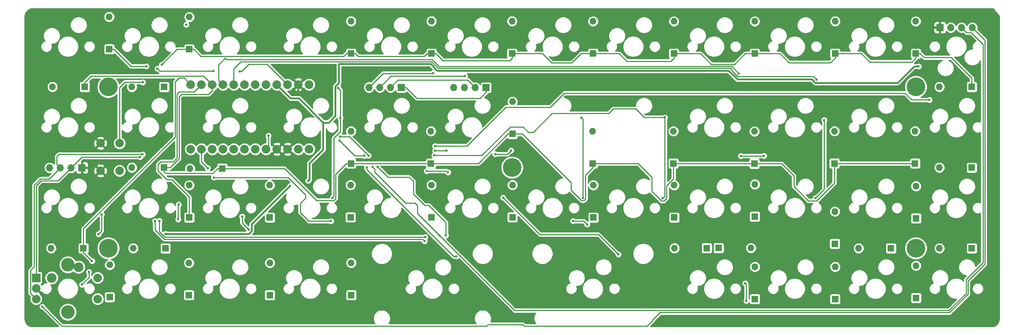
<source format=gtl>
G04 #@! TF.GenerationSoftware,KiCad,Pcbnew,(5.1.5)-3*
G04 #@! TF.CreationDate,2022-02-19T00:44:22-06:00*
G04 #@! TF.ProjectId,Contra,436f6e74-7261-42e6-9b69-6361645f7063,rev?*
G04 #@! TF.SameCoordinates,Original*
G04 #@! TF.FileFunction,Copper,L1,Top*
G04 #@! TF.FilePolarity,Positive*
%FSLAX46Y46*%
G04 Gerber Fmt 4.6, Leading zero omitted, Abs format (unit mm)*
G04 Created by KiCad (PCBNEW (5.1.5)-3) date 2022-02-19 00:44:22*
%MOMM*%
%LPD*%
G04 APERTURE LIST*
%ADD10R,1.600000X1.600000*%
%ADD11O,1.600000X1.600000*%
%ADD12C,2.286000*%
%ADD13C,2.000000*%
%ADD14C,2.032000*%
%ADD15C,4.400000*%
%ADD16C,0.700000*%
%ADD17C,3.200000*%
%ADD18R,2.000000X2.000000*%
%ADD19R,1.700000X1.700000*%
%ADD20O,1.700000X1.700000*%
%ADD21C,0.600000*%
%ADD22C,0.250000*%
%ADD23C,0.381000*%
%ADD24C,0.254000*%
G04 APERTURE END LIST*
D10*
X42068750Y-47625000D03*
D11*
X34448750Y-47625000D03*
D12*
X34280000Y-92700000D03*
X40630000Y-90160000D03*
D11*
X162050000Y-70820000D03*
D10*
X162050000Y-78440000D03*
D11*
X199220000Y-85670000D03*
D10*
X191600000Y-85670000D03*
X219020000Y-84660000D03*
D11*
X219020000Y-77040000D03*
D10*
X142970000Y-78410000D03*
D11*
X142970000Y-70790000D03*
D10*
X104910000Y-96780000D03*
D11*
X104910000Y-89160000D03*
X224631250Y-85725000D03*
D10*
X232251250Y-85725000D03*
X200140000Y-78250000D03*
D11*
X200140000Y-70630000D03*
D10*
X238160000Y-97450000D03*
D11*
X238160000Y-89830000D03*
D10*
X238160000Y-78670000D03*
D11*
X238160000Y-71050000D03*
D10*
X251301250Y-85725000D03*
D11*
X243681250Y-85725000D03*
X181180000Y-85700000D03*
D10*
X188800000Y-85700000D03*
X47970000Y-97260000D03*
D11*
X47970000Y-89640000D03*
X85700000Y-70850000D03*
D10*
X85700000Y-78470000D03*
D11*
X219080000Y-90090000D03*
D10*
X219080000Y-97710000D03*
D11*
X85740000Y-89160000D03*
D10*
X85740000Y-96780000D03*
X123860000Y-78410000D03*
D11*
X123860000Y-70790000D03*
X200140000Y-90090000D03*
D10*
X200140000Y-97710000D03*
D11*
X104780000Y-70790000D03*
D10*
X104780000Y-78410000D03*
D11*
X53181250Y-47625000D03*
D10*
X60801250Y-47625000D03*
X104880000Y-65690000D03*
D11*
X104880000Y-58070000D03*
X180930000Y-58070000D03*
D10*
X180930000Y-65690000D03*
D11*
X66740000Y-31140000D03*
D10*
X66740000Y-38760000D03*
X47840000Y-38720000D03*
D11*
X47840000Y-31100000D03*
X123730000Y-58070000D03*
D10*
X123730000Y-65690000D03*
D11*
X243681250Y-66675000D03*
D10*
X251301250Y-66675000D03*
X238100000Y-39780000D03*
D11*
X238100000Y-32160000D03*
D10*
X237940000Y-65690000D03*
D11*
X237940000Y-58070000D03*
X200040000Y-58130000D03*
D10*
X200040000Y-65750000D03*
X60801250Y-66675000D03*
D11*
X53181250Y-66675000D03*
D10*
X142970000Y-58730000D03*
D11*
X142970000Y-51110000D03*
X66890000Y-66880000D03*
D10*
X74510000Y-66880000D03*
X218920000Y-65690000D03*
D11*
X218920000Y-58070000D03*
D10*
X123860000Y-39750000D03*
D11*
X123860000Y-32130000D03*
D10*
X161880000Y-65720000D03*
D11*
X161880000Y-58100000D03*
X161980000Y-32160000D03*
D10*
X161980000Y-39780000D03*
D11*
X181060000Y-32160000D03*
D10*
X181060000Y-39780000D03*
D13*
X45780000Y-67430000D03*
X50280000Y-67430000D03*
X45780000Y-60930000D03*
X50280000Y-60930000D03*
D11*
X181120000Y-70850000D03*
D10*
X181120000Y-78470000D03*
X66720000Y-78470000D03*
D11*
X66720000Y-70850000D03*
X200100000Y-32160000D03*
D10*
X200100000Y-39780000D03*
D14*
X67050000Y-47080000D03*
X69590000Y-47080000D03*
X72130000Y-47080000D03*
X74670000Y-47080000D03*
X77210000Y-47080000D03*
X79750000Y-47080000D03*
X82290000Y-47080000D03*
X84830000Y-47080000D03*
X87370000Y-47080000D03*
X89910000Y-47080000D03*
X92450000Y-47080000D03*
X94990000Y-47080000D03*
X67050000Y-62320000D03*
X69590000Y-62320000D03*
X72130000Y-62320000D03*
X74670000Y-62320000D03*
X77210000Y-62320000D03*
X79750000Y-62320000D03*
X82290000Y-62320000D03*
X84830000Y-62320000D03*
X87370000Y-62320000D03*
X89910000Y-62320000D03*
X92450000Y-62320000D03*
X94990000Y-62320000D03*
D10*
X104880000Y-39750000D03*
D11*
X104880000Y-32130000D03*
X53498750Y-85725000D03*
D10*
X61118750Y-85725000D03*
D11*
X66660000Y-89160000D03*
D10*
X66660000Y-96780000D03*
D11*
X34131250Y-85725000D03*
D10*
X41751250Y-85725000D03*
D11*
X142870000Y-32130000D03*
D10*
X142870000Y-39750000D03*
X219080000Y-39750000D03*
D11*
X219080000Y-32130000D03*
D10*
X251301250Y-47625000D03*
D11*
X243681250Y-47625000D03*
D15*
X238125000Y-85725000D03*
D16*
X239775000Y-85725000D03*
X239291726Y-86891726D03*
X238125000Y-87375000D03*
X236958274Y-86891726D03*
X236475000Y-85725000D03*
X236958274Y-84558274D03*
X238125000Y-84075000D03*
X239291726Y-84558274D03*
D15*
X238125000Y-47625000D03*
D16*
X239775000Y-47625000D03*
X239291726Y-48791726D03*
X238125000Y-49275000D03*
X236958274Y-48791726D03*
X236475000Y-47625000D03*
X236958274Y-46458274D03*
X238125000Y-45975000D03*
X239291726Y-46458274D03*
D15*
X142875000Y-66675000D03*
D16*
X144525000Y-66675000D03*
X144041726Y-67841726D03*
X142875000Y-68325000D03*
X141708274Y-67841726D03*
X141225000Y-66675000D03*
X141708274Y-65508274D03*
X142875000Y-65025000D03*
X144041726Y-65508274D03*
D15*
X47625000Y-47625000D03*
D16*
X49275000Y-47625000D03*
X48791726Y-48791726D03*
X47625000Y-49275000D03*
X46458274Y-48791726D03*
X45975000Y-47625000D03*
X46458274Y-46458274D03*
X47625000Y-45975000D03*
X48791726Y-46458274D03*
D15*
X47625000Y-85725000D03*
D16*
X49275000Y-85725000D03*
X48791726Y-86891726D03*
X47625000Y-87375000D03*
X46458274Y-86891726D03*
X45975000Y-85725000D03*
X46458274Y-84558274D03*
X47625000Y-84075000D03*
X48791726Y-84558274D03*
D13*
X45100000Y-97700000D03*
X45100000Y-92700000D03*
D17*
X38100000Y-100800000D03*
X38100000Y-89600000D03*
D13*
X30600000Y-97700000D03*
X30600000Y-95200000D03*
D18*
X30600000Y-92700000D03*
D19*
X41410000Y-66710000D03*
D20*
X38870000Y-66710000D03*
X36330000Y-66710000D03*
X33790000Y-66710000D03*
X251440000Y-33630000D03*
X248900000Y-33630000D03*
X246360000Y-33630000D03*
D19*
X243820000Y-33630000D03*
X136760000Y-47800000D03*
D20*
X134220000Y-47800000D03*
X131680000Y-47800000D03*
X129140000Y-47800000D03*
X109130000Y-47740000D03*
X111670000Y-47740000D03*
X114210000Y-47740000D03*
D19*
X116750000Y-47740000D03*
D21*
X66010000Y-32950000D03*
X56610000Y-42780000D03*
X60240000Y-42390000D03*
X157250000Y-79280000D03*
X160580000Y-80100000D03*
X198140000Y-98130000D03*
X197880000Y-94000000D03*
X43800000Y-88740000D03*
X46050000Y-77720000D03*
X45300000Y-82370000D03*
X43080000Y-91330000D03*
X41420000Y-94300000D03*
X64090000Y-78890000D03*
X64240000Y-75380000D03*
X79200000Y-78250000D03*
X80750000Y-81300000D03*
X100510000Y-73820000D03*
X102370000Y-54950000D03*
X101860000Y-47830000D03*
X71070000Y-66790000D03*
X72540000Y-69010000D03*
X100170000Y-79300000D03*
X140750000Y-73770000D03*
X167970000Y-87170000D03*
X122740000Y-67480000D03*
X127760000Y-67800000D03*
X159240000Y-54920000D03*
X159560000Y-73830000D03*
X108610000Y-66630000D03*
X129740000Y-87630000D03*
X178400000Y-73950000D03*
X178900000Y-54840000D03*
X124530000Y-63790000D03*
X196350000Y-44510000D03*
X214440000Y-73890000D03*
X216500000Y-55450000D03*
X214710000Y-45950000D03*
X124730000Y-62700000D03*
X127450000Y-62650000D03*
X138900000Y-63520000D03*
X142650000Y-62650000D03*
X196840000Y-63930000D03*
X202290000Y-63910000D03*
X124680000Y-61580000D03*
X241330000Y-50700000D03*
X55750000Y-46540000D03*
X59210000Y-43320000D03*
X72430000Y-43900000D03*
X78610000Y-43950000D03*
X91820000Y-49070000D03*
X86160000Y-49310000D03*
X61150000Y-82310000D03*
X90540000Y-70980000D03*
X94780000Y-69790000D03*
X238790000Y-42790000D03*
X55710000Y-63540000D03*
X59700000Y-79250000D03*
X122410000Y-83050000D03*
X125750000Y-82690000D03*
X109940000Y-66530000D03*
X108030000Y-63880000D03*
X102160000Y-60310000D03*
X32080000Y-99510000D03*
X55138848Y-64165000D03*
X58640000Y-79290000D03*
X122220000Y-84030000D03*
X127250000Y-82700000D03*
X111150000Y-66500000D03*
X109020000Y-63850000D03*
X102380000Y-59350000D03*
X85400000Y-59130000D03*
X131750000Y-45080000D03*
X124250000Y-44360000D03*
D22*
X52950000Y-42780000D02*
X56610000Y-42780000D01*
X47840000Y-38720000D02*
X48890000Y-38720000D01*
X48890000Y-38720000D02*
X52950000Y-42780000D01*
X63870000Y-38760000D02*
X66740000Y-38760000D01*
X60240000Y-42390000D02*
X63870000Y-38760000D01*
X69448901Y-40418901D02*
X103161099Y-40418901D01*
X103161099Y-40418901D02*
X103830000Y-39750000D01*
X67790000Y-38760000D02*
X69448901Y-40418901D01*
X103830000Y-39750000D02*
X104880000Y-39750000D01*
X66740000Y-38760000D02*
X67790000Y-38760000D01*
X122810000Y-39750000D02*
X123860000Y-39750000D01*
X122141099Y-40418901D02*
X122810000Y-39750000D01*
X105930000Y-39750000D02*
X106598901Y-40418901D01*
X106598901Y-40418901D02*
X122141099Y-40418901D01*
X104880000Y-39750000D02*
X105930000Y-39750000D01*
X124910000Y-39750000D02*
X126550000Y-41390000D01*
X123860000Y-39750000D02*
X124910000Y-39750000D01*
X142870000Y-40800000D02*
X142870000Y-39750000D01*
X142280000Y-41390000D02*
X142870000Y-40800000D01*
X126550000Y-41390000D02*
X142280000Y-41390000D01*
X142870000Y-39750000D02*
X149980000Y-39750000D01*
X149980000Y-39750000D02*
X152200000Y-41970000D01*
X152200000Y-41970000D02*
X156990000Y-41970000D01*
X159180000Y-39780000D02*
X161980000Y-39780000D01*
X156990000Y-41970000D02*
X159180000Y-39780000D01*
X161980000Y-39780000D02*
X168100000Y-39780000D01*
X168100000Y-39780000D02*
X169900000Y-41580000D01*
X180310000Y-41580000D02*
X181060000Y-40830000D01*
X181060000Y-40830000D02*
X181060000Y-39780000D01*
X169900000Y-41580000D02*
X180310000Y-41580000D01*
X181060000Y-39780000D02*
X187330000Y-39780000D01*
X187330000Y-39780000D02*
X189900000Y-42350000D01*
X189900000Y-42350000D02*
X195320000Y-42350000D01*
X197890000Y-39780000D02*
X200100000Y-39780000D01*
X195320000Y-42350000D02*
X197890000Y-39780000D01*
X200100000Y-39780000D02*
X206050000Y-39780000D01*
X206050000Y-39780000D02*
X208200000Y-41930000D01*
X219080000Y-40800000D02*
X219080000Y-39750000D01*
X217950000Y-41930000D02*
X219080000Y-40800000D01*
X208200000Y-41930000D02*
X217950000Y-41930000D01*
X219080000Y-39750000D02*
X225250000Y-39750000D01*
X225250000Y-39750000D02*
X227230000Y-41730000D01*
X238100000Y-40830000D02*
X238100000Y-39780000D01*
X237200000Y-41730000D02*
X238100000Y-40830000D01*
X227230000Y-41730000D02*
X237200000Y-41730000D01*
X239150000Y-39780000D02*
X240060000Y-40690000D01*
X238100000Y-39780000D02*
X239150000Y-39780000D01*
X240060000Y-40690000D02*
X246460000Y-40690000D01*
X251301250Y-45531250D02*
X251301250Y-47625000D01*
X246460000Y-40690000D02*
X251301250Y-45531250D01*
X236890000Y-65690000D02*
X218920000Y-65690000D01*
X237940000Y-65690000D02*
X236890000Y-65690000D01*
X214740001Y-74515001D02*
X212783999Y-74515001D01*
X212783999Y-74515001D02*
X209350000Y-71081002D01*
X218920000Y-65690000D02*
X218920000Y-70335002D01*
X218920000Y-70335002D02*
X214740001Y-74515001D01*
X209350000Y-71081002D02*
X209350000Y-68630000D01*
X206470000Y-65750000D02*
X200040000Y-65750000D01*
X209350000Y-68630000D02*
X206470000Y-65750000D01*
X180990000Y-65750000D02*
X180930000Y-65690000D01*
X200040000Y-65750000D02*
X180990000Y-65750000D01*
X178099999Y-74575001D02*
X175815001Y-72290003D01*
X180930000Y-69374998D02*
X179350010Y-70954988D01*
X178700001Y-74575001D02*
X178099999Y-74575001D01*
X175815001Y-72290003D02*
X175815001Y-68925001D01*
X180930000Y-65690000D02*
X180930000Y-69374998D01*
X179350010Y-70954988D02*
X179350010Y-73924992D01*
X179350010Y-73924992D02*
X178700001Y-74575001D01*
X172610000Y-65720000D02*
X161880000Y-65720000D01*
X175815001Y-68925001D02*
X172610000Y-65720000D01*
X156765001Y-71960003D02*
X156765001Y-70243999D01*
X156765001Y-70243999D02*
X145251002Y-58730000D01*
X159259999Y-74455001D02*
X156765001Y-71960003D01*
X161880000Y-66770000D02*
X160185001Y-68464999D01*
X145251002Y-58730000D02*
X142970000Y-58730000D01*
X161880000Y-65720000D02*
X161880000Y-66770000D01*
X159860001Y-74455001D02*
X159259999Y-74455001D01*
X160185001Y-68464999D02*
X160185001Y-74130001D01*
X160185001Y-74130001D02*
X159860001Y-74455001D01*
X124780000Y-65690000D02*
X123730000Y-65690000D01*
X134960000Y-65690000D02*
X124780000Y-65690000D01*
X141920000Y-58730000D02*
X134960000Y-65690000D01*
X142970000Y-58730000D02*
X141920000Y-58730000D01*
X123730000Y-65690000D02*
X104880000Y-65690000D01*
X101260009Y-73994993D02*
X100810001Y-74445001D01*
X104880000Y-65690000D02*
X103830000Y-65690000D01*
X100810001Y-74445001D02*
X96785001Y-74445001D01*
X101260009Y-68259991D02*
X101260009Y-73994993D01*
X103830000Y-65690000D02*
X101260009Y-68259991D01*
X89220000Y-66880000D02*
X74510000Y-66880000D01*
X96785001Y-74445001D02*
X89220000Y-66880000D01*
X60801250Y-67725000D02*
X60801250Y-66675000D01*
X72334999Y-68005001D02*
X61081251Y-68005001D01*
X61081251Y-68005001D02*
X60801250Y-67725000D01*
X73460000Y-66880000D02*
X72334999Y-68005001D01*
X74510000Y-66880000D02*
X73460000Y-66880000D01*
X42068750Y-46575000D02*
X42068750Y-47625000D01*
X43563759Y-45079991D02*
X42068750Y-46575000D01*
X70129991Y-45079991D02*
X43563759Y-45079991D01*
X72130000Y-47080000D02*
X70129991Y-45079991D01*
X72130000Y-48516840D02*
X71276840Y-49370000D01*
X72130000Y-47080000D02*
X72130000Y-48516840D01*
X64950000Y-49370000D02*
X64320000Y-50000000D01*
X71276840Y-49370000D02*
X64950000Y-49370000D01*
X62191410Y-66675000D02*
X61851250Y-66675000D01*
X64320000Y-64546410D02*
X62191410Y-66675000D01*
X61851250Y-66675000D02*
X60801250Y-66675000D01*
X64320000Y-50000000D02*
X64320000Y-64546410D01*
X157250000Y-79280000D02*
X159760000Y-79280000D01*
X159760000Y-79280000D02*
X160580000Y-80100000D01*
X69590000Y-47080000D02*
X67860000Y-48810000D01*
X64340000Y-48810000D02*
X63855911Y-49294089D01*
X67860000Y-48810000D02*
X64340000Y-48810000D01*
X63855911Y-49294089D02*
X63855911Y-64374089D01*
X63855911Y-64374089D02*
X62940000Y-65290000D01*
X60001248Y-65290000D02*
X59340000Y-65951248D01*
X62940000Y-65290000D02*
X60001248Y-65290000D01*
X59340000Y-67398752D02*
X61471248Y-69530000D01*
X59340000Y-65951248D02*
X59340000Y-67398752D01*
X61471248Y-69530000D02*
X62650000Y-69530000D01*
X66720000Y-73600000D02*
X66720000Y-78470000D01*
X62650000Y-69530000D02*
X66720000Y-73600000D01*
X198140000Y-98130000D02*
X198140000Y-94260000D01*
X198140000Y-94260000D02*
X197880000Y-94000000D01*
X41751250Y-86691250D02*
X41751250Y-85725000D01*
X43800000Y-88740000D02*
X41751250Y-86691250D01*
X63405901Y-59439097D02*
X63405901Y-46455901D01*
X41751250Y-85725000D02*
X41751250Y-81093748D01*
X41751250Y-81093748D02*
X63405901Y-59439097D01*
X63405901Y-46455901D02*
X64331802Y-45530000D01*
X65500000Y-45530000D02*
X67050000Y-47080000D01*
X64331802Y-45530000D02*
X65500000Y-45530000D01*
X46050000Y-77720000D02*
X46050000Y-81620000D01*
X46050000Y-81620000D02*
X45300000Y-82370000D01*
X43080000Y-91330000D02*
X43080000Y-92640000D01*
X43080000Y-92640000D02*
X41420000Y-94300000D01*
X64090000Y-78890000D02*
X64090000Y-75530000D01*
X64090000Y-75530000D02*
X64240000Y-75380000D01*
X79200000Y-78250000D02*
X79200000Y-79750000D01*
X79200000Y-79750000D02*
X80750000Y-81300000D01*
X100809999Y-73520001D02*
X100809999Y-59720001D01*
X100510000Y-73820000D02*
X100809999Y-73520001D01*
X100809999Y-59720001D02*
X102370000Y-58160000D01*
X102370000Y-58160000D02*
X102370000Y-54950000D01*
X102370000Y-54950000D02*
X102370000Y-48340000D01*
X102370000Y-48340000D02*
X101860000Y-47830000D01*
X69590000Y-62320000D02*
X69590000Y-65310000D01*
X69590000Y-65310000D02*
X71070000Y-66790000D01*
X92931099Y-77313073D02*
X94918026Y-79300000D01*
X90090000Y-69010000D02*
X94136927Y-73056927D01*
X92931099Y-75086927D02*
X92931099Y-77313073D01*
X72540000Y-69010000D02*
X90090000Y-69010000D01*
X94918026Y-79300000D02*
X100170000Y-79300000D01*
X94136927Y-73056927D02*
X94136927Y-73881099D01*
X94136927Y-73881099D02*
X92931099Y-75086927D01*
X140750000Y-73770000D02*
X149460000Y-82480000D01*
X149460000Y-82480000D02*
X163280000Y-82480000D01*
X163280000Y-82480000D02*
X167970000Y-87170000D01*
X122740000Y-67480000D02*
X127440000Y-67480000D01*
X127440000Y-67480000D02*
X127760000Y-67800000D01*
X159240000Y-54920000D02*
X159560000Y-55240000D01*
X159560000Y-55240000D02*
X159560000Y-73830000D01*
X129069666Y-87630000D02*
X129740000Y-87630000D01*
X108610000Y-66630000D02*
X108610000Y-67170334D01*
X108610000Y-67170334D02*
X129069666Y-87630000D01*
X178400000Y-73950000D02*
X178900000Y-73450000D01*
X178900000Y-73450000D02*
X178900000Y-54840000D01*
X178475736Y-54840000D02*
X178900000Y-54840000D01*
X174058998Y-54840000D02*
X178475736Y-54840000D01*
X172003997Y-52784999D02*
X174058998Y-54840000D01*
X166763999Y-52784999D02*
X172003997Y-52784999D01*
X165653997Y-53895001D02*
X166763999Y-52784999D01*
X152315333Y-53895001D02*
X165653997Y-53895001D01*
X147884433Y-58325901D02*
X152315333Y-53895001D01*
X145499666Y-57070000D02*
X146755567Y-58325901D01*
X146755567Y-58325901D02*
X147884433Y-58325901D01*
X142444998Y-57070000D02*
X145499666Y-57070000D01*
X135724998Y-63790000D02*
X142444998Y-57070000D01*
X124530000Y-63790000D02*
X135724998Y-63790000D01*
X73654001Y-42425999D02*
X75211089Y-40868911D01*
X74670000Y-47080000D02*
X73654001Y-46064001D01*
X73654001Y-46064001D02*
X73654001Y-42425999D01*
X75211089Y-40868911D02*
X75542178Y-41200000D01*
X75542178Y-41200000D02*
X124050000Y-41200000D01*
X125650010Y-42800010D02*
X194700010Y-42800010D01*
X124050000Y-41200000D02*
X125650010Y-42800010D01*
X194700010Y-42800010D02*
X196350000Y-44450000D01*
X196350000Y-44450000D02*
X196350000Y-44510000D01*
X214440000Y-73890000D02*
X216500000Y-71830000D01*
X216500000Y-71830000D02*
X216500000Y-55450000D01*
X77210000Y-47080000D02*
X77210000Y-43350010D01*
X77210000Y-43350010D02*
X78910000Y-41650010D01*
X123863600Y-41650010D02*
X125463610Y-43250020D01*
X78910000Y-41650010D02*
X123863600Y-41650010D01*
X125463610Y-43250020D02*
X194410020Y-43250020D01*
X196049999Y-45135001D02*
X213974999Y-45135001D01*
X194410020Y-43250020D02*
X194690000Y-43530000D01*
X194690000Y-43775002D02*
X196049999Y-45135001D01*
X194690000Y-43530000D02*
X194690000Y-43775002D01*
X213974999Y-45135001D02*
X214710000Y-45870002D01*
X214710000Y-45870002D02*
X214710000Y-45950000D01*
X124730000Y-62700000D02*
X127400000Y-62700000D01*
X127400000Y-62700000D02*
X127450000Y-62650000D01*
X138900000Y-63520000D02*
X141780000Y-63520000D01*
X141780000Y-63520000D02*
X142650000Y-62650000D01*
X196840000Y-63930000D02*
X202270000Y-63930000D01*
X202270000Y-63930000D02*
X202290000Y-63910000D01*
X132259666Y-61580000D02*
X141419666Y-52420000D01*
X124680000Y-61580000D02*
X132259666Y-61580000D01*
X151888998Y-52420000D02*
X155208998Y-49100000D01*
X141419666Y-52420000D02*
X151888998Y-52420000D01*
X155208998Y-49100000D02*
X235510000Y-49100000D01*
X235510000Y-49100000D02*
X237110000Y-50700000D01*
X237110000Y-50700000D02*
X241330000Y-50700000D01*
X50280000Y-60930000D02*
X50280000Y-47740000D01*
X55709999Y-46499999D02*
X55750000Y-46540000D01*
X50280000Y-47740000D02*
X51520001Y-46499999D01*
X51520001Y-46499999D02*
X55709999Y-46499999D01*
X59210000Y-43320000D02*
X59790000Y-43900000D01*
X59790000Y-43900000D02*
X72430000Y-43900000D01*
X79034264Y-43950000D02*
X80734264Y-42250000D01*
X78610000Y-43950000D02*
X79034264Y-43950000D01*
X85080000Y-42250000D02*
X89910000Y-47080000D01*
X80734264Y-42250000D02*
X85080000Y-42250000D01*
D23*
X92450000Y-47080000D02*
X92450000Y-48440000D01*
X92450000Y-48440000D02*
X91820000Y-49070000D01*
X81440501Y-80079499D02*
X90540000Y-70980000D01*
X81440501Y-81631441D02*
X81440501Y-80079499D01*
X61150000Y-82310000D02*
X80761942Y-82310000D01*
X80761942Y-82310000D02*
X81440501Y-81631441D01*
X95079999Y-69490001D02*
X95079999Y-65650001D01*
X94780000Y-69790000D02*
X95079999Y-69490001D01*
X95079999Y-65650001D02*
X98310000Y-62420000D01*
X98310000Y-62420000D02*
X98310000Y-56040000D01*
X98310000Y-56040000D02*
X92580000Y-50310000D01*
X90600000Y-50310000D02*
X87370000Y-47080000D01*
X92580000Y-50310000D02*
X90600000Y-50310000D01*
X233859499Y-46640501D02*
X237710000Y-42790000D01*
X214378559Y-46640501D02*
X233859499Y-46640501D01*
X237710000Y-42790000D02*
X238790000Y-42790000D01*
X101169499Y-47498559D02*
X102027557Y-46640501D01*
X102027557Y-46640501D02*
X102027557Y-42242443D01*
X99602726Y-56040000D02*
X101169499Y-54473227D01*
X213588058Y-45850000D02*
X214378559Y-46640501D01*
X101169499Y-54473227D02*
X101169499Y-47498559D01*
X98310000Y-56040000D02*
X99602726Y-56040000D01*
X193951488Y-43765530D02*
X196035958Y-45850000D01*
X102027557Y-42242443D02*
X102104480Y-42165520D01*
X125250079Y-43765530D02*
X193951488Y-43765530D01*
X102104480Y-42165520D02*
X123650070Y-42165520D01*
X123650070Y-42165520D02*
X125250079Y-43765530D01*
X196035958Y-45850000D02*
X213588058Y-45850000D01*
D22*
X29274999Y-96374999D02*
X29274999Y-90945001D01*
X30600000Y-97700000D02*
X29274999Y-96374999D01*
X29274999Y-90945001D02*
X30149990Y-90070010D01*
X30149991Y-70813599D02*
X31633600Y-69329990D01*
X30149990Y-90070010D02*
X30149991Y-70813599D01*
X33710010Y-69329990D02*
X36330000Y-66710000D01*
X31633600Y-69329990D02*
X33710010Y-69329990D01*
X35480001Y-65860001D02*
X35480001Y-64029999D01*
X36330000Y-66710000D02*
X35480001Y-65860001D01*
X35480001Y-64029999D02*
X35970000Y-63540000D01*
X35970000Y-63540000D02*
X55710000Y-63540000D01*
X60964998Y-83050000D02*
X122410000Y-83050000D01*
X59700000Y-79250000D02*
X59700000Y-81785002D01*
X59700000Y-81785002D02*
X60964998Y-83050000D01*
X119944433Y-75024099D02*
X117755901Y-75024099D01*
X120555901Y-75635567D02*
X119944433Y-75024099D01*
X125750000Y-82690000D02*
X120555901Y-77495901D01*
X120555901Y-77495901D02*
X120555901Y-75635567D01*
X117755901Y-75024099D02*
X110500000Y-67768198D01*
X110500000Y-67768198D02*
X110500000Y-67090000D01*
X110500000Y-67090000D02*
X109940000Y-66530000D01*
X108030000Y-63880000D02*
X105730000Y-63880000D01*
X105730000Y-63880000D02*
X102160000Y-60310000D01*
X249968901Y-93092101D02*
X253950000Y-89111002D01*
X249968901Y-96363073D02*
X249968901Y-93092101D01*
X245945975Y-100385999D02*
X249968901Y-96363073D01*
X125750000Y-82690000D02*
X143445999Y-100385999D01*
X143445999Y-100385999D02*
X245945975Y-100385999D01*
X249749999Y-34479999D02*
X248900000Y-33630000D01*
X250075001Y-34805001D02*
X249749999Y-34479999D01*
X251175335Y-34805001D02*
X250075001Y-34805001D01*
X253950000Y-37579666D02*
X251175335Y-34805001D01*
X253950000Y-89111002D02*
X253950000Y-37579666D01*
X30600000Y-92700000D02*
X30600000Y-71000000D01*
X30600000Y-71000000D02*
X31820000Y-69780000D01*
X35800000Y-69780000D02*
X38870000Y-66710000D01*
X31820000Y-69780000D02*
X35800000Y-69780000D01*
X254400010Y-36590010D02*
X254400010Y-89449990D01*
X251440000Y-33630000D02*
X254400010Y-36590010D01*
X250418910Y-96549474D02*
X246068384Y-100900000D01*
X254400010Y-89449990D02*
X250418911Y-93431089D01*
X250418911Y-93431089D02*
X250418910Y-96549474D01*
X246068384Y-100900000D02*
X177770000Y-100900000D01*
X177770000Y-100900000D02*
X176010000Y-102660000D01*
X174707521Y-104084001D02*
X170704001Y-104084001D01*
X176010000Y-102660000D02*
X176010000Y-102781522D01*
X176010000Y-102781522D02*
X174707521Y-104084001D01*
X170704001Y-104084001D02*
X145824001Y-104084001D01*
X136837521Y-104114001D02*
X36684001Y-104114001D01*
X137241522Y-103710000D02*
X136837521Y-104114001D01*
X145824001Y-104084001D02*
X145450000Y-103710000D01*
X145450000Y-103710000D02*
X137241522Y-103710000D01*
X36684001Y-104114001D02*
X32080000Y-99510000D01*
X38870000Y-66710000D02*
X41415000Y-64165000D01*
X41415000Y-64165000D02*
X55138848Y-64165000D01*
X58640000Y-81361412D02*
X60858588Y-83580000D01*
X58640000Y-79290000D02*
X58640000Y-81361412D01*
X60858588Y-83580000D02*
X121770000Y-83580000D01*
X121770000Y-83580000D02*
X122220000Y-84030000D01*
X127250000Y-79614998D02*
X123205002Y-75570000D01*
X127250000Y-82700000D02*
X127250000Y-79614998D01*
X122239000Y-75570000D02*
X119590000Y-72921000D01*
X123205002Y-75570000D02*
X122239000Y-75570000D01*
X119590000Y-72921000D02*
X119590000Y-69910000D01*
X119590000Y-69910000D02*
X118620000Y-68940000D01*
X118620000Y-68940000D02*
X113590000Y-68940000D01*
X113590000Y-68940000D02*
X111150000Y-66500000D01*
X109020000Y-63850000D02*
X104520000Y-59350000D01*
X104520000Y-59350000D02*
X102380000Y-59350000D01*
X85400000Y-61750000D02*
X84830000Y-62320000D01*
X85400000Y-59130000D02*
X85400000Y-61750000D01*
X117850000Y-47740000D02*
X120400000Y-50290000D01*
X116750000Y-47740000D02*
X117850000Y-47740000D01*
X136760000Y-48900000D02*
X136760000Y-47800000D01*
X135370000Y-50290000D02*
X136760000Y-48900000D01*
X120400000Y-50290000D02*
X135370000Y-50290000D01*
X114210000Y-47740000D02*
X115930000Y-46020000D01*
X132440000Y-46020000D02*
X134220000Y-47800000D01*
X115930000Y-46020000D02*
X132440000Y-46020000D01*
X111670000Y-47740000D02*
X114330000Y-45080000D01*
X114330000Y-45080000D02*
X131750000Y-45080000D01*
X124155001Y-44454999D02*
X124250000Y-44360000D01*
X109130000Y-47740000D02*
X112415001Y-44454999D01*
X112415001Y-44454999D02*
X124155001Y-44454999D01*
D24*
G36*
X256329771Y-29194663D02*
G01*
X257775818Y-30905960D01*
X257782625Y-30970729D01*
X257782626Y-102365222D01*
X257745634Y-102742493D01*
X257644356Y-103077943D01*
X257479847Y-103387339D01*
X257258376Y-103658889D01*
X256988378Y-103882250D01*
X256680140Y-104048914D01*
X256345401Y-104152533D01*
X255969896Y-104192000D01*
X175494719Y-104192000D01*
X176435613Y-103251106D01*
X176459764Y-103231286D01*
X176530485Y-103145111D01*
X176538866Y-103134899D01*
X176597644Y-103024934D01*
X176601150Y-103013376D01*
X176622629Y-102942568D01*
X178032197Y-101533000D01*
X246037296Y-101533000D01*
X246068384Y-101536062D01*
X246099472Y-101533000D01*
X246192474Y-101523840D01*
X246311794Y-101487645D01*
X246421761Y-101428866D01*
X246518148Y-101349764D01*
X246537968Y-101325613D01*
X250844527Y-97019054D01*
X250868673Y-96999238D01*
X250898705Y-96962644D01*
X250947776Y-96902851D01*
X251006554Y-96792885D01*
X251042750Y-96673564D01*
X251054972Y-96549474D01*
X251051909Y-96518376D01*
X251051909Y-95116160D01*
X251371100Y-95116160D01*
X251371100Y-95383840D01*
X251423322Y-95646376D01*
X251525759Y-95893680D01*
X251674474Y-96116248D01*
X251863752Y-96305526D01*
X252086320Y-96454241D01*
X252333624Y-96556678D01*
X252596160Y-96608900D01*
X252863840Y-96608900D01*
X253126376Y-96556678D01*
X253373680Y-96454241D01*
X253596248Y-96305526D01*
X253785526Y-96116248D01*
X253934241Y-95893680D01*
X254036678Y-95646376D01*
X254088900Y-95383840D01*
X254088900Y-95116160D01*
X254036678Y-94853624D01*
X253934241Y-94606320D01*
X253785526Y-94383752D01*
X253596248Y-94194474D01*
X253373680Y-94045759D01*
X253126376Y-93943322D01*
X252863840Y-93891100D01*
X252596160Y-93891100D01*
X252333624Y-93943322D01*
X252086320Y-94045759D01*
X251863752Y-94194474D01*
X251674474Y-94383752D01*
X251525759Y-94606320D01*
X251423322Y-94853624D01*
X251371100Y-95116160D01*
X251051909Y-95116160D01*
X251051911Y-93693286D01*
X254825623Y-89919574D01*
X254849774Y-89899754D01*
X254928876Y-89803367D01*
X254987655Y-89693400D01*
X255023850Y-89574080D01*
X255033010Y-89481078D01*
X255033010Y-89481077D01*
X255036072Y-89449991D01*
X255033010Y-89418905D01*
X255033010Y-36621095D01*
X255036072Y-36590009D01*
X255028304Y-36511145D01*
X255023850Y-36465920D01*
X254987655Y-36346600D01*
X254928876Y-36236633D01*
X254849774Y-36140246D01*
X254825624Y-36120427D01*
X252741565Y-34036368D01*
X252745813Y-34026114D01*
X252798000Y-33763751D01*
X252798000Y-33496249D01*
X252745813Y-33233886D01*
X252643444Y-32986746D01*
X252494828Y-32764325D01*
X252305675Y-32575172D01*
X252083254Y-32426556D01*
X251836114Y-32324187D01*
X251573751Y-32272000D01*
X251306249Y-32272000D01*
X251043886Y-32324187D01*
X250796746Y-32426556D01*
X250574325Y-32575172D01*
X250385172Y-32764325D01*
X250236556Y-32986746D01*
X250170000Y-33147426D01*
X250103444Y-32986746D01*
X249954828Y-32764325D01*
X249765675Y-32575172D01*
X249543254Y-32426556D01*
X249296114Y-32324187D01*
X249033751Y-32272000D01*
X248766249Y-32272000D01*
X248503886Y-32324187D01*
X248256746Y-32426556D01*
X248034325Y-32575172D01*
X247845172Y-32764325D01*
X247696556Y-32986746D01*
X247630000Y-33147426D01*
X247563444Y-32986746D01*
X247414828Y-32764325D01*
X247225675Y-32575172D01*
X247003254Y-32426556D01*
X246756114Y-32324187D01*
X246493751Y-32272000D01*
X246226249Y-32272000D01*
X245963886Y-32324187D01*
X245716746Y-32426556D01*
X245494325Y-32575172D01*
X245306407Y-32763090D01*
X245295812Y-32655518D01*
X245259502Y-32535820D01*
X245200537Y-32425506D01*
X245121185Y-32328815D01*
X245024494Y-32249463D01*
X244914180Y-32190498D01*
X244794482Y-32154188D01*
X244670000Y-32141928D01*
X244105750Y-32145000D01*
X243947000Y-32303750D01*
X243947000Y-33503000D01*
X243967000Y-33503000D01*
X243967000Y-33757000D01*
X243947000Y-33757000D01*
X243947000Y-34956250D01*
X244105750Y-35115000D01*
X244670000Y-35118072D01*
X244794482Y-35105812D01*
X244914180Y-35069502D01*
X245024494Y-35010537D01*
X245121185Y-34931185D01*
X245200537Y-34834494D01*
X245259502Y-34724180D01*
X245295812Y-34604482D01*
X245306407Y-34496910D01*
X245494325Y-34684828D01*
X245716746Y-34833444D01*
X245963886Y-34935813D01*
X246226249Y-34988000D01*
X246493751Y-34988000D01*
X246756114Y-34935813D01*
X247003254Y-34833444D01*
X247225675Y-34684828D01*
X247414828Y-34495675D01*
X247563444Y-34273254D01*
X247630000Y-34112574D01*
X247696556Y-34273254D01*
X247845172Y-34495675D01*
X248034325Y-34684828D01*
X248256746Y-34833444D01*
X248503886Y-34935813D01*
X248766249Y-34988000D01*
X249033751Y-34988000D01*
X249296114Y-34935813D01*
X249306368Y-34931566D01*
X249324382Y-34949580D01*
X249324388Y-34949585D01*
X249605413Y-35230609D01*
X249625237Y-35254765D01*
X249721624Y-35333867D01*
X249831591Y-35392646D01*
X249950911Y-35428841D01*
X250043913Y-35438001D01*
X250043914Y-35438001D01*
X250075000Y-35441063D01*
X250106086Y-35438001D01*
X250913138Y-35438001D01*
X252287545Y-36812408D01*
X252086320Y-36895759D01*
X251863752Y-37044474D01*
X251674474Y-37233752D01*
X251525759Y-37456320D01*
X251423322Y-37703624D01*
X251371100Y-37966160D01*
X251371100Y-38233840D01*
X251423322Y-38496376D01*
X251479499Y-38632000D01*
X251262229Y-38632000D01*
X250874288Y-38709166D01*
X250508855Y-38860533D01*
X250179975Y-39080284D01*
X249900284Y-39359975D01*
X249680533Y-39688855D01*
X249529166Y-40054288D01*
X249452000Y-40442229D01*
X249452000Y-40837771D01*
X249529166Y-41225712D01*
X249680533Y-41591145D01*
X249900284Y-41920025D01*
X250179975Y-42199716D01*
X250508855Y-42419467D01*
X250874288Y-42570834D01*
X251262229Y-42648000D01*
X251657771Y-42648000D01*
X252045712Y-42570834D01*
X252411145Y-42419467D01*
X252740025Y-42199716D01*
X253019716Y-41920025D01*
X253239467Y-41591145D01*
X253317001Y-41403961D01*
X253317001Y-55922282D01*
X253126376Y-55843322D01*
X252863840Y-55791100D01*
X252596160Y-55791100D01*
X252333624Y-55843322D01*
X252086320Y-55945759D01*
X251863752Y-56094474D01*
X251674474Y-56283752D01*
X251525759Y-56506320D01*
X251423322Y-56753624D01*
X251371100Y-57016160D01*
X251371100Y-57283840D01*
X251423322Y-57546376D01*
X251525759Y-57793680D01*
X251674474Y-58016248D01*
X251863752Y-58205526D01*
X252086320Y-58354241D01*
X252333624Y-58456678D01*
X252596160Y-58508900D01*
X252863840Y-58508900D01*
X253126376Y-58456678D01*
X253317001Y-58377718D01*
X253317000Y-74972281D01*
X253126376Y-74893322D01*
X252863840Y-74841100D01*
X252596160Y-74841100D01*
X252333624Y-74893322D01*
X252086320Y-74995759D01*
X251863752Y-75144474D01*
X251674474Y-75333752D01*
X251525759Y-75556320D01*
X251423322Y-75803624D01*
X251371100Y-76066160D01*
X251371100Y-76333840D01*
X251423322Y-76596376D01*
X251525759Y-76843680D01*
X251674474Y-77066248D01*
X251863752Y-77255526D01*
X252086320Y-77404241D01*
X252333624Y-77506678D01*
X252596160Y-77558900D01*
X252863840Y-77558900D01*
X253126376Y-77506678D01*
X253317000Y-77427719D01*
X253317000Y-88848805D01*
X252197266Y-89968539D01*
X252120834Y-89584288D01*
X251969467Y-89218855D01*
X251749716Y-88889975D01*
X251470025Y-88610284D01*
X251141145Y-88390533D01*
X250775712Y-88239166D01*
X250387771Y-88162000D01*
X249992229Y-88162000D01*
X249604288Y-88239166D01*
X249238855Y-88390533D01*
X248909975Y-88610284D01*
X248630284Y-88889975D01*
X248410533Y-89218855D01*
X248259166Y-89584288D01*
X248182000Y-89972229D01*
X248182000Y-90367771D01*
X248259166Y-90755712D01*
X248410533Y-91121145D01*
X248630284Y-91450025D01*
X248909975Y-91729716D01*
X249238855Y-91949467D01*
X249604288Y-92100834D01*
X249988539Y-92177266D01*
X249543284Y-92622521D01*
X249519138Y-92642337D01*
X249499322Y-92666483D01*
X249499320Y-92666485D01*
X249440035Y-92738725D01*
X249381257Y-92848691D01*
X249345061Y-92968012D01*
X249332839Y-93092101D01*
X249335902Y-93123199D01*
X249335902Y-93397680D01*
X249244869Y-93306647D01*
X248835094Y-93032845D01*
X248379777Y-92844246D01*
X247896416Y-92748100D01*
X247403584Y-92748100D01*
X246920223Y-92844246D01*
X246464906Y-93032845D01*
X246055131Y-93306647D01*
X245706647Y-93655131D01*
X245432845Y-94064906D01*
X245244246Y-94520223D01*
X245148100Y-95003584D01*
X245148100Y-95496416D01*
X245244246Y-95979777D01*
X245432845Y-96435094D01*
X245706647Y-96844869D01*
X246055131Y-97193353D01*
X246464906Y-97467155D01*
X246920223Y-97655754D01*
X247403584Y-97751900D01*
X247684877Y-97751900D01*
X245683778Y-99752999D01*
X143708196Y-99752999D01*
X139071357Y-95116160D01*
X155481100Y-95116160D01*
X155481100Y-95383840D01*
X155533322Y-95646376D01*
X155635759Y-95893680D01*
X155784474Y-96116248D01*
X155973752Y-96305526D01*
X156196320Y-96454241D01*
X156443624Y-96556678D01*
X156706160Y-96608900D01*
X156973840Y-96608900D01*
X157236376Y-96556678D01*
X157483680Y-96454241D01*
X157706248Y-96305526D01*
X157895526Y-96116248D01*
X158044241Y-95893680D01*
X158146678Y-95646376D01*
X158198900Y-95383840D01*
X158198900Y-95116160D01*
X158176508Y-95003584D01*
X159418100Y-95003584D01*
X159418100Y-95496416D01*
X159514246Y-95979777D01*
X159702845Y-96435094D01*
X159976647Y-96844869D01*
X160325131Y-97193353D01*
X160734906Y-97467155D01*
X161190223Y-97655754D01*
X161673584Y-97751900D01*
X162166416Y-97751900D01*
X162649777Y-97655754D01*
X163105094Y-97467155D01*
X163514869Y-97193353D01*
X163863353Y-96844869D01*
X164137155Y-96435094D01*
X164325754Y-95979777D01*
X164421900Y-95496416D01*
X164421900Y-95116160D01*
X165641100Y-95116160D01*
X165641100Y-95383840D01*
X165693322Y-95646376D01*
X165795759Y-95893680D01*
X165944474Y-96116248D01*
X166133752Y-96305526D01*
X166356320Y-96454241D01*
X166603624Y-96556678D01*
X166866160Y-96608900D01*
X167133840Y-96608900D01*
X167396376Y-96556678D01*
X167643680Y-96454241D01*
X167866248Y-96305526D01*
X168055526Y-96116248D01*
X168204241Y-95893680D01*
X168306678Y-95646376D01*
X168358900Y-95383840D01*
X168358900Y-95116160D01*
X184061100Y-95116160D01*
X184061100Y-95383840D01*
X184113322Y-95646376D01*
X184215759Y-95893680D01*
X184364474Y-96116248D01*
X184553752Y-96305526D01*
X184776320Y-96454241D01*
X185023624Y-96556678D01*
X185286160Y-96608900D01*
X185553840Y-96608900D01*
X185816376Y-96556678D01*
X186063680Y-96454241D01*
X186286248Y-96305526D01*
X186475526Y-96116248D01*
X186624241Y-95893680D01*
X186726678Y-95646376D01*
X186778900Y-95383840D01*
X186778900Y-95116160D01*
X186756508Y-95003584D01*
X187998100Y-95003584D01*
X187998100Y-95496416D01*
X188094246Y-95979777D01*
X188282845Y-96435094D01*
X188556647Y-96844869D01*
X188905131Y-97193353D01*
X189314906Y-97467155D01*
X189770223Y-97655754D01*
X190253584Y-97751900D01*
X190746416Y-97751900D01*
X191229777Y-97655754D01*
X191685094Y-97467155D01*
X192094869Y-97193353D01*
X192443353Y-96844869D01*
X192717155Y-96435094D01*
X192905754Y-95979777D01*
X193001900Y-95496416D01*
X193001900Y-95116160D01*
X194221100Y-95116160D01*
X194221100Y-95383840D01*
X194273322Y-95646376D01*
X194375759Y-95893680D01*
X194524474Y-96116248D01*
X194713752Y-96305526D01*
X194936320Y-96454241D01*
X195183624Y-96556678D01*
X195446160Y-96608900D01*
X195713840Y-96608900D01*
X195976376Y-96556678D01*
X196223680Y-96454241D01*
X196446248Y-96305526D01*
X196635526Y-96116248D01*
X196784241Y-95893680D01*
X196886678Y-95646376D01*
X196938900Y-95383840D01*
X196938900Y-95116160D01*
X196886678Y-94853624D01*
X196784241Y-94606320D01*
X196635526Y-94383752D01*
X196446248Y-94194474D01*
X196223680Y-94045759D01*
X195976376Y-93943322D01*
X195861236Y-93920419D01*
X197072000Y-93920419D01*
X197072000Y-94079581D01*
X197103051Y-94235685D01*
X197163959Y-94382732D01*
X197252385Y-94515070D01*
X197364930Y-94627615D01*
X197497268Y-94716041D01*
X197507001Y-94720072D01*
X197507000Y-97622989D01*
X197423959Y-97747268D01*
X197363051Y-97894315D01*
X197332000Y-98050419D01*
X197332000Y-98209581D01*
X197363051Y-98365685D01*
X197423959Y-98512732D01*
X197512385Y-98645070D01*
X197624930Y-98757615D01*
X197757268Y-98846041D01*
X197904315Y-98906949D01*
X198060419Y-98938000D01*
X198219581Y-98938000D01*
X198375685Y-98906949D01*
X198522732Y-98846041D01*
X198655070Y-98757615D01*
X198767615Y-98645070D01*
X198833182Y-98546943D01*
X198839351Y-98609585D01*
X198868399Y-98705343D01*
X198915571Y-98793595D01*
X198979052Y-98870948D01*
X199056405Y-98934429D01*
X199144657Y-98981601D01*
X199240415Y-99010649D01*
X199340000Y-99020457D01*
X200940000Y-99020457D01*
X201039585Y-99010649D01*
X201135343Y-98981601D01*
X201223595Y-98934429D01*
X201300948Y-98870948D01*
X201364429Y-98793595D01*
X201411601Y-98705343D01*
X201440649Y-98609585D01*
X201450457Y-98510000D01*
X201450457Y-96910000D01*
X201440649Y-96810415D01*
X201411601Y-96714657D01*
X201364429Y-96626405D01*
X201300948Y-96549052D01*
X201223595Y-96485571D01*
X201135343Y-96438399D01*
X201039585Y-96409351D01*
X200940000Y-96399543D01*
X199340000Y-96399543D01*
X199240415Y-96409351D01*
X199144657Y-96438399D01*
X199056405Y-96485571D01*
X198979052Y-96549052D01*
X198915571Y-96626405D01*
X198868399Y-96714657D01*
X198839351Y-96810415D01*
X198829543Y-96910000D01*
X198829543Y-97707611D01*
X198773000Y-97622989D01*
X198773000Y-95116160D01*
X203111100Y-95116160D01*
X203111100Y-95383840D01*
X203163322Y-95646376D01*
X203265759Y-95893680D01*
X203414474Y-96116248D01*
X203603752Y-96305526D01*
X203826320Y-96454241D01*
X204073624Y-96556678D01*
X204336160Y-96608900D01*
X204603840Y-96608900D01*
X204866376Y-96556678D01*
X205113680Y-96454241D01*
X205336248Y-96305526D01*
X205525526Y-96116248D01*
X205674241Y-95893680D01*
X205776678Y-95646376D01*
X205828900Y-95383840D01*
X205828900Y-95116160D01*
X205806508Y-95003584D01*
X207048100Y-95003584D01*
X207048100Y-95496416D01*
X207144246Y-95979777D01*
X207332845Y-96435094D01*
X207606647Y-96844869D01*
X207955131Y-97193353D01*
X208364906Y-97467155D01*
X208820223Y-97655754D01*
X209303584Y-97751900D01*
X209796416Y-97751900D01*
X210279777Y-97655754D01*
X210735094Y-97467155D01*
X211144869Y-97193353D01*
X211428222Y-96910000D01*
X217769543Y-96910000D01*
X217769543Y-98510000D01*
X217779351Y-98609585D01*
X217808399Y-98705343D01*
X217855571Y-98793595D01*
X217919052Y-98870948D01*
X217996405Y-98934429D01*
X218084657Y-98981601D01*
X218180415Y-99010649D01*
X218280000Y-99020457D01*
X219880000Y-99020457D01*
X219979585Y-99010649D01*
X220075343Y-98981601D01*
X220163595Y-98934429D01*
X220240948Y-98870948D01*
X220304429Y-98793595D01*
X220351601Y-98705343D01*
X220380649Y-98609585D01*
X220390457Y-98510000D01*
X220390457Y-96910000D01*
X220380649Y-96810415D01*
X220351601Y-96714657D01*
X220304429Y-96626405D01*
X220240948Y-96549052D01*
X220163595Y-96485571D01*
X220075343Y-96438399D01*
X219979585Y-96409351D01*
X219880000Y-96399543D01*
X218280000Y-96399543D01*
X218180415Y-96409351D01*
X218084657Y-96438399D01*
X217996405Y-96485571D01*
X217919052Y-96549052D01*
X217855571Y-96626405D01*
X217808399Y-96714657D01*
X217779351Y-96810415D01*
X217769543Y-96910000D01*
X211428222Y-96910000D01*
X211493353Y-96844869D01*
X211767155Y-96435094D01*
X211955754Y-95979777D01*
X212051900Y-95496416D01*
X212051900Y-95116160D01*
X213271100Y-95116160D01*
X213271100Y-95383840D01*
X213323322Y-95646376D01*
X213425759Y-95893680D01*
X213574474Y-96116248D01*
X213763752Y-96305526D01*
X213986320Y-96454241D01*
X214233624Y-96556678D01*
X214496160Y-96608900D01*
X214763840Y-96608900D01*
X215026376Y-96556678D01*
X215273680Y-96454241D01*
X215496248Y-96305526D01*
X215685526Y-96116248D01*
X215834241Y-95893680D01*
X215936678Y-95646376D01*
X215988900Y-95383840D01*
X215988900Y-95116160D01*
X222161100Y-95116160D01*
X222161100Y-95383840D01*
X222213322Y-95646376D01*
X222315759Y-95893680D01*
X222464474Y-96116248D01*
X222653752Y-96305526D01*
X222876320Y-96454241D01*
X223123624Y-96556678D01*
X223386160Y-96608900D01*
X223653840Y-96608900D01*
X223916376Y-96556678D01*
X224163680Y-96454241D01*
X224386248Y-96305526D01*
X224575526Y-96116248D01*
X224724241Y-95893680D01*
X224826678Y-95646376D01*
X224878900Y-95383840D01*
X224878900Y-95116160D01*
X224856508Y-95003584D01*
X226098100Y-95003584D01*
X226098100Y-95496416D01*
X226194246Y-95979777D01*
X226382845Y-96435094D01*
X226656647Y-96844869D01*
X227005131Y-97193353D01*
X227414906Y-97467155D01*
X227870223Y-97655754D01*
X228353584Y-97751900D01*
X228846416Y-97751900D01*
X229329777Y-97655754D01*
X229785094Y-97467155D01*
X230194869Y-97193353D01*
X230543353Y-96844869D01*
X230673559Y-96650000D01*
X236849543Y-96650000D01*
X236849543Y-98250000D01*
X236859351Y-98349585D01*
X236888399Y-98445343D01*
X236935571Y-98533595D01*
X236999052Y-98610948D01*
X237076405Y-98674429D01*
X237164657Y-98721601D01*
X237260415Y-98750649D01*
X237360000Y-98760457D01*
X238960000Y-98760457D01*
X239059585Y-98750649D01*
X239155343Y-98721601D01*
X239243595Y-98674429D01*
X239320948Y-98610948D01*
X239384429Y-98533595D01*
X239431601Y-98445343D01*
X239460649Y-98349585D01*
X239470457Y-98250000D01*
X239470457Y-96650000D01*
X239460649Y-96550415D01*
X239431601Y-96454657D01*
X239384429Y-96366405D01*
X239320948Y-96289052D01*
X239243595Y-96225571D01*
X239155343Y-96178399D01*
X239059585Y-96149351D01*
X238960000Y-96139543D01*
X237360000Y-96139543D01*
X237260415Y-96149351D01*
X237164657Y-96178399D01*
X237076405Y-96225571D01*
X236999052Y-96289052D01*
X236935571Y-96366405D01*
X236888399Y-96454657D01*
X236859351Y-96550415D01*
X236849543Y-96650000D01*
X230673559Y-96650000D01*
X230817155Y-96435094D01*
X231005754Y-95979777D01*
X231101900Y-95496416D01*
X231101900Y-95116160D01*
X232321100Y-95116160D01*
X232321100Y-95383840D01*
X232373322Y-95646376D01*
X232475759Y-95893680D01*
X232624474Y-96116248D01*
X232813752Y-96305526D01*
X233036320Y-96454241D01*
X233283624Y-96556678D01*
X233546160Y-96608900D01*
X233813840Y-96608900D01*
X234076376Y-96556678D01*
X234323680Y-96454241D01*
X234546248Y-96305526D01*
X234735526Y-96116248D01*
X234884241Y-95893680D01*
X234986678Y-95646376D01*
X235038900Y-95383840D01*
X235038900Y-95116160D01*
X241211100Y-95116160D01*
X241211100Y-95383840D01*
X241263322Y-95646376D01*
X241365759Y-95893680D01*
X241514474Y-96116248D01*
X241703752Y-96305526D01*
X241926320Y-96454241D01*
X242173624Y-96556678D01*
X242436160Y-96608900D01*
X242703840Y-96608900D01*
X242966376Y-96556678D01*
X243213680Y-96454241D01*
X243436248Y-96305526D01*
X243625526Y-96116248D01*
X243774241Y-95893680D01*
X243876678Y-95646376D01*
X243928900Y-95383840D01*
X243928900Y-95116160D01*
X243876678Y-94853624D01*
X243820501Y-94718000D01*
X244037771Y-94718000D01*
X244425712Y-94640834D01*
X244791145Y-94489467D01*
X245120025Y-94269716D01*
X245399716Y-93990025D01*
X245619467Y-93661145D01*
X245770834Y-93295712D01*
X245848000Y-92907771D01*
X245848000Y-92512229D01*
X245770834Y-92124288D01*
X245619467Y-91758855D01*
X245399716Y-91429975D01*
X245120025Y-91150284D01*
X244791145Y-90930533D01*
X244425712Y-90779166D01*
X244037771Y-90702000D01*
X243642229Y-90702000D01*
X243254288Y-90779166D01*
X242888855Y-90930533D01*
X242559975Y-91150284D01*
X242280284Y-91429975D01*
X242060533Y-91758855D01*
X241909166Y-92124288D01*
X241832000Y-92512229D01*
X241832000Y-92907771D01*
X241909166Y-93295712D01*
X242060533Y-93661145D01*
X242240226Y-93930074D01*
X242173624Y-93943322D01*
X241926320Y-94045759D01*
X241703752Y-94194474D01*
X241514474Y-94383752D01*
X241365759Y-94606320D01*
X241263322Y-94853624D01*
X241211100Y-95116160D01*
X235038900Y-95116160D01*
X234986678Y-94853624D01*
X234884241Y-94606320D01*
X234735526Y-94383752D01*
X234546248Y-94194474D01*
X234323680Y-94045759D01*
X234076376Y-93943322D01*
X233813840Y-93891100D01*
X233546160Y-93891100D01*
X233283624Y-93943322D01*
X233036320Y-94045759D01*
X232813752Y-94194474D01*
X232624474Y-94383752D01*
X232475759Y-94606320D01*
X232373322Y-94853624D01*
X232321100Y-95116160D01*
X231101900Y-95116160D01*
X231101900Y-95003584D01*
X231005754Y-94520223D01*
X230817155Y-94064906D01*
X230543353Y-93655131D01*
X230194869Y-93306647D01*
X229785094Y-93032845D01*
X229329777Y-92844246D01*
X228846416Y-92748100D01*
X228353584Y-92748100D01*
X227870223Y-92844246D01*
X227414906Y-93032845D01*
X227005131Y-93306647D01*
X226656647Y-93655131D01*
X226382845Y-94064906D01*
X226194246Y-94520223D01*
X226098100Y-95003584D01*
X224856508Y-95003584D01*
X224826678Y-94853624D01*
X224770501Y-94718000D01*
X224987771Y-94718000D01*
X225375712Y-94640834D01*
X225741145Y-94489467D01*
X226070025Y-94269716D01*
X226349716Y-93990025D01*
X226569467Y-93661145D01*
X226720834Y-93295712D01*
X226798000Y-92907771D01*
X226798000Y-92512229D01*
X226720834Y-92124288D01*
X226569467Y-91758855D01*
X226349716Y-91429975D01*
X226070025Y-91150284D01*
X225741145Y-90930533D01*
X225375712Y-90779166D01*
X224987771Y-90702000D01*
X224592229Y-90702000D01*
X224204288Y-90779166D01*
X223838855Y-90930533D01*
X223509975Y-91150284D01*
X223230284Y-91429975D01*
X223010533Y-91758855D01*
X222859166Y-92124288D01*
X222782000Y-92512229D01*
X222782000Y-92907771D01*
X222859166Y-93295712D01*
X223010533Y-93661145D01*
X223190226Y-93930074D01*
X223123624Y-93943322D01*
X222876320Y-94045759D01*
X222653752Y-94194474D01*
X222464474Y-94383752D01*
X222315759Y-94606320D01*
X222213322Y-94853624D01*
X222161100Y-95116160D01*
X215988900Y-95116160D01*
X215936678Y-94853624D01*
X215834241Y-94606320D01*
X215685526Y-94383752D01*
X215496248Y-94194474D01*
X215273680Y-94045759D01*
X215026376Y-93943322D01*
X214763840Y-93891100D01*
X214496160Y-93891100D01*
X214233624Y-93943322D01*
X213986320Y-94045759D01*
X213763752Y-94194474D01*
X213574474Y-94383752D01*
X213425759Y-94606320D01*
X213323322Y-94853624D01*
X213271100Y-95116160D01*
X212051900Y-95116160D01*
X212051900Y-95003584D01*
X211955754Y-94520223D01*
X211767155Y-94064906D01*
X211493353Y-93655131D01*
X211144869Y-93306647D01*
X210735094Y-93032845D01*
X210279777Y-92844246D01*
X209796416Y-92748100D01*
X209303584Y-92748100D01*
X208820223Y-92844246D01*
X208364906Y-93032845D01*
X207955131Y-93306647D01*
X207606647Y-93655131D01*
X207332845Y-94064906D01*
X207144246Y-94520223D01*
X207048100Y-95003584D01*
X205806508Y-95003584D01*
X205776678Y-94853624D01*
X205720501Y-94718000D01*
X205937771Y-94718000D01*
X206325712Y-94640834D01*
X206691145Y-94489467D01*
X207020025Y-94269716D01*
X207299716Y-93990025D01*
X207519467Y-93661145D01*
X207670834Y-93295712D01*
X207748000Y-92907771D01*
X207748000Y-92512229D01*
X207670834Y-92124288D01*
X207519467Y-91758855D01*
X207299716Y-91429975D01*
X207020025Y-91150284D01*
X206691145Y-90930533D01*
X206325712Y-90779166D01*
X205937771Y-90702000D01*
X205542229Y-90702000D01*
X205154288Y-90779166D01*
X204788855Y-90930533D01*
X204459975Y-91150284D01*
X204180284Y-91429975D01*
X203960533Y-91758855D01*
X203809166Y-92124288D01*
X203732000Y-92512229D01*
X203732000Y-92907771D01*
X203809166Y-93295712D01*
X203960533Y-93661145D01*
X204140226Y-93930074D01*
X204073624Y-93943322D01*
X203826320Y-94045759D01*
X203603752Y-94194474D01*
X203414474Y-94383752D01*
X203265759Y-94606320D01*
X203163322Y-94853624D01*
X203111100Y-95116160D01*
X198773000Y-95116160D01*
X198773000Y-94291088D01*
X198776062Y-94260000D01*
X198763840Y-94135910D01*
X198742301Y-94064906D01*
X198727645Y-94016590D01*
X198688000Y-93942420D01*
X198688000Y-93920419D01*
X198656949Y-93764315D01*
X198596041Y-93617268D01*
X198507615Y-93484930D01*
X198395070Y-93372385D01*
X198262732Y-93283959D01*
X198115685Y-93223051D01*
X197959581Y-93192000D01*
X197800419Y-93192000D01*
X197644315Y-93223051D01*
X197497268Y-93283959D01*
X197364930Y-93372385D01*
X197252385Y-93484930D01*
X197163959Y-93617268D01*
X197103051Y-93764315D01*
X197072000Y-93920419D01*
X195861236Y-93920419D01*
X195713840Y-93891100D01*
X195446160Y-93891100D01*
X195183624Y-93943322D01*
X194936320Y-94045759D01*
X194713752Y-94194474D01*
X194524474Y-94383752D01*
X194375759Y-94606320D01*
X194273322Y-94853624D01*
X194221100Y-95116160D01*
X193001900Y-95116160D01*
X193001900Y-95003584D01*
X192905754Y-94520223D01*
X192717155Y-94064906D01*
X192443353Y-93655131D01*
X192094869Y-93306647D01*
X191685094Y-93032845D01*
X191229777Y-92844246D01*
X190746416Y-92748100D01*
X190253584Y-92748100D01*
X189770223Y-92844246D01*
X189314906Y-93032845D01*
X188905131Y-93306647D01*
X188556647Y-93655131D01*
X188282845Y-94064906D01*
X188094246Y-94520223D01*
X187998100Y-95003584D01*
X186756508Y-95003584D01*
X186726678Y-94853624D01*
X186670501Y-94718000D01*
X186887771Y-94718000D01*
X187275712Y-94640834D01*
X187641145Y-94489467D01*
X187970025Y-94269716D01*
X188249716Y-93990025D01*
X188469467Y-93661145D01*
X188620834Y-93295712D01*
X188698000Y-92907771D01*
X188698000Y-92512229D01*
X188620834Y-92124288D01*
X188469467Y-91758855D01*
X188249716Y-91429975D01*
X187970025Y-91150284D01*
X187641145Y-90930533D01*
X187275712Y-90779166D01*
X186887771Y-90702000D01*
X186492229Y-90702000D01*
X186104288Y-90779166D01*
X185738855Y-90930533D01*
X185409975Y-91150284D01*
X185130284Y-91429975D01*
X184910533Y-91758855D01*
X184759166Y-92124288D01*
X184682000Y-92512229D01*
X184682000Y-92907771D01*
X184759166Y-93295712D01*
X184910533Y-93661145D01*
X185090226Y-93930074D01*
X185023624Y-93943322D01*
X184776320Y-94045759D01*
X184553752Y-94194474D01*
X184364474Y-94383752D01*
X184215759Y-94606320D01*
X184113322Y-94853624D01*
X184061100Y-95116160D01*
X168358900Y-95116160D01*
X168306678Y-94853624D01*
X168204241Y-94606320D01*
X168055526Y-94383752D01*
X167866248Y-94194474D01*
X167643680Y-94045759D01*
X167396376Y-93943322D01*
X167133840Y-93891100D01*
X166866160Y-93891100D01*
X166603624Y-93943322D01*
X166356320Y-94045759D01*
X166133752Y-94194474D01*
X165944474Y-94383752D01*
X165795759Y-94606320D01*
X165693322Y-94853624D01*
X165641100Y-95116160D01*
X164421900Y-95116160D01*
X164421900Y-95003584D01*
X164325754Y-94520223D01*
X164137155Y-94064906D01*
X163863353Y-93655131D01*
X163514869Y-93306647D01*
X163105094Y-93032845D01*
X162649777Y-92844246D01*
X162166416Y-92748100D01*
X161673584Y-92748100D01*
X161190223Y-92844246D01*
X160734906Y-93032845D01*
X160325131Y-93306647D01*
X159976647Y-93655131D01*
X159702845Y-94064906D01*
X159514246Y-94520223D01*
X159418100Y-95003584D01*
X158176508Y-95003584D01*
X158146678Y-94853624D01*
X158090501Y-94718000D01*
X158307771Y-94718000D01*
X158695712Y-94640834D01*
X159061145Y-94489467D01*
X159390025Y-94269716D01*
X159669716Y-93990025D01*
X159889467Y-93661145D01*
X160040834Y-93295712D01*
X160118000Y-92907771D01*
X160118000Y-92512229D01*
X160040834Y-92124288D01*
X159889467Y-91758855D01*
X159669716Y-91429975D01*
X159390025Y-91150284D01*
X159061145Y-90930533D01*
X158695712Y-90779166D01*
X158307771Y-90702000D01*
X157912229Y-90702000D01*
X157524288Y-90779166D01*
X157158855Y-90930533D01*
X156829975Y-91150284D01*
X156550284Y-91429975D01*
X156330533Y-91758855D01*
X156179166Y-92124288D01*
X156102000Y-92512229D01*
X156102000Y-92907771D01*
X156179166Y-93295712D01*
X156330533Y-93661145D01*
X156510226Y-93930074D01*
X156443624Y-93943322D01*
X156196320Y-94045759D01*
X155973752Y-94194474D01*
X155784474Y-94383752D01*
X155635759Y-94606320D01*
X155533322Y-94853624D01*
X155481100Y-95116160D01*
X139071357Y-95116160D01*
X133927426Y-89972229D01*
X162452000Y-89972229D01*
X162452000Y-90367771D01*
X162529166Y-90755712D01*
X162680533Y-91121145D01*
X162900284Y-91450025D01*
X163179975Y-91729716D01*
X163508855Y-91949467D01*
X163874288Y-92100834D01*
X164262229Y-92178000D01*
X164657771Y-92178000D01*
X165045712Y-92100834D01*
X165411145Y-91949467D01*
X165740025Y-91729716D01*
X166019716Y-91450025D01*
X166239467Y-91121145D01*
X166390834Y-90755712D01*
X166468000Y-90367771D01*
X166468000Y-89972229D01*
X191032000Y-89972229D01*
X191032000Y-90367771D01*
X191109166Y-90755712D01*
X191260533Y-91121145D01*
X191480284Y-91450025D01*
X191759975Y-91729716D01*
X192088855Y-91949467D01*
X192454288Y-92100834D01*
X192842229Y-92178000D01*
X193237771Y-92178000D01*
X193625712Y-92100834D01*
X193991145Y-91949467D01*
X194320025Y-91729716D01*
X194599716Y-91450025D01*
X194819467Y-91121145D01*
X194970834Y-90755712D01*
X195048000Y-90367771D01*
X195048000Y-89972229D01*
X195045801Y-89961173D01*
X198832000Y-89961173D01*
X198832000Y-90218827D01*
X198882266Y-90471530D01*
X198980865Y-90709570D01*
X199124010Y-90923801D01*
X199306199Y-91105990D01*
X199520430Y-91249135D01*
X199758470Y-91347734D01*
X200011173Y-91398000D01*
X200268827Y-91398000D01*
X200521530Y-91347734D01*
X200759570Y-91249135D01*
X200973801Y-91105990D01*
X201155990Y-90923801D01*
X201299135Y-90709570D01*
X201397734Y-90471530D01*
X201448000Y-90218827D01*
X201448000Y-89972229D01*
X210082000Y-89972229D01*
X210082000Y-90367771D01*
X210159166Y-90755712D01*
X210310533Y-91121145D01*
X210530284Y-91450025D01*
X210809975Y-91729716D01*
X211138855Y-91949467D01*
X211504288Y-92100834D01*
X211892229Y-92178000D01*
X212287771Y-92178000D01*
X212675712Y-92100834D01*
X213041145Y-91949467D01*
X213370025Y-91729716D01*
X213649716Y-91450025D01*
X213869467Y-91121145D01*
X214020834Y-90755712D01*
X214098000Y-90367771D01*
X214098000Y-89972229D01*
X214095801Y-89961173D01*
X217772000Y-89961173D01*
X217772000Y-90218827D01*
X217822266Y-90471530D01*
X217920865Y-90709570D01*
X218064010Y-90923801D01*
X218246199Y-91105990D01*
X218460430Y-91249135D01*
X218698470Y-91347734D01*
X218951173Y-91398000D01*
X219208827Y-91398000D01*
X219461530Y-91347734D01*
X219699570Y-91249135D01*
X219913801Y-91105990D01*
X220095990Y-90923801D01*
X220239135Y-90709570D01*
X220337734Y-90471530D01*
X220388000Y-90218827D01*
X220388000Y-89972229D01*
X229132000Y-89972229D01*
X229132000Y-90367771D01*
X229209166Y-90755712D01*
X229360533Y-91121145D01*
X229580284Y-91450025D01*
X229859975Y-91729716D01*
X230188855Y-91949467D01*
X230554288Y-92100834D01*
X230942229Y-92178000D01*
X231337771Y-92178000D01*
X231725712Y-92100834D01*
X232091145Y-91949467D01*
X232420025Y-91729716D01*
X232699716Y-91450025D01*
X232919467Y-91121145D01*
X233070834Y-90755712D01*
X233148000Y-90367771D01*
X233148000Y-89972229D01*
X233094084Y-89701173D01*
X236852000Y-89701173D01*
X236852000Y-89958827D01*
X236902266Y-90211530D01*
X237000865Y-90449570D01*
X237144010Y-90663801D01*
X237326199Y-90845990D01*
X237540430Y-90989135D01*
X237778470Y-91087734D01*
X238031173Y-91138000D01*
X238288827Y-91138000D01*
X238541530Y-91087734D01*
X238779570Y-90989135D01*
X238993801Y-90845990D01*
X239175990Y-90663801D01*
X239319135Y-90449570D01*
X239417734Y-90211530D01*
X239468000Y-89958827D01*
X239468000Y-89701173D01*
X239417734Y-89448470D01*
X239319135Y-89210430D01*
X239175990Y-88996199D01*
X238993801Y-88814010D01*
X238779570Y-88670865D01*
X238541530Y-88572266D01*
X238288827Y-88522000D01*
X238031173Y-88522000D01*
X237778470Y-88572266D01*
X237540430Y-88670865D01*
X237326199Y-88814010D01*
X237144010Y-88996199D01*
X237000865Y-89210430D01*
X236902266Y-89448470D01*
X236852000Y-89701173D01*
X233094084Y-89701173D01*
X233070834Y-89584288D01*
X232919467Y-89218855D01*
X232699716Y-88889975D01*
X232420025Y-88610284D01*
X232091145Y-88390533D01*
X231725712Y-88239166D01*
X231337771Y-88162000D01*
X230942229Y-88162000D01*
X230554288Y-88239166D01*
X230188855Y-88390533D01*
X229859975Y-88610284D01*
X229580284Y-88889975D01*
X229360533Y-89218855D01*
X229209166Y-89584288D01*
X229132000Y-89972229D01*
X220388000Y-89972229D01*
X220388000Y-89961173D01*
X220337734Y-89708470D01*
X220239135Y-89470430D01*
X220095990Y-89256199D01*
X219913801Y-89074010D01*
X219699570Y-88930865D01*
X219461530Y-88832266D01*
X219208827Y-88782000D01*
X218951173Y-88782000D01*
X218698470Y-88832266D01*
X218460430Y-88930865D01*
X218246199Y-89074010D01*
X218064010Y-89256199D01*
X217920865Y-89470430D01*
X217822266Y-89708470D01*
X217772000Y-89961173D01*
X214095801Y-89961173D01*
X214020834Y-89584288D01*
X213869467Y-89218855D01*
X213649716Y-88889975D01*
X213370025Y-88610284D01*
X213041145Y-88390533D01*
X212675712Y-88239166D01*
X212287771Y-88162000D01*
X211892229Y-88162000D01*
X211504288Y-88239166D01*
X211138855Y-88390533D01*
X210809975Y-88610284D01*
X210530284Y-88889975D01*
X210310533Y-89218855D01*
X210159166Y-89584288D01*
X210082000Y-89972229D01*
X201448000Y-89972229D01*
X201448000Y-89961173D01*
X201397734Y-89708470D01*
X201299135Y-89470430D01*
X201155990Y-89256199D01*
X200973801Y-89074010D01*
X200759570Y-88930865D01*
X200521530Y-88832266D01*
X200268827Y-88782000D01*
X200011173Y-88782000D01*
X199758470Y-88832266D01*
X199520430Y-88930865D01*
X199306199Y-89074010D01*
X199124010Y-89256199D01*
X198980865Y-89470430D01*
X198882266Y-89708470D01*
X198832000Y-89961173D01*
X195045801Y-89961173D01*
X194970834Y-89584288D01*
X194819467Y-89218855D01*
X194599716Y-88889975D01*
X194320025Y-88610284D01*
X193991145Y-88390533D01*
X193625712Y-88239166D01*
X193237771Y-88162000D01*
X192842229Y-88162000D01*
X192454288Y-88239166D01*
X192088855Y-88390533D01*
X191759975Y-88610284D01*
X191480284Y-88889975D01*
X191260533Y-89218855D01*
X191109166Y-89584288D01*
X191032000Y-89972229D01*
X166468000Y-89972229D01*
X166390834Y-89584288D01*
X166239467Y-89218855D01*
X166019716Y-88889975D01*
X165740025Y-88610284D01*
X165411145Y-88390533D01*
X165045712Y-88239166D01*
X164657771Y-88162000D01*
X164262229Y-88162000D01*
X163874288Y-88239166D01*
X163508855Y-88390533D01*
X163179975Y-88610284D01*
X162900284Y-88889975D01*
X162680533Y-89218855D01*
X162529166Y-89584288D01*
X162452000Y-89972229D01*
X133927426Y-89972229D01*
X130733781Y-86778584D01*
X133448100Y-86778584D01*
X133448100Y-87271416D01*
X133544246Y-87754777D01*
X133732845Y-88210094D01*
X134006647Y-88619869D01*
X134355131Y-88968353D01*
X134764906Y-89242155D01*
X135220223Y-89430754D01*
X135703584Y-89526900D01*
X136196416Y-89526900D01*
X136679777Y-89430754D01*
X137135094Y-89242155D01*
X137544869Y-88968353D01*
X137893353Y-88619869D01*
X138167155Y-88210094D01*
X138355754Y-87754777D01*
X138451900Y-87271416D01*
X138451900Y-86778584D01*
X138445933Y-86748584D01*
X147518100Y-86748584D01*
X147518100Y-87241416D01*
X147614246Y-87724777D01*
X147802845Y-88180094D01*
X148076647Y-88589869D01*
X148425131Y-88938353D01*
X148834906Y-89212155D01*
X149290223Y-89400754D01*
X149773584Y-89496900D01*
X150266416Y-89496900D01*
X150749777Y-89400754D01*
X151205094Y-89212155D01*
X151614869Y-88938353D01*
X151963353Y-88589869D01*
X152237155Y-88180094D01*
X152425754Y-87724777D01*
X152521900Y-87241416D01*
X152521900Y-86748584D01*
X152425754Y-86265223D01*
X152237155Y-85809906D01*
X151963353Y-85400131D01*
X151614869Y-85051647D01*
X151205094Y-84777845D01*
X150749777Y-84589246D01*
X150266416Y-84493100D01*
X149773584Y-84493100D01*
X149290223Y-84589246D01*
X148834906Y-84777845D01*
X148425131Y-85051647D01*
X148076647Y-85400131D01*
X147802845Y-85809906D01*
X147614246Y-86265223D01*
X147518100Y-86748584D01*
X138445933Y-86748584D01*
X138355754Y-86295223D01*
X138167155Y-85839906D01*
X137893353Y-85430131D01*
X137544869Y-85081647D01*
X137135094Y-84807845D01*
X136679777Y-84619246D01*
X136196416Y-84523100D01*
X135703584Y-84523100D01*
X135220223Y-84619246D01*
X134764906Y-84807845D01*
X134355131Y-85081647D01*
X134006647Y-85430131D01*
X133732845Y-85839906D01*
X133544246Y-86295223D01*
X133448100Y-86778584D01*
X130733781Y-86778584D01*
X127441029Y-83485832D01*
X127485685Y-83476949D01*
X127632732Y-83416041D01*
X127765070Y-83327615D01*
X127877615Y-83215070D01*
X127966041Y-83082732D01*
X128026949Y-82935685D01*
X128058000Y-82779581D01*
X128058000Y-82620419D01*
X128026949Y-82464315D01*
X127966041Y-82317268D01*
X127883000Y-82192989D01*
X127883000Y-79646083D01*
X127886062Y-79614997D01*
X127877041Y-79523410D01*
X127873840Y-79490908D01*
X127837645Y-79371588D01*
X127778866Y-79261621D01*
X127761122Y-79240000D01*
X127719581Y-79189381D01*
X127719580Y-79189380D01*
X127699764Y-79165234D01*
X127675618Y-79145418D01*
X124596360Y-76066160D01*
X126911100Y-76066160D01*
X126911100Y-76333840D01*
X126963322Y-76596376D01*
X127065759Y-76843680D01*
X127214474Y-77066248D01*
X127403752Y-77255526D01*
X127626320Y-77404241D01*
X127873624Y-77506678D01*
X128136160Y-77558900D01*
X128403840Y-77558900D01*
X128666376Y-77506678D01*
X128913680Y-77404241D01*
X129136248Y-77255526D01*
X129325526Y-77066248D01*
X129474241Y-76843680D01*
X129576678Y-76596376D01*
X129628900Y-76333840D01*
X129628900Y-76066160D01*
X129606508Y-75953584D01*
X130848100Y-75953584D01*
X130848100Y-76446416D01*
X130944246Y-76929777D01*
X131132845Y-77385094D01*
X131406647Y-77794869D01*
X131755131Y-78143353D01*
X132164906Y-78417155D01*
X132620223Y-78605754D01*
X133103584Y-78701900D01*
X133596416Y-78701900D01*
X134079777Y-78605754D01*
X134535094Y-78417155D01*
X134944869Y-78143353D01*
X135293353Y-77794869D01*
X135567155Y-77385094D01*
X135755754Y-76929777D01*
X135851900Y-76446416D01*
X135851900Y-76066160D01*
X137071100Y-76066160D01*
X137071100Y-76333840D01*
X137123322Y-76596376D01*
X137225759Y-76843680D01*
X137374474Y-77066248D01*
X137563752Y-77255526D01*
X137786320Y-77404241D01*
X138033624Y-77506678D01*
X138296160Y-77558900D01*
X138563840Y-77558900D01*
X138826376Y-77506678D01*
X139073680Y-77404241D01*
X139296248Y-77255526D01*
X139485526Y-77066248D01*
X139634241Y-76843680D01*
X139736678Y-76596376D01*
X139788900Y-76333840D01*
X139788900Y-76066160D01*
X139736678Y-75803624D01*
X139634241Y-75556320D01*
X139485526Y-75333752D01*
X139296248Y-75144474D01*
X139073680Y-74995759D01*
X138826376Y-74893322D01*
X138563840Y-74841100D01*
X138296160Y-74841100D01*
X138033624Y-74893322D01*
X137786320Y-74995759D01*
X137563752Y-75144474D01*
X137374474Y-75333752D01*
X137225759Y-75556320D01*
X137123322Y-75803624D01*
X137071100Y-76066160D01*
X135851900Y-76066160D01*
X135851900Y-75953584D01*
X135755754Y-75470223D01*
X135567155Y-75014906D01*
X135293353Y-74605131D01*
X134944869Y-74256647D01*
X134535094Y-73982845D01*
X134079777Y-73794246D01*
X133596416Y-73698100D01*
X133103584Y-73698100D01*
X132620223Y-73794246D01*
X132164906Y-73982845D01*
X131755131Y-74256647D01*
X131406647Y-74605131D01*
X131132845Y-75014906D01*
X130944246Y-75470223D01*
X130848100Y-75953584D01*
X129606508Y-75953584D01*
X129576678Y-75803624D01*
X129520501Y-75668000D01*
X129737771Y-75668000D01*
X130125712Y-75590834D01*
X130491145Y-75439467D01*
X130820025Y-75219716D01*
X131099716Y-74940025D01*
X131319467Y-74611145D01*
X131470834Y-74245712D01*
X131548000Y-73857771D01*
X131548000Y-73690419D01*
X139942000Y-73690419D01*
X139942000Y-73849581D01*
X139973051Y-74005685D01*
X140033959Y-74152732D01*
X140122385Y-74285070D01*
X140234930Y-74397615D01*
X140367268Y-74486041D01*
X140514315Y-74546949D01*
X140660912Y-74576109D01*
X143184346Y-77099543D01*
X142170000Y-77099543D01*
X142070415Y-77109351D01*
X141974657Y-77138399D01*
X141886405Y-77185571D01*
X141809052Y-77249052D01*
X141745571Y-77326405D01*
X141698399Y-77414657D01*
X141669351Y-77510415D01*
X141659543Y-77610000D01*
X141659543Y-79210000D01*
X141669351Y-79309585D01*
X141698399Y-79405343D01*
X141745571Y-79493595D01*
X141809052Y-79570948D01*
X141886405Y-79634429D01*
X141974657Y-79681601D01*
X142070415Y-79710649D01*
X142170000Y-79720457D01*
X143770000Y-79720457D01*
X143869585Y-79710649D01*
X143965343Y-79681601D01*
X144053595Y-79634429D01*
X144130948Y-79570948D01*
X144194429Y-79493595D01*
X144241601Y-79405343D01*
X144270649Y-79309585D01*
X144280457Y-79210000D01*
X144280457Y-78195654D01*
X148990418Y-82905616D01*
X149010236Y-82929764D01*
X149034382Y-82949580D01*
X149034383Y-82949581D01*
X149059775Y-82970419D01*
X149106623Y-83008866D01*
X149216590Y-83067645D01*
X149335910Y-83103840D01*
X149428912Y-83113000D01*
X149428913Y-83113000D01*
X149459999Y-83116062D01*
X149491085Y-83113000D01*
X163017803Y-83113000D01*
X167163891Y-87259088D01*
X167193051Y-87405685D01*
X167253959Y-87552732D01*
X167342385Y-87685070D01*
X167454930Y-87797615D01*
X167587268Y-87886041D01*
X167734315Y-87946949D01*
X167890419Y-87978000D01*
X168049581Y-87978000D01*
X168205685Y-87946949D01*
X168352732Y-87886041D01*
X168485070Y-87797615D01*
X168597615Y-87685070D01*
X168686041Y-87552732D01*
X168746949Y-87405685D01*
X168778000Y-87249581D01*
X168778000Y-87090419D01*
X168746949Y-86934315D01*
X168686041Y-86787268D01*
X168660194Y-86748584D01*
X171318100Y-86748584D01*
X171318100Y-87241416D01*
X171414246Y-87724777D01*
X171602845Y-88180094D01*
X171876647Y-88589869D01*
X172225131Y-88938353D01*
X172634906Y-89212155D01*
X173090223Y-89400754D01*
X173573584Y-89496900D01*
X174066416Y-89496900D01*
X174549777Y-89400754D01*
X175005094Y-89212155D01*
X175414869Y-88938353D01*
X175763353Y-88589869D01*
X176037155Y-88180094D01*
X176225754Y-87724777D01*
X176321900Y-87241416D01*
X176321900Y-86748584D01*
X176225754Y-86265223D01*
X176037155Y-85809906D01*
X175877640Y-85571173D01*
X179872000Y-85571173D01*
X179872000Y-85828827D01*
X179922266Y-86081530D01*
X180020865Y-86319570D01*
X180164010Y-86533801D01*
X180346199Y-86715990D01*
X180560430Y-86859135D01*
X180798470Y-86957734D01*
X181051173Y-87008000D01*
X181308827Y-87008000D01*
X181561530Y-86957734D01*
X181799570Y-86859135D01*
X182013801Y-86715990D01*
X182195990Y-86533801D01*
X182339135Y-86319570D01*
X182437734Y-86081530D01*
X182488000Y-85828827D01*
X182488000Y-85571173D01*
X182437734Y-85318470D01*
X182339135Y-85080430D01*
X182218576Y-84900000D01*
X187489543Y-84900000D01*
X187489543Y-86500000D01*
X187499351Y-86599585D01*
X187528399Y-86695343D01*
X187575571Y-86783595D01*
X187639052Y-86860948D01*
X187716405Y-86924429D01*
X187804657Y-86971601D01*
X187900415Y-87000649D01*
X188000000Y-87010457D01*
X189600000Y-87010457D01*
X189699585Y-87000649D01*
X189795343Y-86971601D01*
X189883595Y-86924429D01*
X189960948Y-86860948D01*
X190024429Y-86783595D01*
X190071601Y-86695343D01*
X190100649Y-86599585D01*
X190110457Y-86500000D01*
X190110457Y-84900000D01*
X190107503Y-84870000D01*
X190289543Y-84870000D01*
X190289543Y-86470000D01*
X190299351Y-86569585D01*
X190328399Y-86665343D01*
X190375571Y-86753595D01*
X190439052Y-86830948D01*
X190516405Y-86894429D01*
X190604657Y-86941601D01*
X190700415Y-86970649D01*
X190800000Y-86980457D01*
X192400000Y-86980457D01*
X192499585Y-86970649D01*
X192595343Y-86941601D01*
X192683595Y-86894429D01*
X192760948Y-86830948D01*
X192824429Y-86753595D01*
X192871601Y-86665343D01*
X192900649Y-86569585D01*
X192910457Y-86470000D01*
X192910457Y-85541173D01*
X197912000Y-85541173D01*
X197912000Y-85798827D01*
X197962266Y-86051530D01*
X198060865Y-86289570D01*
X198204010Y-86503801D01*
X198386199Y-86685990D01*
X198600430Y-86829135D01*
X198838470Y-86927734D01*
X199091173Y-86978000D01*
X199348827Y-86978000D01*
X199601530Y-86927734D01*
X199839570Y-86829135D01*
X200053801Y-86685990D01*
X200235990Y-86503801D01*
X200379135Y-86289570D01*
X200477734Y-86051530D01*
X200528000Y-85798827D01*
X200528000Y-85541173D01*
X200477734Y-85288470D01*
X200379135Y-85050430D01*
X200235990Y-84836199D01*
X200053801Y-84654010D01*
X199839570Y-84510865D01*
X199601530Y-84412266D01*
X199348827Y-84362000D01*
X199091173Y-84362000D01*
X198838470Y-84412266D01*
X198600430Y-84510865D01*
X198386199Y-84654010D01*
X198204010Y-84836199D01*
X198060865Y-85050430D01*
X197962266Y-85288470D01*
X197912000Y-85541173D01*
X192910457Y-85541173D01*
X192910457Y-84870000D01*
X192900649Y-84770415D01*
X192871601Y-84674657D01*
X192824429Y-84586405D01*
X192760948Y-84509052D01*
X192683595Y-84445571D01*
X192595343Y-84398399D01*
X192499585Y-84369351D01*
X192400000Y-84359543D01*
X190800000Y-84359543D01*
X190700415Y-84369351D01*
X190604657Y-84398399D01*
X190516405Y-84445571D01*
X190439052Y-84509052D01*
X190375571Y-84586405D01*
X190328399Y-84674657D01*
X190299351Y-84770415D01*
X190289543Y-84870000D01*
X190107503Y-84870000D01*
X190100649Y-84800415D01*
X190071601Y-84704657D01*
X190024429Y-84616405D01*
X189960948Y-84539052D01*
X189883595Y-84475571D01*
X189795343Y-84428399D01*
X189699585Y-84399351D01*
X189600000Y-84389543D01*
X188000000Y-84389543D01*
X187900415Y-84399351D01*
X187804657Y-84428399D01*
X187716405Y-84475571D01*
X187639052Y-84539052D01*
X187575571Y-84616405D01*
X187528399Y-84704657D01*
X187499351Y-84800415D01*
X187489543Y-84900000D01*
X182218576Y-84900000D01*
X182195990Y-84866199D01*
X182013801Y-84684010D01*
X181799570Y-84540865D01*
X181561530Y-84442266D01*
X181308827Y-84392000D01*
X181051173Y-84392000D01*
X180798470Y-84442266D01*
X180560430Y-84540865D01*
X180346199Y-84684010D01*
X180164010Y-84866199D01*
X180020865Y-85080430D01*
X179922266Y-85318470D01*
X179872000Y-85571173D01*
X175877640Y-85571173D01*
X175763353Y-85400131D01*
X175414869Y-85051647D01*
X175005094Y-84777845D01*
X174549777Y-84589246D01*
X174066416Y-84493100D01*
X173573584Y-84493100D01*
X173090223Y-84589246D01*
X172634906Y-84777845D01*
X172225131Y-85051647D01*
X171876647Y-85400131D01*
X171602845Y-85809906D01*
X171414246Y-86265223D01*
X171318100Y-86748584D01*
X168660194Y-86748584D01*
X168597615Y-86654930D01*
X168485070Y-86542385D01*
X168352732Y-86453959D01*
X168205685Y-86393051D01*
X168059088Y-86363891D01*
X165555197Y-83860000D01*
X217709543Y-83860000D01*
X217709543Y-85460000D01*
X217719351Y-85559585D01*
X217748399Y-85655343D01*
X217795571Y-85743595D01*
X217859052Y-85820948D01*
X217936405Y-85884429D01*
X218024657Y-85931601D01*
X218120415Y-85960649D01*
X218220000Y-85970457D01*
X219820000Y-85970457D01*
X219919585Y-85960649D01*
X220015343Y-85931601D01*
X220103595Y-85884429D01*
X220180948Y-85820948D01*
X220244429Y-85743595D01*
X220291601Y-85655343D01*
X220309550Y-85596173D01*
X223323250Y-85596173D01*
X223323250Y-85853827D01*
X223373516Y-86106530D01*
X223472115Y-86344570D01*
X223615260Y-86558801D01*
X223797449Y-86740990D01*
X224011680Y-86884135D01*
X224249720Y-86982734D01*
X224502423Y-87033000D01*
X224760077Y-87033000D01*
X225012780Y-86982734D01*
X225250820Y-86884135D01*
X225465051Y-86740990D01*
X225647240Y-86558801D01*
X225790385Y-86344570D01*
X225888984Y-86106530D01*
X225939250Y-85853827D01*
X225939250Y-85596173D01*
X225888984Y-85343470D01*
X225790385Y-85105430D01*
X225669826Y-84925000D01*
X230940793Y-84925000D01*
X230940793Y-86525000D01*
X230950601Y-86624585D01*
X230979649Y-86720343D01*
X231026821Y-86808595D01*
X231090302Y-86885948D01*
X231167655Y-86949429D01*
X231255907Y-86996601D01*
X231351665Y-87025649D01*
X231451250Y-87035457D01*
X233051250Y-87035457D01*
X233150835Y-87025649D01*
X233246593Y-86996601D01*
X233334845Y-86949429D01*
X233412198Y-86885948D01*
X233475679Y-86808595D01*
X233522851Y-86720343D01*
X233551899Y-86624585D01*
X233561707Y-86525000D01*
X233561707Y-85458285D01*
X235417000Y-85458285D01*
X235417000Y-85991715D01*
X235521067Y-86514895D01*
X235725201Y-87007719D01*
X236021559Y-87451249D01*
X236398751Y-87828441D01*
X236842281Y-88124799D01*
X237335105Y-88328933D01*
X237858285Y-88433000D01*
X238391715Y-88433000D01*
X238914895Y-88328933D01*
X239407719Y-88124799D01*
X239851249Y-87828441D01*
X240228441Y-87451249D01*
X240524799Y-87007719D01*
X240728933Y-86514895D01*
X240833000Y-85991715D01*
X240833000Y-85596173D01*
X242373250Y-85596173D01*
X242373250Y-85853827D01*
X242423516Y-86106530D01*
X242522115Y-86344570D01*
X242665260Y-86558801D01*
X242847449Y-86740990D01*
X243061680Y-86884135D01*
X243299720Y-86982734D01*
X243552423Y-87033000D01*
X243810077Y-87033000D01*
X244062780Y-86982734D01*
X244300820Y-86884135D01*
X244515051Y-86740990D01*
X244697240Y-86558801D01*
X244840385Y-86344570D01*
X244938984Y-86106530D01*
X244989250Y-85853827D01*
X244989250Y-85596173D01*
X244938984Y-85343470D01*
X244840385Y-85105430D01*
X244719826Y-84925000D01*
X249990793Y-84925000D01*
X249990793Y-86525000D01*
X250000601Y-86624585D01*
X250029649Y-86720343D01*
X250076821Y-86808595D01*
X250140302Y-86885948D01*
X250217655Y-86949429D01*
X250305907Y-86996601D01*
X250401665Y-87025649D01*
X250501250Y-87035457D01*
X252101250Y-87035457D01*
X252200835Y-87025649D01*
X252296593Y-86996601D01*
X252384845Y-86949429D01*
X252462198Y-86885948D01*
X252525679Y-86808595D01*
X252572851Y-86720343D01*
X252601899Y-86624585D01*
X252611707Y-86525000D01*
X252611707Y-84925000D01*
X252601899Y-84825415D01*
X252572851Y-84729657D01*
X252525679Y-84641405D01*
X252462198Y-84564052D01*
X252384845Y-84500571D01*
X252296593Y-84453399D01*
X252200835Y-84424351D01*
X252101250Y-84414543D01*
X250501250Y-84414543D01*
X250401665Y-84424351D01*
X250305907Y-84453399D01*
X250217655Y-84500571D01*
X250140302Y-84564052D01*
X250076821Y-84641405D01*
X250029649Y-84729657D01*
X250000601Y-84825415D01*
X249990793Y-84925000D01*
X244719826Y-84925000D01*
X244697240Y-84891199D01*
X244515051Y-84709010D01*
X244300820Y-84565865D01*
X244062780Y-84467266D01*
X243810077Y-84417000D01*
X243552423Y-84417000D01*
X243299720Y-84467266D01*
X243061680Y-84565865D01*
X242847449Y-84709010D01*
X242665260Y-84891199D01*
X242522115Y-85105430D01*
X242423516Y-85343470D01*
X242373250Y-85596173D01*
X240833000Y-85596173D01*
X240833000Y-85458285D01*
X240728933Y-84935105D01*
X240524799Y-84442281D01*
X240228441Y-83998751D01*
X239851249Y-83621559D01*
X239407719Y-83325201D01*
X238914895Y-83121067D01*
X238391715Y-83017000D01*
X237858285Y-83017000D01*
X237335105Y-83121067D01*
X236842281Y-83325201D01*
X236398751Y-83621559D01*
X236021559Y-83998751D01*
X235725201Y-84442281D01*
X235521067Y-84935105D01*
X235417000Y-85458285D01*
X233561707Y-85458285D01*
X233561707Y-84925000D01*
X233551899Y-84825415D01*
X233522851Y-84729657D01*
X233475679Y-84641405D01*
X233412198Y-84564052D01*
X233334845Y-84500571D01*
X233246593Y-84453399D01*
X233150835Y-84424351D01*
X233051250Y-84414543D01*
X231451250Y-84414543D01*
X231351665Y-84424351D01*
X231255907Y-84453399D01*
X231167655Y-84500571D01*
X231090302Y-84564052D01*
X231026821Y-84641405D01*
X230979649Y-84729657D01*
X230950601Y-84825415D01*
X230940793Y-84925000D01*
X225669826Y-84925000D01*
X225647240Y-84891199D01*
X225465051Y-84709010D01*
X225250820Y-84565865D01*
X225012780Y-84467266D01*
X224760077Y-84417000D01*
X224502423Y-84417000D01*
X224249720Y-84467266D01*
X224011680Y-84565865D01*
X223797449Y-84709010D01*
X223615260Y-84891199D01*
X223472115Y-85105430D01*
X223373516Y-85343470D01*
X223323250Y-85596173D01*
X220309550Y-85596173D01*
X220320649Y-85559585D01*
X220330457Y-85460000D01*
X220330457Y-83860000D01*
X220320649Y-83760415D01*
X220291601Y-83664657D01*
X220244429Y-83576405D01*
X220180948Y-83499052D01*
X220103595Y-83435571D01*
X220015343Y-83388399D01*
X219919585Y-83359351D01*
X219820000Y-83349543D01*
X218220000Y-83349543D01*
X218120415Y-83359351D01*
X218024657Y-83388399D01*
X217936405Y-83435571D01*
X217859052Y-83499052D01*
X217795571Y-83576405D01*
X217748399Y-83664657D01*
X217719351Y-83760415D01*
X217709543Y-83860000D01*
X165555197Y-83860000D01*
X163749584Y-82054387D01*
X163729764Y-82030236D01*
X163633377Y-81951134D01*
X163523410Y-81892355D01*
X163404090Y-81856160D01*
X163311088Y-81847000D01*
X163280000Y-81843938D01*
X163248912Y-81847000D01*
X149722198Y-81847000D01*
X147075617Y-79200419D01*
X156442000Y-79200419D01*
X156442000Y-79359581D01*
X156473051Y-79515685D01*
X156533959Y-79662732D01*
X156622385Y-79795070D01*
X156734930Y-79907615D01*
X156867268Y-79996041D01*
X157014315Y-80056949D01*
X157170419Y-80088000D01*
X157329581Y-80088000D01*
X157485685Y-80056949D01*
X157632732Y-79996041D01*
X157757011Y-79913000D01*
X159497803Y-79913000D01*
X159773891Y-80189089D01*
X159803051Y-80335685D01*
X159863959Y-80482732D01*
X159952385Y-80615070D01*
X160064930Y-80727615D01*
X160197268Y-80816041D01*
X160344315Y-80876949D01*
X160500419Y-80908000D01*
X160659581Y-80908000D01*
X160815685Y-80876949D01*
X160962732Y-80816041D01*
X161095070Y-80727615D01*
X161207615Y-80615070D01*
X161296041Y-80482732D01*
X161356949Y-80335685D01*
X161388000Y-80179581D01*
X161388000Y-80020419D01*
X161356949Y-79864315D01*
X161309788Y-79750457D01*
X162850000Y-79750457D01*
X162949585Y-79740649D01*
X163045343Y-79711601D01*
X163133595Y-79664429D01*
X163210948Y-79600948D01*
X163274429Y-79523595D01*
X163321601Y-79435343D01*
X163350649Y-79339585D01*
X163360457Y-79240000D01*
X163360457Y-77640000D01*
X163350649Y-77540415D01*
X163321601Y-77444657D01*
X163274429Y-77356405D01*
X163210948Y-77279052D01*
X163133595Y-77215571D01*
X163045343Y-77168399D01*
X162949585Y-77139351D01*
X162850000Y-77129543D01*
X161250000Y-77129543D01*
X161150415Y-77139351D01*
X161054657Y-77168399D01*
X160966405Y-77215571D01*
X160889052Y-77279052D01*
X160825571Y-77356405D01*
X160778399Y-77444657D01*
X160749351Y-77540415D01*
X160739543Y-77640000D01*
X160739543Y-79240000D01*
X160746365Y-79309262D01*
X160669089Y-79293891D01*
X160229584Y-78854387D01*
X160209764Y-78830236D01*
X160113377Y-78751134D01*
X160003410Y-78692355D01*
X159884090Y-78656160D01*
X159791088Y-78647000D01*
X159760000Y-78643938D01*
X159728912Y-78647000D01*
X157757011Y-78647000D01*
X157632732Y-78563959D01*
X157485685Y-78503051D01*
X157329581Y-78472000D01*
X157170419Y-78472000D01*
X157014315Y-78503051D01*
X156867268Y-78563959D01*
X156734930Y-78652385D01*
X156622385Y-78764930D01*
X156533959Y-78897268D01*
X156473051Y-79044315D01*
X156442000Y-79200419D01*
X147075617Y-79200419D01*
X143941358Y-76066160D01*
X145961100Y-76066160D01*
X145961100Y-76333840D01*
X146013322Y-76596376D01*
X146115759Y-76843680D01*
X146264474Y-77066248D01*
X146453752Y-77255526D01*
X146676320Y-77404241D01*
X146923624Y-77506678D01*
X147186160Y-77558900D01*
X147453840Y-77558900D01*
X147716376Y-77506678D01*
X147963680Y-77404241D01*
X148186248Y-77255526D01*
X148375526Y-77066248D01*
X148524241Y-76843680D01*
X148626678Y-76596376D01*
X148678900Y-76333840D01*
X148678900Y-76066160D01*
X148656508Y-75953584D01*
X149898100Y-75953584D01*
X149898100Y-76446416D01*
X149994246Y-76929777D01*
X150182845Y-77385094D01*
X150456647Y-77794869D01*
X150805131Y-78143353D01*
X151214906Y-78417155D01*
X151670223Y-78605754D01*
X152153584Y-78701900D01*
X152646416Y-78701900D01*
X153129777Y-78605754D01*
X153585094Y-78417155D01*
X153994869Y-78143353D01*
X154343353Y-77794869D01*
X154617155Y-77385094D01*
X154805754Y-76929777D01*
X154901900Y-76446416D01*
X154901900Y-76066160D01*
X156121100Y-76066160D01*
X156121100Y-76333840D01*
X156173322Y-76596376D01*
X156275759Y-76843680D01*
X156424474Y-77066248D01*
X156613752Y-77255526D01*
X156836320Y-77404241D01*
X157083624Y-77506678D01*
X157346160Y-77558900D01*
X157613840Y-77558900D01*
X157876376Y-77506678D01*
X158123680Y-77404241D01*
X158346248Y-77255526D01*
X158535526Y-77066248D01*
X158684241Y-76843680D01*
X158786678Y-76596376D01*
X158838900Y-76333840D01*
X158838900Y-76066160D01*
X165011100Y-76066160D01*
X165011100Y-76333840D01*
X165063322Y-76596376D01*
X165165759Y-76843680D01*
X165314474Y-77066248D01*
X165503752Y-77255526D01*
X165726320Y-77404241D01*
X165973624Y-77506678D01*
X166236160Y-77558900D01*
X166503840Y-77558900D01*
X166766376Y-77506678D01*
X167013680Y-77404241D01*
X167236248Y-77255526D01*
X167425526Y-77066248D01*
X167574241Y-76843680D01*
X167676678Y-76596376D01*
X167728900Y-76333840D01*
X167728900Y-76066160D01*
X167706508Y-75953584D01*
X168948100Y-75953584D01*
X168948100Y-76446416D01*
X169044246Y-76929777D01*
X169232845Y-77385094D01*
X169506647Y-77794869D01*
X169855131Y-78143353D01*
X170264906Y-78417155D01*
X170720223Y-78605754D01*
X171203584Y-78701900D01*
X171696416Y-78701900D01*
X172179777Y-78605754D01*
X172635094Y-78417155D01*
X173044869Y-78143353D01*
X173393353Y-77794869D01*
X173476787Y-77670000D01*
X179809543Y-77670000D01*
X179809543Y-79270000D01*
X179819351Y-79369585D01*
X179848399Y-79465343D01*
X179895571Y-79553595D01*
X179959052Y-79630948D01*
X180036405Y-79694429D01*
X180124657Y-79741601D01*
X180220415Y-79770649D01*
X180320000Y-79780457D01*
X181920000Y-79780457D01*
X182019585Y-79770649D01*
X182115343Y-79741601D01*
X182203595Y-79694429D01*
X182280948Y-79630948D01*
X182344429Y-79553595D01*
X182391601Y-79465343D01*
X182420649Y-79369585D01*
X182430457Y-79270000D01*
X182430457Y-77670000D01*
X182420649Y-77570415D01*
X182391601Y-77474657D01*
X182344429Y-77386405D01*
X182280948Y-77309052D01*
X182203595Y-77245571D01*
X182115343Y-77198399D01*
X182019585Y-77169351D01*
X181920000Y-77159543D01*
X180320000Y-77159543D01*
X180220415Y-77169351D01*
X180124657Y-77198399D01*
X180036405Y-77245571D01*
X179959052Y-77309052D01*
X179895571Y-77386405D01*
X179848399Y-77474657D01*
X179819351Y-77570415D01*
X179809543Y-77670000D01*
X173476787Y-77670000D01*
X173667155Y-77385094D01*
X173855754Y-76929777D01*
X173951900Y-76446416D01*
X173951900Y-76066160D01*
X175171100Y-76066160D01*
X175171100Y-76333840D01*
X175223322Y-76596376D01*
X175325759Y-76843680D01*
X175474474Y-77066248D01*
X175663752Y-77255526D01*
X175886320Y-77404241D01*
X176133624Y-77506678D01*
X176396160Y-77558900D01*
X176663840Y-77558900D01*
X176926376Y-77506678D01*
X177173680Y-77404241D01*
X177396248Y-77255526D01*
X177585526Y-77066248D01*
X177734241Y-76843680D01*
X177836678Y-76596376D01*
X177888900Y-76333840D01*
X177888900Y-76066160D01*
X184061100Y-76066160D01*
X184061100Y-76333840D01*
X184113322Y-76596376D01*
X184215759Y-76843680D01*
X184364474Y-77066248D01*
X184553752Y-77255526D01*
X184776320Y-77404241D01*
X185023624Y-77506678D01*
X185286160Y-77558900D01*
X185553840Y-77558900D01*
X185816376Y-77506678D01*
X186063680Y-77404241D01*
X186286248Y-77255526D01*
X186475526Y-77066248D01*
X186624241Y-76843680D01*
X186726678Y-76596376D01*
X186778900Y-76333840D01*
X186778900Y-76066160D01*
X186756508Y-75953584D01*
X187998100Y-75953584D01*
X187998100Y-76446416D01*
X188094246Y-76929777D01*
X188282845Y-77385094D01*
X188556647Y-77794869D01*
X188905131Y-78143353D01*
X189314906Y-78417155D01*
X189770223Y-78605754D01*
X190253584Y-78701900D01*
X190746416Y-78701900D01*
X191229777Y-78605754D01*
X191685094Y-78417155D01*
X192094869Y-78143353D01*
X192443353Y-77794869D01*
X192717155Y-77385094D01*
X192905754Y-76929777D01*
X193001900Y-76446416D01*
X193001900Y-76066160D01*
X194221100Y-76066160D01*
X194221100Y-76333840D01*
X194273322Y-76596376D01*
X194375759Y-76843680D01*
X194524474Y-77066248D01*
X194713752Y-77255526D01*
X194936320Y-77404241D01*
X195183624Y-77506678D01*
X195446160Y-77558900D01*
X195713840Y-77558900D01*
X195976376Y-77506678D01*
X196113208Y-77450000D01*
X198829543Y-77450000D01*
X198829543Y-79050000D01*
X198839351Y-79149585D01*
X198868399Y-79245343D01*
X198915571Y-79333595D01*
X198979052Y-79410948D01*
X199056405Y-79474429D01*
X199144657Y-79521601D01*
X199240415Y-79550649D01*
X199340000Y-79560457D01*
X200940000Y-79560457D01*
X201039585Y-79550649D01*
X201135343Y-79521601D01*
X201223595Y-79474429D01*
X201300948Y-79410948D01*
X201364429Y-79333595D01*
X201411601Y-79245343D01*
X201440649Y-79149585D01*
X201450457Y-79050000D01*
X201450457Y-77450000D01*
X201440649Y-77350415D01*
X201411601Y-77254657D01*
X201364429Y-77166405D01*
X201300948Y-77089052D01*
X201223595Y-77025571D01*
X201135343Y-76978399D01*
X201039585Y-76949351D01*
X200940000Y-76939543D01*
X199340000Y-76939543D01*
X199240415Y-76949351D01*
X199144657Y-76978399D01*
X199056405Y-77025571D01*
X198979052Y-77089052D01*
X198915571Y-77166405D01*
X198868399Y-77254657D01*
X198839351Y-77350415D01*
X198829543Y-77450000D01*
X196113208Y-77450000D01*
X196223680Y-77404241D01*
X196446248Y-77255526D01*
X196635526Y-77066248D01*
X196784241Y-76843680D01*
X196886678Y-76596376D01*
X196938900Y-76333840D01*
X196938900Y-76066160D01*
X203111100Y-76066160D01*
X203111100Y-76333840D01*
X203163322Y-76596376D01*
X203265759Y-76843680D01*
X203414474Y-77066248D01*
X203603752Y-77255526D01*
X203826320Y-77404241D01*
X204073624Y-77506678D01*
X204336160Y-77558900D01*
X204603840Y-77558900D01*
X204866376Y-77506678D01*
X205113680Y-77404241D01*
X205336248Y-77255526D01*
X205525526Y-77066248D01*
X205674241Y-76843680D01*
X205776678Y-76596376D01*
X205828900Y-76333840D01*
X205828900Y-76066160D01*
X205806508Y-75953584D01*
X207048100Y-75953584D01*
X207048100Y-76446416D01*
X207144246Y-76929777D01*
X207332845Y-77385094D01*
X207606647Y-77794869D01*
X207955131Y-78143353D01*
X208364906Y-78417155D01*
X208820223Y-78605754D01*
X209303584Y-78701900D01*
X209796416Y-78701900D01*
X210279777Y-78605754D01*
X210735094Y-78417155D01*
X211144869Y-78143353D01*
X211493353Y-77794869D01*
X211767155Y-77385094D01*
X211955754Y-76929777D01*
X212051900Y-76446416D01*
X212051900Y-75953584D01*
X211955754Y-75470223D01*
X211767155Y-75014906D01*
X211493353Y-74605131D01*
X211144869Y-74256647D01*
X210735094Y-73982845D01*
X210279777Y-73794246D01*
X209796416Y-73698100D01*
X209303584Y-73698100D01*
X208820223Y-73794246D01*
X208364906Y-73982845D01*
X207955131Y-74256647D01*
X207606647Y-74605131D01*
X207332845Y-75014906D01*
X207144246Y-75470223D01*
X207048100Y-75953584D01*
X205806508Y-75953584D01*
X205776678Y-75803624D01*
X205720501Y-75668000D01*
X205937771Y-75668000D01*
X206325712Y-75590834D01*
X206691145Y-75439467D01*
X207020025Y-75219716D01*
X207299716Y-74940025D01*
X207519467Y-74611145D01*
X207670834Y-74245712D01*
X207748000Y-73857771D01*
X207748000Y-73462229D01*
X207670834Y-73074288D01*
X207519467Y-72708855D01*
X207299716Y-72379975D01*
X207020025Y-72100284D01*
X206691145Y-71880533D01*
X206325712Y-71729166D01*
X205937771Y-71652000D01*
X205542229Y-71652000D01*
X205154288Y-71729166D01*
X204788855Y-71880533D01*
X204459975Y-72100284D01*
X204180284Y-72379975D01*
X203960533Y-72708855D01*
X203809166Y-73074288D01*
X203732000Y-73462229D01*
X203732000Y-73857771D01*
X203809166Y-74245712D01*
X203960533Y-74611145D01*
X204140226Y-74880074D01*
X204073624Y-74893322D01*
X203826320Y-74995759D01*
X203603752Y-75144474D01*
X203414474Y-75333752D01*
X203265759Y-75556320D01*
X203163322Y-75803624D01*
X203111100Y-76066160D01*
X196938900Y-76066160D01*
X196886678Y-75803624D01*
X196784241Y-75556320D01*
X196635526Y-75333752D01*
X196446248Y-75144474D01*
X196223680Y-74995759D01*
X195976376Y-74893322D01*
X195713840Y-74841100D01*
X195446160Y-74841100D01*
X195183624Y-74893322D01*
X194936320Y-74995759D01*
X194713752Y-75144474D01*
X194524474Y-75333752D01*
X194375759Y-75556320D01*
X194273322Y-75803624D01*
X194221100Y-76066160D01*
X193001900Y-76066160D01*
X193001900Y-75953584D01*
X192905754Y-75470223D01*
X192717155Y-75014906D01*
X192443353Y-74605131D01*
X192094869Y-74256647D01*
X191685094Y-73982845D01*
X191229777Y-73794246D01*
X190746416Y-73698100D01*
X190253584Y-73698100D01*
X189770223Y-73794246D01*
X189314906Y-73982845D01*
X188905131Y-74256647D01*
X188556647Y-74605131D01*
X188282845Y-75014906D01*
X188094246Y-75470223D01*
X187998100Y-75953584D01*
X186756508Y-75953584D01*
X186726678Y-75803624D01*
X186670501Y-75668000D01*
X186887771Y-75668000D01*
X187275712Y-75590834D01*
X187641145Y-75439467D01*
X187970025Y-75219716D01*
X188249716Y-74940025D01*
X188469467Y-74611145D01*
X188620834Y-74245712D01*
X188698000Y-73857771D01*
X188698000Y-73462229D01*
X188620834Y-73074288D01*
X188469467Y-72708855D01*
X188249716Y-72379975D01*
X187970025Y-72100284D01*
X187641145Y-71880533D01*
X187275712Y-71729166D01*
X186887771Y-71652000D01*
X186492229Y-71652000D01*
X186104288Y-71729166D01*
X185738855Y-71880533D01*
X185409975Y-72100284D01*
X185130284Y-72379975D01*
X184910533Y-72708855D01*
X184759166Y-73074288D01*
X184682000Y-73462229D01*
X184682000Y-73857771D01*
X184759166Y-74245712D01*
X184910533Y-74611145D01*
X185090226Y-74880074D01*
X185023624Y-74893322D01*
X184776320Y-74995759D01*
X184553752Y-75144474D01*
X184364474Y-75333752D01*
X184215759Y-75556320D01*
X184113322Y-75803624D01*
X184061100Y-76066160D01*
X177888900Y-76066160D01*
X177836678Y-75803624D01*
X177734241Y-75556320D01*
X177585526Y-75333752D01*
X177396248Y-75144474D01*
X177173680Y-74995759D01*
X176926376Y-74893322D01*
X176663840Y-74841100D01*
X176396160Y-74841100D01*
X176133624Y-74893322D01*
X175886320Y-74995759D01*
X175663752Y-75144474D01*
X175474474Y-75333752D01*
X175325759Y-75556320D01*
X175223322Y-75803624D01*
X175171100Y-76066160D01*
X173951900Y-76066160D01*
X173951900Y-75953584D01*
X173855754Y-75470223D01*
X173667155Y-75014906D01*
X173393353Y-74605131D01*
X173044869Y-74256647D01*
X172635094Y-73982845D01*
X172179777Y-73794246D01*
X171696416Y-73698100D01*
X171203584Y-73698100D01*
X170720223Y-73794246D01*
X170264906Y-73982845D01*
X169855131Y-74256647D01*
X169506647Y-74605131D01*
X169232845Y-75014906D01*
X169044246Y-75470223D01*
X168948100Y-75953584D01*
X167706508Y-75953584D01*
X167676678Y-75803624D01*
X167620501Y-75668000D01*
X167837771Y-75668000D01*
X168225712Y-75590834D01*
X168591145Y-75439467D01*
X168920025Y-75219716D01*
X169199716Y-74940025D01*
X169419467Y-74611145D01*
X169570834Y-74245712D01*
X169648000Y-73857771D01*
X169648000Y-73462229D01*
X169570834Y-73074288D01*
X169419467Y-72708855D01*
X169199716Y-72379975D01*
X168920025Y-72100284D01*
X168591145Y-71880533D01*
X168225712Y-71729166D01*
X167837771Y-71652000D01*
X167442229Y-71652000D01*
X167054288Y-71729166D01*
X166688855Y-71880533D01*
X166359975Y-72100284D01*
X166080284Y-72379975D01*
X165860533Y-72708855D01*
X165709166Y-73074288D01*
X165632000Y-73462229D01*
X165632000Y-73857771D01*
X165709166Y-74245712D01*
X165860533Y-74611145D01*
X166040226Y-74880074D01*
X165973624Y-74893322D01*
X165726320Y-74995759D01*
X165503752Y-75144474D01*
X165314474Y-75333752D01*
X165165759Y-75556320D01*
X165063322Y-75803624D01*
X165011100Y-76066160D01*
X158838900Y-76066160D01*
X158786678Y-75803624D01*
X158684241Y-75556320D01*
X158535526Y-75333752D01*
X158346248Y-75144474D01*
X158123680Y-74995759D01*
X157876376Y-74893322D01*
X157613840Y-74841100D01*
X157346160Y-74841100D01*
X157083624Y-74893322D01*
X156836320Y-74995759D01*
X156613752Y-75144474D01*
X156424474Y-75333752D01*
X156275759Y-75556320D01*
X156173322Y-75803624D01*
X156121100Y-76066160D01*
X154901900Y-76066160D01*
X154901900Y-75953584D01*
X154805754Y-75470223D01*
X154617155Y-75014906D01*
X154343353Y-74605131D01*
X153994869Y-74256647D01*
X153585094Y-73982845D01*
X153129777Y-73794246D01*
X152646416Y-73698100D01*
X152153584Y-73698100D01*
X151670223Y-73794246D01*
X151214906Y-73982845D01*
X150805131Y-74256647D01*
X150456647Y-74605131D01*
X150182845Y-75014906D01*
X149994246Y-75470223D01*
X149898100Y-75953584D01*
X148656508Y-75953584D01*
X148626678Y-75803624D01*
X148570501Y-75668000D01*
X148787771Y-75668000D01*
X149175712Y-75590834D01*
X149541145Y-75439467D01*
X149870025Y-75219716D01*
X150149716Y-74940025D01*
X150369467Y-74611145D01*
X150520834Y-74245712D01*
X150598000Y-73857771D01*
X150598000Y-73462229D01*
X150520834Y-73074288D01*
X150369467Y-72708855D01*
X150149716Y-72379975D01*
X149870025Y-72100284D01*
X149541145Y-71880533D01*
X149175712Y-71729166D01*
X148787771Y-71652000D01*
X148392229Y-71652000D01*
X148004288Y-71729166D01*
X147638855Y-71880533D01*
X147309975Y-72100284D01*
X147030284Y-72379975D01*
X146810533Y-72708855D01*
X146659166Y-73074288D01*
X146582000Y-73462229D01*
X146582000Y-73857771D01*
X146659166Y-74245712D01*
X146810533Y-74611145D01*
X146990226Y-74880074D01*
X146923624Y-74893322D01*
X146676320Y-74995759D01*
X146453752Y-75144474D01*
X146264474Y-75333752D01*
X146115759Y-75556320D01*
X146013322Y-75803624D01*
X145961100Y-76066160D01*
X143941358Y-76066160D01*
X141556109Y-73680912D01*
X141526949Y-73534315D01*
X141466041Y-73387268D01*
X141377615Y-73254930D01*
X141265070Y-73142385D01*
X141132732Y-73053959D01*
X140985685Y-72993051D01*
X140829581Y-72962000D01*
X140670419Y-72962000D01*
X140514315Y-72993051D01*
X140367268Y-73053959D01*
X140234930Y-73142385D01*
X140122385Y-73254930D01*
X140033959Y-73387268D01*
X139973051Y-73534315D01*
X139942000Y-73690419D01*
X131548000Y-73690419D01*
X131548000Y-73462229D01*
X131470834Y-73074288D01*
X131319467Y-72708855D01*
X131099716Y-72379975D01*
X130820025Y-72100284D01*
X130491145Y-71880533D01*
X130125712Y-71729166D01*
X129737771Y-71652000D01*
X129342229Y-71652000D01*
X128954288Y-71729166D01*
X128588855Y-71880533D01*
X128259975Y-72100284D01*
X127980284Y-72379975D01*
X127760533Y-72708855D01*
X127609166Y-73074288D01*
X127532000Y-73462229D01*
X127532000Y-73857771D01*
X127609166Y-74245712D01*
X127760533Y-74611145D01*
X127940226Y-74880074D01*
X127873624Y-74893322D01*
X127626320Y-74995759D01*
X127403752Y-75144474D01*
X127214474Y-75333752D01*
X127065759Y-75556320D01*
X126963322Y-75803624D01*
X126911100Y-76066160D01*
X124596360Y-76066160D01*
X123674586Y-75144387D01*
X123654766Y-75120236D01*
X123558379Y-75041134D01*
X123448412Y-74982355D01*
X123329092Y-74946160D01*
X123236090Y-74937000D01*
X123205002Y-74933938D01*
X123173914Y-74937000D01*
X122501197Y-74937000D01*
X120223000Y-72658803D01*
X120223000Y-70661173D01*
X122552000Y-70661173D01*
X122552000Y-70918827D01*
X122602266Y-71171530D01*
X122700865Y-71409570D01*
X122844010Y-71623801D01*
X123026199Y-71805990D01*
X123240430Y-71949135D01*
X123478470Y-72047734D01*
X123731173Y-72098000D01*
X123988827Y-72098000D01*
X124241530Y-72047734D01*
X124479570Y-71949135D01*
X124693801Y-71805990D01*
X124875990Y-71623801D01*
X125019135Y-71409570D01*
X125117734Y-71171530D01*
X125167323Y-70922229D01*
X133882000Y-70922229D01*
X133882000Y-71317771D01*
X133959166Y-71705712D01*
X134110533Y-72071145D01*
X134330284Y-72400025D01*
X134609975Y-72679716D01*
X134938855Y-72899467D01*
X135304288Y-73050834D01*
X135692229Y-73128000D01*
X136087771Y-73128000D01*
X136475712Y-73050834D01*
X136841145Y-72899467D01*
X137170025Y-72679716D01*
X137449716Y-72400025D01*
X137669467Y-72071145D01*
X137820834Y-71705712D01*
X137898000Y-71317771D01*
X137898000Y-70922229D01*
X137846073Y-70661173D01*
X141662000Y-70661173D01*
X141662000Y-70918827D01*
X141712266Y-71171530D01*
X141810865Y-71409570D01*
X141954010Y-71623801D01*
X142136199Y-71805990D01*
X142350430Y-71949135D01*
X142588470Y-72047734D01*
X142841173Y-72098000D01*
X143098827Y-72098000D01*
X143351530Y-72047734D01*
X143589570Y-71949135D01*
X143803801Y-71805990D01*
X143985990Y-71623801D01*
X144129135Y-71409570D01*
X144227734Y-71171530D01*
X144278000Y-70918827D01*
X144278000Y-70661173D01*
X144227734Y-70408470D01*
X144129135Y-70170430D01*
X143985990Y-69956199D01*
X143803801Y-69774010D01*
X143589570Y-69630865D01*
X143351530Y-69532266D01*
X143098827Y-69482000D01*
X142841173Y-69482000D01*
X142588470Y-69532266D01*
X142350430Y-69630865D01*
X142136199Y-69774010D01*
X141954010Y-69956199D01*
X141810865Y-70170430D01*
X141712266Y-70408470D01*
X141662000Y-70661173D01*
X137846073Y-70661173D01*
X137820834Y-70534288D01*
X137669467Y-70168855D01*
X137449716Y-69839975D01*
X137170025Y-69560284D01*
X136841145Y-69340533D01*
X136475712Y-69189166D01*
X136087771Y-69112000D01*
X135692229Y-69112000D01*
X135304288Y-69189166D01*
X134938855Y-69340533D01*
X134609975Y-69560284D01*
X134330284Y-69839975D01*
X134110533Y-70168855D01*
X133959166Y-70534288D01*
X133882000Y-70922229D01*
X125167323Y-70922229D01*
X125168000Y-70918827D01*
X125168000Y-70661173D01*
X125117734Y-70408470D01*
X125019135Y-70170430D01*
X124875990Y-69956199D01*
X124693801Y-69774010D01*
X124479570Y-69630865D01*
X124241530Y-69532266D01*
X123988827Y-69482000D01*
X123731173Y-69482000D01*
X123478470Y-69532266D01*
X123240430Y-69630865D01*
X123026199Y-69774010D01*
X122844010Y-69956199D01*
X122700865Y-70170430D01*
X122602266Y-70408470D01*
X122552000Y-70661173D01*
X120223000Y-70661173D01*
X120223000Y-69941085D01*
X120226062Y-69909999D01*
X120221671Y-69865422D01*
X120213840Y-69785910D01*
X120177645Y-69666590D01*
X120158550Y-69630865D01*
X120118866Y-69556623D01*
X120059581Y-69484383D01*
X120059580Y-69484382D01*
X120039764Y-69460236D01*
X120015618Y-69440420D01*
X119089584Y-68514387D01*
X119069764Y-68490236D01*
X118973377Y-68411134D01*
X118863410Y-68352355D01*
X118744090Y-68316160D01*
X118651088Y-68307000D01*
X118620000Y-68303938D01*
X118588912Y-68307000D01*
X113852198Y-68307000D01*
X111956109Y-66410912D01*
X111938622Y-66323000D01*
X122419543Y-66323000D01*
X122419543Y-66490000D01*
X122429351Y-66589585D01*
X122458399Y-66685343D01*
X122474472Y-66715412D01*
X122357268Y-66763959D01*
X122224930Y-66852385D01*
X122112385Y-66964930D01*
X122023959Y-67097268D01*
X121963051Y-67244315D01*
X121932000Y-67400419D01*
X121932000Y-67559581D01*
X121963051Y-67715685D01*
X122023959Y-67862732D01*
X122112385Y-67995070D01*
X122224930Y-68107615D01*
X122357268Y-68196041D01*
X122504315Y-68256949D01*
X122660419Y-68288000D01*
X122819581Y-68288000D01*
X122975685Y-68256949D01*
X123122732Y-68196041D01*
X123247011Y-68113000D01*
X127015075Y-68113000D01*
X127043959Y-68182732D01*
X127132385Y-68315070D01*
X127244930Y-68427615D01*
X127377268Y-68516041D01*
X127524315Y-68576949D01*
X127680419Y-68608000D01*
X127839581Y-68608000D01*
X127995685Y-68576949D01*
X128142732Y-68516041D01*
X128275070Y-68427615D01*
X128387615Y-68315070D01*
X128476041Y-68182732D01*
X128536949Y-68035685D01*
X128568000Y-67879581D01*
X128568000Y-67720419D01*
X128536949Y-67564315D01*
X128476041Y-67417268D01*
X128387615Y-67284930D01*
X128275070Y-67172385D01*
X128142732Y-67083959D01*
X127995685Y-67023051D01*
X127844322Y-66992943D01*
X127793377Y-66951134D01*
X127683410Y-66892355D01*
X127564090Y-66856160D01*
X127471088Y-66847000D01*
X127440000Y-66843938D01*
X127408912Y-66847000D01*
X124894188Y-66847000D01*
X124954429Y-66773595D01*
X125001601Y-66685343D01*
X125030649Y-66589585D01*
X125040457Y-66490000D01*
X125040457Y-66323000D01*
X134928912Y-66323000D01*
X134960000Y-66326062D01*
X134991088Y-66323000D01*
X135084090Y-66313840D01*
X135203410Y-66277645D01*
X135313377Y-66218866D01*
X135409764Y-66139764D01*
X135429584Y-66115613D01*
X138092000Y-63453197D01*
X138092000Y-63599581D01*
X138123051Y-63755685D01*
X138183959Y-63902732D01*
X138272385Y-64035070D01*
X138384930Y-64147615D01*
X138517268Y-64236041D01*
X138664315Y-64296949D01*
X138820419Y-64328000D01*
X138979581Y-64328000D01*
X139135685Y-64296949D01*
X139282732Y-64236041D01*
X139407011Y-64153000D01*
X141748912Y-64153000D01*
X141780000Y-64156062D01*
X141811088Y-64153000D01*
X141904090Y-64143840D01*
X141923985Y-64137805D01*
X141592281Y-64275201D01*
X141148751Y-64571559D01*
X140771559Y-64948751D01*
X140475201Y-65392281D01*
X140271067Y-65885105D01*
X140167000Y-66408285D01*
X140167000Y-66941715D01*
X140271067Y-67464895D01*
X140475201Y-67957719D01*
X140771559Y-68401249D01*
X141148751Y-68778441D01*
X141592281Y-69074799D01*
X142085105Y-69278933D01*
X142608285Y-69383000D01*
X143141715Y-69383000D01*
X143664895Y-69278933D01*
X144157719Y-69074799D01*
X144601249Y-68778441D01*
X144978441Y-68401249D01*
X145274799Y-67957719D01*
X145478933Y-67464895D01*
X145583000Y-66941715D01*
X145583000Y-66408285D01*
X145478933Y-65885105D01*
X145274799Y-65392281D01*
X144978441Y-64948751D01*
X144601249Y-64571559D01*
X144157719Y-64275201D01*
X143664895Y-64071067D01*
X143141715Y-63967000D01*
X142608285Y-63967000D01*
X142095835Y-64068933D01*
X142133377Y-64048866D01*
X142229764Y-63969764D01*
X142249584Y-63945613D01*
X142739088Y-63456109D01*
X142885685Y-63426949D01*
X143032732Y-63366041D01*
X143165070Y-63277615D01*
X143277615Y-63165070D01*
X143366041Y-63032732D01*
X143426949Y-62885685D01*
X143458000Y-62729581D01*
X143458000Y-62570419D01*
X143426949Y-62414315D01*
X143366041Y-62267268D01*
X143277615Y-62134930D01*
X143165070Y-62022385D01*
X143032732Y-61933959D01*
X142885685Y-61873051D01*
X142729581Y-61842000D01*
X142570419Y-61842000D01*
X142414315Y-61873051D01*
X142267268Y-61933959D01*
X142134930Y-62022385D01*
X142022385Y-62134930D01*
X141933959Y-62267268D01*
X141873051Y-62414315D01*
X141843891Y-62560912D01*
X141517803Y-62887000D01*
X139407011Y-62887000D01*
X139282732Y-62803959D01*
X139135685Y-62743051D01*
X138979581Y-62712000D01*
X138833197Y-62712000D01*
X141740705Y-59804492D01*
X141745571Y-59813595D01*
X141809052Y-59890948D01*
X141886405Y-59954429D01*
X141974657Y-60001601D01*
X142070415Y-60030649D01*
X142170000Y-60040457D01*
X143770000Y-60040457D01*
X143869585Y-60030649D01*
X143965343Y-60001601D01*
X144053595Y-59954429D01*
X144130948Y-59890948D01*
X144194429Y-59813595D01*
X144241601Y-59725343D01*
X144270649Y-59629585D01*
X144280457Y-59530000D01*
X144280457Y-59363000D01*
X144988805Y-59363000D01*
X154738539Y-69112734D01*
X154354288Y-69189166D01*
X153988855Y-69340533D01*
X153659975Y-69560284D01*
X153380284Y-69839975D01*
X153160533Y-70168855D01*
X153009166Y-70534288D01*
X152932000Y-70922229D01*
X152932000Y-71317771D01*
X153009166Y-71705712D01*
X153160533Y-72071145D01*
X153380284Y-72400025D01*
X153659975Y-72679716D01*
X153988855Y-72899467D01*
X154354288Y-73050834D01*
X154742229Y-73128000D01*
X155137771Y-73128000D01*
X155525712Y-73050834D01*
X155891145Y-72899467D01*
X156220025Y-72679716D01*
X156404771Y-72494970D01*
X158790419Y-74880619D01*
X158810235Y-74904765D01*
X158834381Y-74924581D01*
X158834382Y-74924582D01*
X158849514Y-74937000D01*
X158906622Y-74983867D01*
X159016589Y-75042646D01*
X159133140Y-75078001D01*
X159135909Y-75078841D01*
X159259998Y-75091063D01*
X159291086Y-75088001D01*
X159828913Y-75088001D01*
X159860001Y-75091063D01*
X159891089Y-75088001D01*
X159984091Y-75078841D01*
X160103411Y-75042646D01*
X160213378Y-74983867D01*
X160309765Y-74904765D01*
X160329586Y-74880613D01*
X160610609Y-74599589D01*
X160634765Y-74579765D01*
X160713867Y-74483378D01*
X160772646Y-74373411D01*
X160808841Y-74254091D01*
X160818001Y-74161089D01*
X160818001Y-74161088D01*
X160821063Y-74130002D01*
X160818001Y-74098916D01*
X160818001Y-71263660D01*
X160890865Y-71439570D01*
X161034010Y-71653801D01*
X161216199Y-71835990D01*
X161430430Y-71979135D01*
X161668470Y-72077734D01*
X161921173Y-72128000D01*
X162178827Y-72128000D01*
X162431530Y-72077734D01*
X162669570Y-71979135D01*
X162883801Y-71835990D01*
X163065990Y-71653801D01*
X163209135Y-71439570D01*
X163307734Y-71201530D01*
X163358000Y-70948827D01*
X163358000Y-70691173D01*
X163307734Y-70438470D01*
X163209135Y-70200430D01*
X163065990Y-69986199D01*
X162883801Y-69804010D01*
X162669570Y-69660865D01*
X162431530Y-69562266D01*
X162178827Y-69512000D01*
X161921173Y-69512000D01*
X161668470Y-69562266D01*
X161430430Y-69660865D01*
X161216199Y-69804010D01*
X161034010Y-69986199D01*
X160890865Y-70200430D01*
X160818001Y-70376340D01*
X160818001Y-68727196D01*
X162305613Y-67239584D01*
X162329764Y-67219764D01*
X162408866Y-67123377D01*
X162458533Y-67030457D01*
X162680000Y-67030457D01*
X162779585Y-67020649D01*
X162875343Y-66991601D01*
X162963595Y-66944429D01*
X163040948Y-66880948D01*
X163104429Y-66803595D01*
X163151601Y-66715343D01*
X163180649Y-66619585D01*
X163190457Y-66520000D01*
X163190457Y-66353000D01*
X172347803Y-66353000D01*
X175182002Y-69187199D01*
X175182002Y-69501469D01*
X174941145Y-69340533D01*
X174575712Y-69189166D01*
X174187771Y-69112000D01*
X173792229Y-69112000D01*
X173404288Y-69189166D01*
X173038855Y-69340533D01*
X172709975Y-69560284D01*
X172430284Y-69839975D01*
X172210533Y-70168855D01*
X172059166Y-70534288D01*
X171982000Y-70922229D01*
X171982000Y-71317771D01*
X172059166Y-71705712D01*
X172210533Y-72071145D01*
X172430284Y-72400025D01*
X172709975Y-72679716D01*
X173038855Y-72899467D01*
X173404288Y-73050834D01*
X173792229Y-73128000D01*
X174187771Y-73128000D01*
X174575712Y-73050834D01*
X174941145Y-72899467D01*
X175270025Y-72679716D01*
X175295252Y-72654489D01*
X175365237Y-72739767D01*
X175389388Y-72759587D01*
X177630419Y-75000619D01*
X177650235Y-75024765D01*
X177746622Y-75103867D01*
X177856589Y-75162646D01*
X177975909Y-75198841D01*
X178068911Y-75208001D01*
X178068912Y-75208001D01*
X178099998Y-75211063D01*
X178131084Y-75208001D01*
X178668913Y-75208001D01*
X178700001Y-75211063D01*
X178731089Y-75208001D01*
X178824091Y-75198841D01*
X178943411Y-75162646D01*
X179053378Y-75103867D01*
X179149765Y-75024765D01*
X179169585Y-75000614D01*
X179775623Y-74394576D01*
X179799774Y-74374756D01*
X179878876Y-74278369D01*
X179937655Y-74168402D01*
X179973850Y-74049082D01*
X179983010Y-73956080D01*
X179986072Y-73924992D01*
X179983010Y-73893904D01*
X179983010Y-71502712D01*
X180104010Y-71683801D01*
X180286199Y-71865990D01*
X180500430Y-72009135D01*
X180738470Y-72107734D01*
X180991173Y-72158000D01*
X181248827Y-72158000D01*
X181501530Y-72107734D01*
X181739570Y-72009135D01*
X181953801Y-71865990D01*
X182135990Y-71683801D01*
X182279135Y-71469570D01*
X182377734Y-71231530D01*
X182428000Y-70978827D01*
X182428000Y-70922229D01*
X191032000Y-70922229D01*
X191032000Y-71317771D01*
X191109166Y-71705712D01*
X191260533Y-72071145D01*
X191480284Y-72400025D01*
X191759975Y-72679716D01*
X192088855Y-72899467D01*
X192454288Y-73050834D01*
X192842229Y-73128000D01*
X193237771Y-73128000D01*
X193625712Y-73050834D01*
X193991145Y-72899467D01*
X194320025Y-72679716D01*
X194599716Y-72400025D01*
X194819467Y-72071145D01*
X194970834Y-71705712D01*
X195048000Y-71317771D01*
X195048000Y-70922229D01*
X194970834Y-70534288D01*
X194957118Y-70501173D01*
X198832000Y-70501173D01*
X198832000Y-70758827D01*
X198882266Y-71011530D01*
X198980865Y-71249570D01*
X199124010Y-71463801D01*
X199306199Y-71645990D01*
X199520430Y-71789135D01*
X199758470Y-71887734D01*
X200011173Y-71938000D01*
X200268827Y-71938000D01*
X200521530Y-71887734D01*
X200759570Y-71789135D01*
X200973801Y-71645990D01*
X201155990Y-71463801D01*
X201299135Y-71249570D01*
X201397734Y-71011530D01*
X201448000Y-70758827D01*
X201448000Y-70501173D01*
X201397734Y-70248470D01*
X201299135Y-70010430D01*
X201155990Y-69796199D01*
X200973801Y-69614010D01*
X200759570Y-69470865D01*
X200521530Y-69372266D01*
X200268827Y-69322000D01*
X200011173Y-69322000D01*
X199758470Y-69372266D01*
X199520430Y-69470865D01*
X199306199Y-69614010D01*
X199124010Y-69796199D01*
X198980865Y-70010430D01*
X198882266Y-70248470D01*
X198832000Y-70501173D01*
X194957118Y-70501173D01*
X194819467Y-70168855D01*
X194599716Y-69839975D01*
X194320025Y-69560284D01*
X193991145Y-69340533D01*
X193625712Y-69189166D01*
X193237771Y-69112000D01*
X192842229Y-69112000D01*
X192454288Y-69189166D01*
X192088855Y-69340533D01*
X191759975Y-69560284D01*
X191480284Y-69839975D01*
X191260533Y-70168855D01*
X191109166Y-70534288D01*
X191032000Y-70922229D01*
X182428000Y-70922229D01*
X182428000Y-70721173D01*
X182377734Y-70468470D01*
X182279135Y-70230430D01*
X182135990Y-70016199D01*
X181953801Y-69834010D01*
X181739570Y-69690865D01*
X181522891Y-69601114D01*
X181553840Y-69499088D01*
X181563000Y-69406086D01*
X181563000Y-69406085D01*
X181566062Y-69374999D01*
X181563000Y-69343913D01*
X181563000Y-67000457D01*
X181730000Y-67000457D01*
X181829585Y-66990649D01*
X181925343Y-66961601D01*
X182013595Y-66914429D01*
X182090948Y-66850948D01*
X182154429Y-66773595D01*
X182201601Y-66685343D01*
X182230649Y-66589585D01*
X182240457Y-66490000D01*
X182240457Y-66383000D01*
X198729543Y-66383000D01*
X198729543Y-66550000D01*
X198739351Y-66649585D01*
X198768399Y-66745343D01*
X198815571Y-66833595D01*
X198879052Y-66910948D01*
X198956405Y-66974429D01*
X199044657Y-67021601D01*
X199140415Y-67050649D01*
X199240000Y-67060457D01*
X200840000Y-67060457D01*
X200939585Y-67050649D01*
X201035343Y-67021601D01*
X201123595Y-66974429D01*
X201200948Y-66910948D01*
X201264429Y-66833595D01*
X201311601Y-66745343D01*
X201340649Y-66649585D01*
X201350457Y-66550000D01*
X201350457Y-66383000D01*
X206207803Y-66383000D01*
X208717001Y-68892199D01*
X208717000Y-71049914D01*
X208713938Y-71081002D01*
X208725501Y-71198398D01*
X208726160Y-71205091D01*
X208762355Y-71324411D01*
X208821134Y-71434378D01*
X208900236Y-71530766D01*
X208924387Y-71550586D01*
X212314419Y-74940619D01*
X212334235Y-74964765D01*
X212358381Y-74984581D01*
X212358382Y-74984582D01*
X212406534Y-75024099D01*
X212430622Y-75043867D01*
X212540589Y-75102646D01*
X212659909Y-75138841D01*
X212783999Y-75151063D01*
X212815087Y-75148001D01*
X213760225Y-75148001D01*
X213574474Y-75333752D01*
X213425759Y-75556320D01*
X213323322Y-75803624D01*
X213271100Y-76066160D01*
X213271100Y-76333840D01*
X213323322Y-76596376D01*
X213425759Y-76843680D01*
X213574474Y-77066248D01*
X213763752Y-77255526D01*
X213986320Y-77404241D01*
X214233624Y-77506678D01*
X214496160Y-77558900D01*
X214763840Y-77558900D01*
X215026376Y-77506678D01*
X215273680Y-77404241D01*
X215496248Y-77255526D01*
X215685526Y-77066248D01*
X215789143Y-76911173D01*
X217712000Y-76911173D01*
X217712000Y-77168827D01*
X217762266Y-77421530D01*
X217860865Y-77659570D01*
X218004010Y-77873801D01*
X218186199Y-78055990D01*
X218400430Y-78199135D01*
X218638470Y-78297734D01*
X218891173Y-78348000D01*
X219148827Y-78348000D01*
X219401530Y-78297734D01*
X219639570Y-78199135D01*
X219853801Y-78055990D01*
X220035990Y-77873801D01*
X220179135Y-77659570D01*
X220277734Y-77421530D01*
X220328000Y-77168827D01*
X220328000Y-76911173D01*
X220277734Y-76658470D01*
X220179135Y-76420430D01*
X220035990Y-76206199D01*
X219895951Y-76066160D01*
X222161100Y-76066160D01*
X222161100Y-76333840D01*
X222213322Y-76596376D01*
X222315759Y-76843680D01*
X222464474Y-77066248D01*
X222653752Y-77255526D01*
X222876320Y-77404241D01*
X223123624Y-77506678D01*
X223386160Y-77558900D01*
X223653840Y-77558900D01*
X223916376Y-77506678D01*
X224163680Y-77404241D01*
X224386248Y-77255526D01*
X224575526Y-77066248D01*
X224724241Y-76843680D01*
X224826678Y-76596376D01*
X224878900Y-76333840D01*
X224878900Y-76066160D01*
X224856508Y-75953584D01*
X226098100Y-75953584D01*
X226098100Y-76446416D01*
X226194246Y-76929777D01*
X226382845Y-77385094D01*
X226656647Y-77794869D01*
X227005131Y-78143353D01*
X227414906Y-78417155D01*
X227870223Y-78605754D01*
X228353584Y-78701900D01*
X228846416Y-78701900D01*
X229329777Y-78605754D01*
X229785094Y-78417155D01*
X230194869Y-78143353D01*
X230468222Y-77870000D01*
X236849543Y-77870000D01*
X236849543Y-79470000D01*
X236859351Y-79569585D01*
X236888399Y-79665343D01*
X236935571Y-79753595D01*
X236999052Y-79830948D01*
X237076405Y-79894429D01*
X237164657Y-79941601D01*
X237260415Y-79970649D01*
X237360000Y-79980457D01*
X238960000Y-79980457D01*
X239059585Y-79970649D01*
X239155343Y-79941601D01*
X239243595Y-79894429D01*
X239320948Y-79830948D01*
X239384429Y-79753595D01*
X239431601Y-79665343D01*
X239460649Y-79569585D01*
X239470457Y-79470000D01*
X239470457Y-77870000D01*
X239460649Y-77770415D01*
X239431601Y-77674657D01*
X239384429Y-77586405D01*
X239320948Y-77509052D01*
X239243595Y-77445571D01*
X239155343Y-77398399D01*
X239059585Y-77369351D01*
X238960000Y-77359543D01*
X237360000Y-77359543D01*
X237260415Y-77369351D01*
X237164657Y-77398399D01*
X237076405Y-77445571D01*
X236999052Y-77509052D01*
X236935571Y-77586405D01*
X236888399Y-77674657D01*
X236859351Y-77770415D01*
X236849543Y-77870000D01*
X230468222Y-77870000D01*
X230543353Y-77794869D01*
X230817155Y-77385094D01*
X231005754Y-76929777D01*
X231101900Y-76446416D01*
X231101900Y-76066160D01*
X232321100Y-76066160D01*
X232321100Y-76333840D01*
X232373322Y-76596376D01*
X232475759Y-76843680D01*
X232624474Y-77066248D01*
X232813752Y-77255526D01*
X233036320Y-77404241D01*
X233283624Y-77506678D01*
X233546160Y-77558900D01*
X233813840Y-77558900D01*
X234076376Y-77506678D01*
X234323680Y-77404241D01*
X234546248Y-77255526D01*
X234735526Y-77066248D01*
X234884241Y-76843680D01*
X234986678Y-76596376D01*
X235038900Y-76333840D01*
X235038900Y-76066160D01*
X241211100Y-76066160D01*
X241211100Y-76333840D01*
X241263322Y-76596376D01*
X241365759Y-76843680D01*
X241514474Y-77066248D01*
X241703752Y-77255526D01*
X241926320Y-77404241D01*
X242173624Y-77506678D01*
X242436160Y-77558900D01*
X242703840Y-77558900D01*
X242966376Y-77506678D01*
X243213680Y-77404241D01*
X243436248Y-77255526D01*
X243625526Y-77066248D01*
X243774241Y-76843680D01*
X243876678Y-76596376D01*
X243928900Y-76333840D01*
X243928900Y-76066160D01*
X243906508Y-75953584D01*
X245148100Y-75953584D01*
X245148100Y-76446416D01*
X245244246Y-76929777D01*
X245432845Y-77385094D01*
X245706647Y-77794869D01*
X246055131Y-78143353D01*
X246464906Y-78417155D01*
X246920223Y-78605754D01*
X247403584Y-78701900D01*
X247896416Y-78701900D01*
X248379777Y-78605754D01*
X248835094Y-78417155D01*
X249244869Y-78143353D01*
X249593353Y-77794869D01*
X249867155Y-77385094D01*
X250055754Y-76929777D01*
X250151900Y-76446416D01*
X250151900Y-75953584D01*
X250055754Y-75470223D01*
X249867155Y-75014906D01*
X249593353Y-74605131D01*
X249244869Y-74256647D01*
X248835094Y-73982845D01*
X248379777Y-73794246D01*
X247896416Y-73698100D01*
X247403584Y-73698100D01*
X246920223Y-73794246D01*
X246464906Y-73982845D01*
X246055131Y-74256647D01*
X245706647Y-74605131D01*
X245432845Y-75014906D01*
X245244246Y-75470223D01*
X245148100Y-75953584D01*
X243906508Y-75953584D01*
X243876678Y-75803624D01*
X243820501Y-75668000D01*
X244037771Y-75668000D01*
X244425712Y-75590834D01*
X244791145Y-75439467D01*
X245120025Y-75219716D01*
X245399716Y-74940025D01*
X245619467Y-74611145D01*
X245770834Y-74245712D01*
X245848000Y-73857771D01*
X245848000Y-73462229D01*
X245770834Y-73074288D01*
X245619467Y-72708855D01*
X245399716Y-72379975D01*
X245120025Y-72100284D01*
X244791145Y-71880533D01*
X244425712Y-71729166D01*
X244037771Y-71652000D01*
X243642229Y-71652000D01*
X243254288Y-71729166D01*
X242888855Y-71880533D01*
X242559975Y-72100284D01*
X242280284Y-72379975D01*
X242060533Y-72708855D01*
X241909166Y-73074288D01*
X241832000Y-73462229D01*
X241832000Y-73857771D01*
X241909166Y-74245712D01*
X242060533Y-74611145D01*
X242240226Y-74880074D01*
X242173624Y-74893322D01*
X241926320Y-74995759D01*
X241703752Y-75144474D01*
X241514474Y-75333752D01*
X241365759Y-75556320D01*
X241263322Y-75803624D01*
X241211100Y-76066160D01*
X235038900Y-76066160D01*
X234986678Y-75803624D01*
X234884241Y-75556320D01*
X234735526Y-75333752D01*
X234546248Y-75144474D01*
X234323680Y-74995759D01*
X234076376Y-74893322D01*
X233813840Y-74841100D01*
X233546160Y-74841100D01*
X233283624Y-74893322D01*
X233036320Y-74995759D01*
X232813752Y-75144474D01*
X232624474Y-75333752D01*
X232475759Y-75556320D01*
X232373322Y-75803624D01*
X232321100Y-76066160D01*
X231101900Y-76066160D01*
X231101900Y-75953584D01*
X231005754Y-75470223D01*
X230817155Y-75014906D01*
X230543353Y-74605131D01*
X230194869Y-74256647D01*
X229785094Y-73982845D01*
X229329777Y-73794246D01*
X228846416Y-73698100D01*
X228353584Y-73698100D01*
X227870223Y-73794246D01*
X227414906Y-73982845D01*
X227005131Y-74256647D01*
X226656647Y-74605131D01*
X226382845Y-75014906D01*
X226194246Y-75470223D01*
X226098100Y-75953584D01*
X224856508Y-75953584D01*
X224826678Y-75803624D01*
X224770501Y-75668000D01*
X224987771Y-75668000D01*
X225375712Y-75590834D01*
X225741145Y-75439467D01*
X226070025Y-75219716D01*
X226349716Y-74940025D01*
X226569467Y-74611145D01*
X226720834Y-74245712D01*
X226798000Y-73857771D01*
X226798000Y-73462229D01*
X226720834Y-73074288D01*
X226569467Y-72708855D01*
X226349716Y-72379975D01*
X226070025Y-72100284D01*
X225741145Y-71880533D01*
X225375712Y-71729166D01*
X224987771Y-71652000D01*
X224592229Y-71652000D01*
X224204288Y-71729166D01*
X223838855Y-71880533D01*
X223509975Y-72100284D01*
X223230284Y-72379975D01*
X223010533Y-72708855D01*
X222859166Y-73074288D01*
X222782000Y-73462229D01*
X222782000Y-73857771D01*
X222859166Y-74245712D01*
X223010533Y-74611145D01*
X223190226Y-74880074D01*
X223123624Y-74893322D01*
X222876320Y-74995759D01*
X222653752Y-75144474D01*
X222464474Y-75333752D01*
X222315759Y-75556320D01*
X222213322Y-75803624D01*
X222161100Y-76066160D01*
X219895951Y-76066160D01*
X219853801Y-76024010D01*
X219639570Y-75880865D01*
X219401530Y-75782266D01*
X219148827Y-75732000D01*
X218891173Y-75732000D01*
X218638470Y-75782266D01*
X218400430Y-75880865D01*
X218186199Y-76024010D01*
X218004010Y-76206199D01*
X217860865Y-76420430D01*
X217762266Y-76658470D01*
X217712000Y-76911173D01*
X215789143Y-76911173D01*
X215834241Y-76843680D01*
X215936678Y-76596376D01*
X215988900Y-76333840D01*
X215988900Y-76066160D01*
X215936678Y-75803624D01*
X215834241Y-75556320D01*
X215685526Y-75333752D01*
X215496248Y-75144474D01*
X215273680Y-74995759D01*
X215192071Y-74961955D01*
X215209585Y-74940614D01*
X219227970Y-70922229D01*
X229132000Y-70922229D01*
X229132000Y-71317771D01*
X229209166Y-71705712D01*
X229360533Y-72071145D01*
X229580284Y-72400025D01*
X229859975Y-72679716D01*
X230188855Y-72899467D01*
X230554288Y-73050834D01*
X230942229Y-73128000D01*
X231337771Y-73128000D01*
X231725712Y-73050834D01*
X232091145Y-72899467D01*
X232420025Y-72679716D01*
X232699716Y-72400025D01*
X232919467Y-72071145D01*
X233070834Y-71705712D01*
X233148000Y-71317771D01*
X233148000Y-70922229D01*
X233147790Y-70921173D01*
X236852000Y-70921173D01*
X236852000Y-71178827D01*
X236902266Y-71431530D01*
X237000865Y-71669570D01*
X237144010Y-71883801D01*
X237326199Y-72065990D01*
X237540430Y-72209135D01*
X237778470Y-72307734D01*
X238031173Y-72358000D01*
X238288827Y-72358000D01*
X238541530Y-72307734D01*
X238779570Y-72209135D01*
X238993801Y-72065990D01*
X239175990Y-71883801D01*
X239319135Y-71669570D01*
X239417734Y-71431530D01*
X239468000Y-71178827D01*
X239468000Y-70922229D01*
X248182000Y-70922229D01*
X248182000Y-71317771D01*
X248259166Y-71705712D01*
X248410533Y-72071145D01*
X248630284Y-72400025D01*
X248909975Y-72679716D01*
X249238855Y-72899467D01*
X249604288Y-73050834D01*
X249992229Y-73128000D01*
X250387771Y-73128000D01*
X250775712Y-73050834D01*
X251141145Y-72899467D01*
X251470025Y-72679716D01*
X251749716Y-72400025D01*
X251969467Y-72071145D01*
X252120834Y-71705712D01*
X252198000Y-71317771D01*
X252198000Y-70922229D01*
X252120834Y-70534288D01*
X251969467Y-70168855D01*
X251749716Y-69839975D01*
X251470025Y-69560284D01*
X251141145Y-69340533D01*
X250775712Y-69189166D01*
X250387771Y-69112000D01*
X249992229Y-69112000D01*
X249604288Y-69189166D01*
X249238855Y-69340533D01*
X248909975Y-69560284D01*
X248630284Y-69839975D01*
X248410533Y-70168855D01*
X248259166Y-70534288D01*
X248182000Y-70922229D01*
X239468000Y-70922229D01*
X239468000Y-70921173D01*
X239417734Y-70668470D01*
X239319135Y-70430430D01*
X239175990Y-70216199D01*
X238993801Y-70034010D01*
X238779570Y-69890865D01*
X238541530Y-69792266D01*
X238288827Y-69742000D01*
X238031173Y-69742000D01*
X237778470Y-69792266D01*
X237540430Y-69890865D01*
X237326199Y-70034010D01*
X237144010Y-70216199D01*
X237000865Y-70430430D01*
X236902266Y-70668470D01*
X236852000Y-70921173D01*
X233147790Y-70921173D01*
X233070834Y-70534288D01*
X232919467Y-70168855D01*
X232699716Y-69839975D01*
X232420025Y-69560284D01*
X232091145Y-69340533D01*
X231725712Y-69189166D01*
X231337771Y-69112000D01*
X230942229Y-69112000D01*
X230554288Y-69189166D01*
X230188855Y-69340533D01*
X229859975Y-69560284D01*
X229580284Y-69839975D01*
X229360533Y-70168855D01*
X229209166Y-70534288D01*
X229132000Y-70922229D01*
X219227970Y-70922229D01*
X219345613Y-70804586D01*
X219369764Y-70784766D01*
X219448866Y-70688379D01*
X219507645Y-70578412D01*
X219543840Y-70459092D01*
X219553000Y-70366090D01*
X219553000Y-70366089D01*
X219556062Y-70335003D01*
X219553000Y-70303917D01*
X219553000Y-67000457D01*
X219720000Y-67000457D01*
X219819585Y-66990649D01*
X219915343Y-66961601D01*
X220003595Y-66914429D01*
X220080948Y-66850948D01*
X220144429Y-66773595D01*
X220191601Y-66685343D01*
X220220649Y-66589585D01*
X220230457Y-66490000D01*
X220230457Y-66323000D01*
X236629543Y-66323000D01*
X236629543Y-66490000D01*
X236639351Y-66589585D01*
X236668399Y-66685343D01*
X236715571Y-66773595D01*
X236779052Y-66850948D01*
X236856405Y-66914429D01*
X236944657Y-66961601D01*
X237040415Y-66990649D01*
X237140000Y-67000457D01*
X238740000Y-67000457D01*
X238839585Y-66990649D01*
X238935343Y-66961601D01*
X239023595Y-66914429D01*
X239100948Y-66850948D01*
X239164429Y-66773595D01*
X239211601Y-66685343D01*
X239240649Y-66589585D01*
X239244924Y-66546173D01*
X242373250Y-66546173D01*
X242373250Y-66803827D01*
X242423516Y-67056530D01*
X242522115Y-67294570D01*
X242665260Y-67508801D01*
X242847449Y-67690990D01*
X243061680Y-67834135D01*
X243299720Y-67932734D01*
X243552423Y-67983000D01*
X243810077Y-67983000D01*
X244062780Y-67932734D01*
X244300820Y-67834135D01*
X244515051Y-67690990D01*
X244697240Y-67508801D01*
X244840385Y-67294570D01*
X244938984Y-67056530D01*
X244989250Y-66803827D01*
X244989250Y-66546173D01*
X244938984Y-66293470D01*
X244840385Y-66055430D01*
X244719826Y-65875000D01*
X249990793Y-65875000D01*
X249990793Y-67475000D01*
X250000601Y-67574585D01*
X250029649Y-67670343D01*
X250076821Y-67758595D01*
X250140302Y-67835948D01*
X250217655Y-67899429D01*
X250305907Y-67946601D01*
X250401665Y-67975649D01*
X250501250Y-67985457D01*
X252101250Y-67985457D01*
X252200835Y-67975649D01*
X252296593Y-67946601D01*
X252384845Y-67899429D01*
X252462198Y-67835948D01*
X252525679Y-67758595D01*
X252572851Y-67670343D01*
X252601899Y-67574585D01*
X252611707Y-67475000D01*
X252611707Y-65875000D01*
X252601899Y-65775415D01*
X252572851Y-65679657D01*
X252525679Y-65591405D01*
X252462198Y-65514052D01*
X252384845Y-65450571D01*
X252296593Y-65403399D01*
X252200835Y-65374351D01*
X252101250Y-65364543D01*
X250501250Y-65364543D01*
X250401665Y-65374351D01*
X250305907Y-65403399D01*
X250217655Y-65450571D01*
X250140302Y-65514052D01*
X250076821Y-65591405D01*
X250029649Y-65679657D01*
X250000601Y-65775415D01*
X249990793Y-65875000D01*
X244719826Y-65875000D01*
X244697240Y-65841199D01*
X244515051Y-65659010D01*
X244300820Y-65515865D01*
X244062780Y-65417266D01*
X243810077Y-65367000D01*
X243552423Y-65367000D01*
X243299720Y-65417266D01*
X243061680Y-65515865D01*
X242847449Y-65659010D01*
X242665260Y-65841199D01*
X242522115Y-66055430D01*
X242423516Y-66293470D01*
X242373250Y-66546173D01*
X239244924Y-66546173D01*
X239250457Y-66490000D01*
X239250457Y-64890000D01*
X239240649Y-64790415D01*
X239211601Y-64694657D01*
X239164429Y-64606405D01*
X239100948Y-64529052D01*
X239023595Y-64465571D01*
X238935343Y-64418399D01*
X238839585Y-64389351D01*
X238740000Y-64379543D01*
X237140000Y-64379543D01*
X237040415Y-64389351D01*
X236944657Y-64418399D01*
X236856405Y-64465571D01*
X236779052Y-64529052D01*
X236715571Y-64606405D01*
X236668399Y-64694657D01*
X236639351Y-64790415D01*
X236629543Y-64890000D01*
X236629543Y-65057000D01*
X220230457Y-65057000D01*
X220230457Y-64890000D01*
X220220649Y-64790415D01*
X220191601Y-64694657D01*
X220144429Y-64606405D01*
X220080948Y-64529052D01*
X220003595Y-64465571D01*
X219915343Y-64418399D01*
X219819585Y-64389351D01*
X219720000Y-64379543D01*
X218120000Y-64379543D01*
X218020415Y-64389351D01*
X217924657Y-64418399D01*
X217836405Y-64465571D01*
X217759052Y-64529052D01*
X217695571Y-64606405D01*
X217648399Y-64694657D01*
X217619351Y-64790415D01*
X217609543Y-64890000D01*
X217609543Y-66490000D01*
X217619351Y-66589585D01*
X217648399Y-66685343D01*
X217695571Y-66773595D01*
X217759052Y-66850948D01*
X217836405Y-66914429D01*
X217924657Y-66961601D01*
X218020415Y-66990649D01*
X218120000Y-67000457D01*
X218287000Y-67000457D01*
X218287001Y-70072804D01*
X217133000Y-71226805D01*
X217133000Y-57941173D01*
X217612000Y-57941173D01*
X217612000Y-58198827D01*
X217662266Y-58451530D01*
X217760865Y-58689570D01*
X217904010Y-58903801D01*
X218086199Y-59085990D01*
X218300430Y-59229135D01*
X218538470Y-59327734D01*
X218791173Y-59378000D01*
X219048827Y-59378000D01*
X219301530Y-59327734D01*
X219539570Y-59229135D01*
X219753801Y-59085990D01*
X219935990Y-58903801D01*
X220079135Y-58689570D01*
X220177734Y-58451530D01*
X220228000Y-58198827D01*
X220228000Y-57941173D01*
X220177734Y-57688470D01*
X220079135Y-57450430D01*
X219935990Y-57236199D01*
X219753801Y-57054010D01*
X219697155Y-57016160D01*
X222161100Y-57016160D01*
X222161100Y-57283840D01*
X222213322Y-57546376D01*
X222315759Y-57793680D01*
X222464474Y-58016248D01*
X222653752Y-58205526D01*
X222876320Y-58354241D01*
X223123624Y-58456678D01*
X223386160Y-58508900D01*
X223653840Y-58508900D01*
X223916376Y-58456678D01*
X224163680Y-58354241D01*
X224386248Y-58205526D01*
X224575526Y-58016248D01*
X224724241Y-57793680D01*
X224826678Y-57546376D01*
X224878900Y-57283840D01*
X224878900Y-57016160D01*
X224856508Y-56903584D01*
X226098100Y-56903584D01*
X226098100Y-57396416D01*
X226194246Y-57879777D01*
X226382845Y-58335094D01*
X226656647Y-58744869D01*
X227005131Y-59093353D01*
X227414906Y-59367155D01*
X227870223Y-59555754D01*
X228353584Y-59651900D01*
X228846416Y-59651900D01*
X229329777Y-59555754D01*
X229785094Y-59367155D01*
X230194869Y-59093353D01*
X230543353Y-58744869D01*
X230817155Y-58335094D01*
X231005754Y-57879777D01*
X231101900Y-57396416D01*
X231101900Y-57016160D01*
X232321100Y-57016160D01*
X232321100Y-57283840D01*
X232373322Y-57546376D01*
X232475759Y-57793680D01*
X232624474Y-58016248D01*
X232813752Y-58205526D01*
X233036320Y-58354241D01*
X233283624Y-58456678D01*
X233546160Y-58508900D01*
X233813840Y-58508900D01*
X234076376Y-58456678D01*
X234323680Y-58354241D01*
X234546248Y-58205526D01*
X234735526Y-58016248D01*
X234785689Y-57941173D01*
X236632000Y-57941173D01*
X236632000Y-58198827D01*
X236682266Y-58451530D01*
X236780865Y-58689570D01*
X236924010Y-58903801D01*
X237106199Y-59085990D01*
X237320430Y-59229135D01*
X237558470Y-59327734D01*
X237811173Y-59378000D01*
X238068827Y-59378000D01*
X238321530Y-59327734D01*
X238559570Y-59229135D01*
X238773801Y-59085990D01*
X238955990Y-58903801D01*
X239099135Y-58689570D01*
X239197734Y-58451530D01*
X239248000Y-58198827D01*
X239248000Y-57941173D01*
X239197734Y-57688470D01*
X239099135Y-57450430D01*
X238955990Y-57236199D01*
X238773801Y-57054010D01*
X238717155Y-57016160D01*
X241211100Y-57016160D01*
X241211100Y-57283840D01*
X241263322Y-57546376D01*
X241365759Y-57793680D01*
X241514474Y-58016248D01*
X241703752Y-58205526D01*
X241926320Y-58354241D01*
X242173624Y-58456678D01*
X242436160Y-58508900D01*
X242703840Y-58508900D01*
X242966376Y-58456678D01*
X243213680Y-58354241D01*
X243436248Y-58205526D01*
X243625526Y-58016248D01*
X243774241Y-57793680D01*
X243876678Y-57546376D01*
X243928900Y-57283840D01*
X243928900Y-57016160D01*
X243906508Y-56903584D01*
X245148100Y-56903584D01*
X245148100Y-57396416D01*
X245244246Y-57879777D01*
X245432845Y-58335094D01*
X245706647Y-58744869D01*
X246055131Y-59093353D01*
X246464906Y-59367155D01*
X246920223Y-59555754D01*
X247403584Y-59651900D01*
X247896416Y-59651900D01*
X248379777Y-59555754D01*
X248835094Y-59367155D01*
X249244869Y-59093353D01*
X249593353Y-58744869D01*
X249867155Y-58335094D01*
X250055754Y-57879777D01*
X250151900Y-57396416D01*
X250151900Y-56903584D01*
X250055754Y-56420223D01*
X249867155Y-55964906D01*
X249593353Y-55555131D01*
X249244869Y-55206647D01*
X248835094Y-54932845D01*
X248379777Y-54744246D01*
X247896416Y-54648100D01*
X247403584Y-54648100D01*
X246920223Y-54744246D01*
X246464906Y-54932845D01*
X246055131Y-55206647D01*
X245706647Y-55555131D01*
X245432845Y-55964906D01*
X245244246Y-56420223D01*
X245148100Y-56903584D01*
X243906508Y-56903584D01*
X243876678Y-56753624D01*
X243820501Y-56618000D01*
X244037771Y-56618000D01*
X244425712Y-56540834D01*
X244791145Y-56389467D01*
X245120025Y-56169716D01*
X245399716Y-55890025D01*
X245619467Y-55561145D01*
X245770834Y-55195712D01*
X245848000Y-54807771D01*
X245848000Y-54412229D01*
X245770834Y-54024288D01*
X245619467Y-53658855D01*
X245399716Y-53329975D01*
X245120025Y-53050284D01*
X244791145Y-52830533D01*
X244425712Y-52679166D01*
X244037771Y-52602000D01*
X243642229Y-52602000D01*
X243254288Y-52679166D01*
X242888855Y-52830533D01*
X242559975Y-53050284D01*
X242280284Y-53329975D01*
X242060533Y-53658855D01*
X241909166Y-54024288D01*
X241832000Y-54412229D01*
X241832000Y-54807771D01*
X241909166Y-55195712D01*
X242060533Y-55561145D01*
X242240226Y-55830074D01*
X242173624Y-55843322D01*
X241926320Y-55945759D01*
X241703752Y-56094474D01*
X241514474Y-56283752D01*
X241365759Y-56506320D01*
X241263322Y-56753624D01*
X241211100Y-57016160D01*
X238717155Y-57016160D01*
X238559570Y-56910865D01*
X238321530Y-56812266D01*
X238068827Y-56762000D01*
X237811173Y-56762000D01*
X237558470Y-56812266D01*
X237320430Y-56910865D01*
X237106199Y-57054010D01*
X236924010Y-57236199D01*
X236780865Y-57450430D01*
X236682266Y-57688470D01*
X236632000Y-57941173D01*
X234785689Y-57941173D01*
X234884241Y-57793680D01*
X234986678Y-57546376D01*
X235038900Y-57283840D01*
X235038900Y-57016160D01*
X234986678Y-56753624D01*
X234884241Y-56506320D01*
X234735526Y-56283752D01*
X234546248Y-56094474D01*
X234323680Y-55945759D01*
X234076376Y-55843322D01*
X233813840Y-55791100D01*
X233546160Y-55791100D01*
X233283624Y-55843322D01*
X233036320Y-55945759D01*
X232813752Y-56094474D01*
X232624474Y-56283752D01*
X232475759Y-56506320D01*
X232373322Y-56753624D01*
X232321100Y-57016160D01*
X231101900Y-57016160D01*
X231101900Y-56903584D01*
X231005754Y-56420223D01*
X230817155Y-55964906D01*
X230543353Y-55555131D01*
X230194869Y-55206647D01*
X229785094Y-54932845D01*
X229329777Y-54744246D01*
X228846416Y-54648100D01*
X228353584Y-54648100D01*
X227870223Y-54744246D01*
X227414906Y-54932845D01*
X227005131Y-55206647D01*
X226656647Y-55555131D01*
X226382845Y-55964906D01*
X226194246Y-56420223D01*
X226098100Y-56903584D01*
X224856508Y-56903584D01*
X224826678Y-56753624D01*
X224770501Y-56618000D01*
X224987771Y-56618000D01*
X225375712Y-56540834D01*
X225741145Y-56389467D01*
X226070025Y-56169716D01*
X226349716Y-55890025D01*
X226569467Y-55561145D01*
X226720834Y-55195712D01*
X226798000Y-54807771D01*
X226798000Y-54412229D01*
X226720834Y-54024288D01*
X226569467Y-53658855D01*
X226349716Y-53329975D01*
X226070025Y-53050284D01*
X225741145Y-52830533D01*
X225375712Y-52679166D01*
X224987771Y-52602000D01*
X224592229Y-52602000D01*
X224204288Y-52679166D01*
X223838855Y-52830533D01*
X223509975Y-53050284D01*
X223230284Y-53329975D01*
X223010533Y-53658855D01*
X222859166Y-54024288D01*
X222782000Y-54412229D01*
X222782000Y-54807771D01*
X222859166Y-55195712D01*
X223010533Y-55561145D01*
X223190226Y-55830074D01*
X223123624Y-55843322D01*
X222876320Y-55945759D01*
X222653752Y-56094474D01*
X222464474Y-56283752D01*
X222315759Y-56506320D01*
X222213322Y-56753624D01*
X222161100Y-57016160D01*
X219697155Y-57016160D01*
X219539570Y-56910865D01*
X219301530Y-56812266D01*
X219048827Y-56762000D01*
X218791173Y-56762000D01*
X218538470Y-56812266D01*
X218300430Y-56910865D01*
X218086199Y-57054010D01*
X217904010Y-57236199D01*
X217760865Y-57450430D01*
X217662266Y-57688470D01*
X217612000Y-57941173D01*
X217133000Y-57941173D01*
X217133000Y-55957011D01*
X217216041Y-55832732D01*
X217276949Y-55685685D01*
X217308000Y-55529581D01*
X217308000Y-55370419D01*
X217276949Y-55214315D01*
X217216041Y-55067268D01*
X217127615Y-54934930D01*
X217015070Y-54822385D01*
X216882732Y-54733959D01*
X216735685Y-54673051D01*
X216579581Y-54642000D01*
X216420419Y-54642000D01*
X216264315Y-54673051D01*
X216117268Y-54733959D01*
X215984930Y-54822385D01*
X215872385Y-54934930D01*
X215783959Y-55067268D01*
X215723051Y-55214315D01*
X215692000Y-55370419D01*
X215692000Y-55529581D01*
X215723051Y-55685685D01*
X215783959Y-55832732D01*
X215867001Y-55957012D01*
X215867001Y-56585409D01*
X215834241Y-56506320D01*
X215685526Y-56283752D01*
X215496248Y-56094474D01*
X215273680Y-55945759D01*
X215026376Y-55843322D01*
X214763840Y-55791100D01*
X214496160Y-55791100D01*
X214233624Y-55843322D01*
X213986320Y-55945759D01*
X213763752Y-56094474D01*
X213574474Y-56283752D01*
X213425759Y-56506320D01*
X213323322Y-56753624D01*
X213271100Y-57016160D01*
X213271100Y-57283840D01*
X213323322Y-57546376D01*
X213425759Y-57793680D01*
X213574474Y-58016248D01*
X213763752Y-58205526D01*
X213986320Y-58354241D01*
X214233624Y-58456678D01*
X214496160Y-58508900D01*
X214763840Y-58508900D01*
X215026376Y-58456678D01*
X215273680Y-58354241D01*
X215496248Y-58205526D01*
X215685526Y-58016248D01*
X215834241Y-57793680D01*
X215867001Y-57714591D01*
X215867000Y-71567802D01*
X214350912Y-73083891D01*
X214204315Y-73113051D01*
X214057268Y-73173959D01*
X213924930Y-73262385D01*
X213812385Y-73374930D01*
X213723959Y-73507268D01*
X213663051Y-73654315D01*
X213632000Y-73810419D01*
X213632000Y-73882001D01*
X213046197Y-73882001D01*
X212291462Y-73127266D01*
X212675712Y-73050834D01*
X213041145Y-72899467D01*
X213370025Y-72679716D01*
X213649716Y-72400025D01*
X213869467Y-72071145D01*
X214020834Y-71705712D01*
X214098000Y-71317771D01*
X214098000Y-70922229D01*
X214020834Y-70534288D01*
X213869467Y-70168855D01*
X213649716Y-69839975D01*
X213370025Y-69560284D01*
X213041145Y-69340533D01*
X212675712Y-69189166D01*
X212287771Y-69112000D01*
X211892229Y-69112000D01*
X211504288Y-69189166D01*
X211138855Y-69340533D01*
X210809975Y-69560284D01*
X210530284Y-69839975D01*
X210310533Y-70168855D01*
X210159166Y-70534288D01*
X210082734Y-70918539D01*
X209983000Y-70818805D01*
X209983000Y-68661085D01*
X209986062Y-68629999D01*
X209982032Y-68589088D01*
X209973840Y-68505910D01*
X209937645Y-68386590D01*
X209878866Y-68276623D01*
X209843108Y-68233051D01*
X209819581Y-68204383D01*
X209819580Y-68204382D01*
X209799764Y-68180236D01*
X209775618Y-68160420D01*
X206939582Y-65324385D01*
X206919764Y-65300236D01*
X206823377Y-65221134D01*
X206713410Y-65162355D01*
X206594090Y-65126160D01*
X206501088Y-65117000D01*
X206470000Y-65113938D01*
X206438912Y-65117000D01*
X201350457Y-65117000D01*
X201350457Y-64950000D01*
X201340649Y-64850415D01*
X201311601Y-64754657D01*
X201264429Y-64666405D01*
X201200948Y-64589052D01*
X201169203Y-64563000D01*
X201812921Y-64563000D01*
X201907268Y-64626041D01*
X202054315Y-64686949D01*
X202210419Y-64718000D01*
X202369581Y-64718000D01*
X202525685Y-64686949D01*
X202672732Y-64626041D01*
X202805070Y-64537615D01*
X202917615Y-64425070D01*
X203006041Y-64292732D01*
X203066949Y-64145685D01*
X203098000Y-63989581D01*
X203098000Y-63830419D01*
X203066949Y-63674315D01*
X203006041Y-63527268D01*
X202917615Y-63394930D01*
X202805070Y-63282385D01*
X202672732Y-63193959D01*
X202525685Y-63133051D01*
X202369581Y-63102000D01*
X202210419Y-63102000D01*
X202054315Y-63133051D01*
X201907268Y-63193959D01*
X201774930Y-63282385D01*
X201760315Y-63297000D01*
X197347011Y-63297000D01*
X197222732Y-63213959D01*
X197075685Y-63153051D01*
X196919581Y-63122000D01*
X196760419Y-63122000D01*
X196604315Y-63153051D01*
X196457268Y-63213959D01*
X196324930Y-63302385D01*
X196212385Y-63414930D01*
X196123959Y-63547268D01*
X196063051Y-63694315D01*
X196032000Y-63850419D01*
X196032000Y-64009581D01*
X196063051Y-64165685D01*
X196123959Y-64312732D01*
X196212385Y-64445070D01*
X196324930Y-64557615D01*
X196457268Y-64646041D01*
X196604315Y-64706949D01*
X196760419Y-64738000D01*
X196919581Y-64738000D01*
X197075685Y-64706949D01*
X197222732Y-64646041D01*
X197347011Y-64563000D01*
X198910797Y-64563000D01*
X198879052Y-64589052D01*
X198815571Y-64666405D01*
X198768399Y-64754657D01*
X198739351Y-64850415D01*
X198729543Y-64950000D01*
X198729543Y-65117000D01*
X182240457Y-65117000D01*
X182240457Y-64890000D01*
X182230649Y-64790415D01*
X182201601Y-64694657D01*
X182154429Y-64606405D01*
X182090948Y-64529052D01*
X182013595Y-64465571D01*
X181925343Y-64418399D01*
X181829585Y-64389351D01*
X181730000Y-64379543D01*
X180130000Y-64379543D01*
X180030415Y-64389351D01*
X179934657Y-64418399D01*
X179846405Y-64465571D01*
X179769052Y-64529052D01*
X179705571Y-64606405D01*
X179658399Y-64694657D01*
X179629351Y-64790415D01*
X179619543Y-64890000D01*
X179619543Y-66490000D01*
X179629351Y-66589585D01*
X179658399Y-66685343D01*
X179705571Y-66773595D01*
X179769052Y-66850948D01*
X179846405Y-66914429D01*
X179934657Y-66961601D01*
X180030415Y-66990649D01*
X180130000Y-67000457D01*
X180297000Y-67000457D01*
X180297001Y-69112800D01*
X179533000Y-69876801D01*
X179533000Y-57941173D01*
X179622000Y-57941173D01*
X179622000Y-58198827D01*
X179672266Y-58451530D01*
X179770865Y-58689570D01*
X179914010Y-58903801D01*
X180096199Y-59085990D01*
X180310430Y-59229135D01*
X180548470Y-59327734D01*
X180801173Y-59378000D01*
X181058827Y-59378000D01*
X181311530Y-59327734D01*
X181549570Y-59229135D01*
X181763801Y-59085990D01*
X181945990Y-58903801D01*
X182089135Y-58689570D01*
X182187734Y-58451530D01*
X182238000Y-58198827D01*
X182238000Y-57941173D01*
X182187734Y-57688470D01*
X182089135Y-57450430D01*
X181945990Y-57236199D01*
X181763801Y-57054010D01*
X181707155Y-57016160D01*
X184061100Y-57016160D01*
X184061100Y-57283840D01*
X184113322Y-57546376D01*
X184215759Y-57793680D01*
X184364474Y-58016248D01*
X184553752Y-58205526D01*
X184776320Y-58354241D01*
X185023624Y-58456678D01*
X185286160Y-58508900D01*
X185553840Y-58508900D01*
X185816376Y-58456678D01*
X186063680Y-58354241D01*
X186286248Y-58205526D01*
X186475526Y-58016248D01*
X186624241Y-57793680D01*
X186726678Y-57546376D01*
X186778900Y-57283840D01*
X186778900Y-57016160D01*
X186756508Y-56903584D01*
X187998100Y-56903584D01*
X187998100Y-57396416D01*
X188094246Y-57879777D01*
X188282845Y-58335094D01*
X188556647Y-58744869D01*
X188905131Y-59093353D01*
X189314906Y-59367155D01*
X189770223Y-59555754D01*
X190253584Y-59651900D01*
X190746416Y-59651900D01*
X191229777Y-59555754D01*
X191685094Y-59367155D01*
X192094869Y-59093353D01*
X192443353Y-58744869D01*
X192717155Y-58335094D01*
X192905754Y-57879777D01*
X193001900Y-57396416D01*
X193001900Y-57016160D01*
X194221100Y-57016160D01*
X194221100Y-57283840D01*
X194273322Y-57546376D01*
X194375759Y-57793680D01*
X194524474Y-58016248D01*
X194713752Y-58205526D01*
X194936320Y-58354241D01*
X195183624Y-58456678D01*
X195446160Y-58508900D01*
X195713840Y-58508900D01*
X195976376Y-58456678D01*
X196223680Y-58354241D01*
X196446248Y-58205526D01*
X196635526Y-58016248D01*
X196645598Y-58001173D01*
X198732000Y-58001173D01*
X198732000Y-58258827D01*
X198782266Y-58511530D01*
X198880865Y-58749570D01*
X199024010Y-58963801D01*
X199206199Y-59145990D01*
X199420430Y-59289135D01*
X199658470Y-59387734D01*
X199911173Y-59438000D01*
X200168827Y-59438000D01*
X200421530Y-59387734D01*
X200659570Y-59289135D01*
X200873801Y-59145990D01*
X201055990Y-58963801D01*
X201199135Y-58749570D01*
X201297734Y-58511530D01*
X201348000Y-58258827D01*
X201348000Y-58001173D01*
X201297734Y-57748470D01*
X201199135Y-57510430D01*
X201055990Y-57296199D01*
X200873801Y-57114010D01*
X200727359Y-57016160D01*
X203111100Y-57016160D01*
X203111100Y-57283840D01*
X203163322Y-57546376D01*
X203265759Y-57793680D01*
X203414474Y-58016248D01*
X203603752Y-58205526D01*
X203826320Y-58354241D01*
X204073624Y-58456678D01*
X204336160Y-58508900D01*
X204603840Y-58508900D01*
X204866376Y-58456678D01*
X205113680Y-58354241D01*
X205336248Y-58205526D01*
X205525526Y-58016248D01*
X205674241Y-57793680D01*
X205776678Y-57546376D01*
X205828900Y-57283840D01*
X205828900Y-57016160D01*
X205806508Y-56903584D01*
X207048100Y-56903584D01*
X207048100Y-57396416D01*
X207144246Y-57879777D01*
X207332845Y-58335094D01*
X207606647Y-58744869D01*
X207955131Y-59093353D01*
X208364906Y-59367155D01*
X208820223Y-59555754D01*
X209303584Y-59651900D01*
X209796416Y-59651900D01*
X210279777Y-59555754D01*
X210735094Y-59367155D01*
X211144869Y-59093353D01*
X211493353Y-58744869D01*
X211767155Y-58335094D01*
X211955754Y-57879777D01*
X212051900Y-57396416D01*
X212051900Y-56903584D01*
X211955754Y-56420223D01*
X211767155Y-55964906D01*
X211493353Y-55555131D01*
X211144869Y-55206647D01*
X210735094Y-54932845D01*
X210279777Y-54744246D01*
X209796416Y-54648100D01*
X209303584Y-54648100D01*
X208820223Y-54744246D01*
X208364906Y-54932845D01*
X207955131Y-55206647D01*
X207606647Y-55555131D01*
X207332845Y-55964906D01*
X207144246Y-56420223D01*
X207048100Y-56903584D01*
X205806508Y-56903584D01*
X205776678Y-56753624D01*
X205720501Y-56618000D01*
X205937771Y-56618000D01*
X206325712Y-56540834D01*
X206691145Y-56389467D01*
X207020025Y-56169716D01*
X207299716Y-55890025D01*
X207519467Y-55561145D01*
X207670834Y-55195712D01*
X207748000Y-54807771D01*
X207748000Y-54412229D01*
X207670834Y-54024288D01*
X207519467Y-53658855D01*
X207299716Y-53329975D01*
X207020025Y-53050284D01*
X206691145Y-52830533D01*
X206325712Y-52679166D01*
X205937771Y-52602000D01*
X205542229Y-52602000D01*
X205154288Y-52679166D01*
X204788855Y-52830533D01*
X204459975Y-53050284D01*
X204180284Y-53329975D01*
X203960533Y-53658855D01*
X203809166Y-54024288D01*
X203732000Y-54412229D01*
X203732000Y-54807771D01*
X203809166Y-55195712D01*
X203960533Y-55561145D01*
X204140226Y-55830074D01*
X204073624Y-55843322D01*
X203826320Y-55945759D01*
X203603752Y-56094474D01*
X203414474Y-56283752D01*
X203265759Y-56506320D01*
X203163322Y-56753624D01*
X203111100Y-57016160D01*
X200727359Y-57016160D01*
X200659570Y-56970865D01*
X200421530Y-56872266D01*
X200168827Y-56822000D01*
X199911173Y-56822000D01*
X199658470Y-56872266D01*
X199420430Y-56970865D01*
X199206199Y-57114010D01*
X199024010Y-57296199D01*
X198880865Y-57510430D01*
X198782266Y-57748470D01*
X198732000Y-58001173D01*
X196645598Y-58001173D01*
X196784241Y-57793680D01*
X196886678Y-57546376D01*
X196938900Y-57283840D01*
X196938900Y-57016160D01*
X196886678Y-56753624D01*
X196784241Y-56506320D01*
X196635526Y-56283752D01*
X196446248Y-56094474D01*
X196223680Y-55945759D01*
X195976376Y-55843322D01*
X195713840Y-55791100D01*
X195446160Y-55791100D01*
X195183624Y-55843322D01*
X194936320Y-55945759D01*
X194713752Y-56094474D01*
X194524474Y-56283752D01*
X194375759Y-56506320D01*
X194273322Y-56753624D01*
X194221100Y-57016160D01*
X193001900Y-57016160D01*
X193001900Y-56903584D01*
X192905754Y-56420223D01*
X192717155Y-55964906D01*
X192443353Y-55555131D01*
X192094869Y-55206647D01*
X191685094Y-54932845D01*
X191229777Y-54744246D01*
X190746416Y-54648100D01*
X190253584Y-54648100D01*
X189770223Y-54744246D01*
X189314906Y-54932845D01*
X188905131Y-55206647D01*
X188556647Y-55555131D01*
X188282845Y-55964906D01*
X188094246Y-56420223D01*
X187998100Y-56903584D01*
X186756508Y-56903584D01*
X186726678Y-56753624D01*
X186670501Y-56618000D01*
X186887771Y-56618000D01*
X187275712Y-56540834D01*
X187641145Y-56389467D01*
X187970025Y-56169716D01*
X188249716Y-55890025D01*
X188469467Y-55561145D01*
X188620834Y-55195712D01*
X188698000Y-54807771D01*
X188698000Y-54412229D01*
X188620834Y-54024288D01*
X188469467Y-53658855D01*
X188249716Y-53329975D01*
X187970025Y-53050284D01*
X187641145Y-52830533D01*
X187275712Y-52679166D01*
X186887771Y-52602000D01*
X186492229Y-52602000D01*
X186104288Y-52679166D01*
X185738855Y-52830533D01*
X185409975Y-53050284D01*
X185130284Y-53329975D01*
X184910533Y-53658855D01*
X184759166Y-54024288D01*
X184682000Y-54412229D01*
X184682000Y-54807771D01*
X184759166Y-55195712D01*
X184910533Y-55561145D01*
X185090226Y-55830074D01*
X185023624Y-55843322D01*
X184776320Y-55945759D01*
X184553752Y-56094474D01*
X184364474Y-56283752D01*
X184215759Y-56506320D01*
X184113322Y-56753624D01*
X184061100Y-57016160D01*
X181707155Y-57016160D01*
X181549570Y-56910865D01*
X181311530Y-56812266D01*
X181058827Y-56762000D01*
X180801173Y-56762000D01*
X180548470Y-56812266D01*
X180310430Y-56910865D01*
X180096199Y-57054010D01*
X179914010Y-57236199D01*
X179770865Y-57450430D01*
X179672266Y-57688470D01*
X179622000Y-57941173D01*
X179533000Y-57941173D01*
X179533000Y-55347011D01*
X179616041Y-55222732D01*
X179676949Y-55075685D01*
X179708000Y-54919581D01*
X179708000Y-54760419D01*
X179676949Y-54604315D01*
X179616041Y-54457268D01*
X179527615Y-54324930D01*
X179415070Y-54212385D01*
X179282732Y-54123959D01*
X179135685Y-54063051D01*
X178979581Y-54032000D01*
X178820419Y-54032000D01*
X178664315Y-54063051D01*
X178517268Y-54123959D01*
X178392989Y-54207000D01*
X174321195Y-54207000D01*
X174191461Y-54077266D01*
X174575712Y-54000834D01*
X174941145Y-53849467D01*
X175270025Y-53629716D01*
X175549716Y-53350025D01*
X175769467Y-53021145D01*
X175920834Y-52655712D01*
X175998000Y-52267771D01*
X175998000Y-51872229D01*
X191032000Y-51872229D01*
X191032000Y-52267771D01*
X191109166Y-52655712D01*
X191260533Y-53021145D01*
X191480284Y-53350025D01*
X191759975Y-53629716D01*
X192088855Y-53849467D01*
X192454288Y-54000834D01*
X192842229Y-54078000D01*
X193237771Y-54078000D01*
X193625712Y-54000834D01*
X193991145Y-53849467D01*
X194320025Y-53629716D01*
X194599716Y-53350025D01*
X194819467Y-53021145D01*
X194970834Y-52655712D01*
X195048000Y-52267771D01*
X195048000Y-51872229D01*
X210082000Y-51872229D01*
X210082000Y-52267771D01*
X210159166Y-52655712D01*
X210310533Y-53021145D01*
X210530284Y-53350025D01*
X210809975Y-53629716D01*
X211138855Y-53849467D01*
X211504288Y-54000834D01*
X211892229Y-54078000D01*
X212287771Y-54078000D01*
X212675712Y-54000834D01*
X213041145Y-53849467D01*
X213370025Y-53629716D01*
X213649716Y-53350025D01*
X213869467Y-53021145D01*
X214020834Y-52655712D01*
X214098000Y-52267771D01*
X214098000Y-51872229D01*
X229132000Y-51872229D01*
X229132000Y-52267771D01*
X229209166Y-52655712D01*
X229360533Y-53021145D01*
X229580284Y-53350025D01*
X229859975Y-53629716D01*
X230188855Y-53849467D01*
X230554288Y-54000834D01*
X230942229Y-54078000D01*
X231337771Y-54078000D01*
X231725712Y-54000834D01*
X232091145Y-53849467D01*
X232420025Y-53629716D01*
X232699716Y-53350025D01*
X232919467Y-53021145D01*
X233070834Y-52655712D01*
X233148000Y-52267771D01*
X233148000Y-51872229D01*
X248182000Y-51872229D01*
X248182000Y-52267771D01*
X248259166Y-52655712D01*
X248410533Y-53021145D01*
X248630284Y-53350025D01*
X248909975Y-53629716D01*
X249238855Y-53849467D01*
X249604288Y-54000834D01*
X249992229Y-54078000D01*
X250387771Y-54078000D01*
X250775712Y-54000834D01*
X251141145Y-53849467D01*
X251470025Y-53629716D01*
X251749716Y-53350025D01*
X251969467Y-53021145D01*
X252120834Y-52655712D01*
X252198000Y-52267771D01*
X252198000Y-51872229D01*
X252120834Y-51484288D01*
X251969467Y-51118855D01*
X251749716Y-50789975D01*
X251470025Y-50510284D01*
X251141145Y-50290533D01*
X250775712Y-50139166D01*
X250387771Y-50062000D01*
X249992229Y-50062000D01*
X249604288Y-50139166D01*
X249238855Y-50290533D01*
X248909975Y-50510284D01*
X248630284Y-50789975D01*
X248410533Y-51118855D01*
X248259166Y-51484288D01*
X248182000Y-51872229D01*
X233148000Y-51872229D01*
X233070834Y-51484288D01*
X232919467Y-51118855D01*
X232699716Y-50789975D01*
X232420025Y-50510284D01*
X232091145Y-50290533D01*
X231725712Y-50139166D01*
X231337771Y-50062000D01*
X230942229Y-50062000D01*
X230554288Y-50139166D01*
X230188855Y-50290533D01*
X229859975Y-50510284D01*
X229580284Y-50789975D01*
X229360533Y-51118855D01*
X229209166Y-51484288D01*
X229132000Y-51872229D01*
X214098000Y-51872229D01*
X214020834Y-51484288D01*
X213869467Y-51118855D01*
X213649716Y-50789975D01*
X213370025Y-50510284D01*
X213041145Y-50290533D01*
X212675712Y-50139166D01*
X212287771Y-50062000D01*
X211892229Y-50062000D01*
X211504288Y-50139166D01*
X211138855Y-50290533D01*
X210809975Y-50510284D01*
X210530284Y-50789975D01*
X210310533Y-51118855D01*
X210159166Y-51484288D01*
X210082000Y-51872229D01*
X195048000Y-51872229D01*
X194970834Y-51484288D01*
X194819467Y-51118855D01*
X194599716Y-50789975D01*
X194320025Y-50510284D01*
X193991145Y-50290533D01*
X193625712Y-50139166D01*
X193237771Y-50062000D01*
X192842229Y-50062000D01*
X192454288Y-50139166D01*
X192088855Y-50290533D01*
X191759975Y-50510284D01*
X191480284Y-50789975D01*
X191260533Y-51118855D01*
X191109166Y-51484288D01*
X191032000Y-51872229D01*
X175998000Y-51872229D01*
X175920834Y-51484288D01*
X175769467Y-51118855D01*
X175549716Y-50789975D01*
X175270025Y-50510284D01*
X174941145Y-50290533D01*
X174575712Y-50139166D01*
X174187771Y-50062000D01*
X173792229Y-50062000D01*
X173404288Y-50139166D01*
X173038855Y-50290533D01*
X172709975Y-50510284D01*
X172430284Y-50789975D01*
X172210533Y-51118855D01*
X172059166Y-51484288D01*
X171982000Y-51872229D01*
X171982000Y-52151104D01*
X171972909Y-52151999D01*
X166795087Y-52151999D01*
X166763999Y-52148937D01*
X166732911Y-52151999D01*
X166639909Y-52161159D01*
X166520589Y-52197354D01*
X166410622Y-52256133D01*
X166314235Y-52335235D01*
X166294415Y-52359386D01*
X165391800Y-53262001D01*
X156558532Y-53262001D01*
X156719467Y-53021145D01*
X156870834Y-52655712D01*
X156948000Y-52267771D01*
X156948000Y-51872229D01*
X156870834Y-51484288D01*
X156719467Y-51118855D01*
X156499716Y-50789975D01*
X156220025Y-50510284D01*
X155891145Y-50290533D01*
X155525712Y-50139166D01*
X155141462Y-50062734D01*
X155471196Y-49733000D01*
X235247803Y-49733000D01*
X236640416Y-51125613D01*
X236660236Y-51149764D01*
X236756623Y-51228866D01*
X236866590Y-51287645D01*
X236985910Y-51323840D01*
X237110000Y-51336062D01*
X237141088Y-51333000D01*
X240822989Y-51333000D01*
X240947268Y-51416041D01*
X241094315Y-51476949D01*
X241250419Y-51508000D01*
X241409581Y-51508000D01*
X241565685Y-51476949D01*
X241712732Y-51416041D01*
X241845070Y-51327615D01*
X241957615Y-51215070D01*
X242046041Y-51082732D01*
X242106949Y-50935685D01*
X242138000Y-50779581D01*
X242138000Y-50620419D01*
X242106949Y-50464315D01*
X242046041Y-50317268D01*
X241957615Y-50184930D01*
X241845070Y-50072385D01*
X241712732Y-49983959D01*
X241565685Y-49923051D01*
X241409581Y-49892000D01*
X241250419Y-49892000D01*
X241094315Y-49923051D01*
X240947268Y-49983959D01*
X240822989Y-50067000D01*
X239305837Y-50067000D01*
X239407719Y-50024799D01*
X239851249Y-49728441D01*
X240228441Y-49351249D01*
X240524799Y-48907719D01*
X240728933Y-48414895D01*
X240833000Y-47891715D01*
X240833000Y-47496173D01*
X242373250Y-47496173D01*
X242373250Y-47753827D01*
X242423516Y-48006530D01*
X242522115Y-48244570D01*
X242665260Y-48458801D01*
X242847449Y-48640990D01*
X243061680Y-48784135D01*
X243299720Y-48882734D01*
X243552423Y-48933000D01*
X243810077Y-48933000D01*
X244062780Y-48882734D01*
X244300820Y-48784135D01*
X244515051Y-48640990D01*
X244697240Y-48458801D01*
X244840385Y-48244570D01*
X244938984Y-48006530D01*
X244989250Y-47753827D01*
X244989250Y-47496173D01*
X244938984Y-47243470D01*
X244840385Y-47005430D01*
X244697240Y-46791199D01*
X244515051Y-46609010D01*
X244300820Y-46465865D01*
X244062780Y-46367266D01*
X243810077Y-46317000D01*
X243552423Y-46317000D01*
X243299720Y-46367266D01*
X243061680Y-46465865D01*
X242847449Y-46609010D01*
X242665260Y-46791199D01*
X242522115Y-47005430D01*
X242423516Y-47243470D01*
X242373250Y-47496173D01*
X240833000Y-47496173D01*
X240833000Y-47358285D01*
X240728933Y-46835105D01*
X240524799Y-46342281D01*
X240228441Y-45898751D01*
X239851249Y-45521559D01*
X239407719Y-45225201D01*
X238914895Y-45021067D01*
X238391715Y-44917000D01*
X237858285Y-44917000D01*
X237335105Y-45021067D01*
X236842281Y-45225201D01*
X236398751Y-45521559D01*
X236021559Y-45898751D01*
X235725201Y-46342281D01*
X235521067Y-46835105D01*
X235417000Y-47358285D01*
X235417000Y-47891715D01*
X235521067Y-48414895D01*
X235542716Y-48467160D01*
X235541088Y-48467000D01*
X235510000Y-48463938D01*
X235478912Y-48467000D01*
X155240083Y-48467000D01*
X155208997Y-48463938D01*
X155177911Y-48467000D01*
X155177910Y-48467000D01*
X155084908Y-48476160D01*
X154965588Y-48512355D01*
X154901476Y-48546624D01*
X154855621Y-48571134D01*
X154840663Y-48583410D01*
X154759234Y-48650236D01*
X154739418Y-48674382D01*
X151626801Y-51787000D01*
X144090761Y-51787000D01*
X144129135Y-51729570D01*
X144227734Y-51491530D01*
X144278000Y-51238827D01*
X144278000Y-50981173D01*
X144227734Y-50728470D01*
X144129135Y-50490430D01*
X143985990Y-50276199D01*
X143803801Y-50094010D01*
X143589570Y-49950865D01*
X143351530Y-49852266D01*
X143098827Y-49802000D01*
X142841173Y-49802000D01*
X142588470Y-49852266D01*
X142350430Y-49950865D01*
X142136199Y-50094010D01*
X141954010Y-50276199D01*
X141810865Y-50490430D01*
X141712266Y-50728470D01*
X141662000Y-50981173D01*
X141662000Y-51238827D01*
X141712266Y-51491530D01*
X141810865Y-51729570D01*
X141849239Y-51787000D01*
X141450751Y-51787000D01*
X141419665Y-51783938D01*
X141388579Y-51787000D01*
X141388578Y-51787000D01*
X141295576Y-51796160D01*
X141176256Y-51832355D01*
X141176254Y-51832356D01*
X141066289Y-51891134D01*
X140969902Y-51970236D01*
X140950082Y-51994387D01*
X135851900Y-57092569D01*
X135851900Y-56903584D01*
X135755754Y-56420223D01*
X135567155Y-55964906D01*
X135293353Y-55555131D01*
X134944869Y-55206647D01*
X134535094Y-54932845D01*
X134079777Y-54744246D01*
X133596416Y-54648100D01*
X133103584Y-54648100D01*
X132620223Y-54744246D01*
X132164906Y-54932845D01*
X131755131Y-55206647D01*
X131406647Y-55555131D01*
X131132845Y-55964906D01*
X130944246Y-56420223D01*
X130848100Y-56903584D01*
X130848100Y-57396416D01*
X130944246Y-57879777D01*
X131132845Y-58335094D01*
X131406647Y-58744869D01*
X131755131Y-59093353D01*
X132164906Y-59367155D01*
X132620223Y-59555754D01*
X133103584Y-59651900D01*
X133292569Y-59651900D01*
X131997469Y-60947000D01*
X125187011Y-60947000D01*
X125062732Y-60863959D01*
X124915685Y-60803051D01*
X124759581Y-60772000D01*
X124600419Y-60772000D01*
X124444315Y-60803051D01*
X124297268Y-60863959D01*
X124164930Y-60952385D01*
X124052385Y-61064930D01*
X123963959Y-61197268D01*
X123903051Y-61344315D01*
X123872000Y-61500419D01*
X123872000Y-61659581D01*
X123903051Y-61815685D01*
X123963959Y-61962732D01*
X124052385Y-62095070D01*
X124122315Y-62165000D01*
X124102385Y-62184930D01*
X124013959Y-62317268D01*
X123953051Y-62464315D01*
X123922000Y-62620419D01*
X123922000Y-62779581D01*
X123953051Y-62935685D01*
X124013959Y-63082732D01*
X124051054Y-63138248D01*
X124014930Y-63162385D01*
X123902385Y-63274930D01*
X123813959Y-63407268D01*
X123753051Y-63554315D01*
X123722000Y-63710419D01*
X123722000Y-63869581D01*
X123753051Y-64025685D01*
X123813959Y-64172732D01*
X123902385Y-64305070D01*
X123976858Y-64379543D01*
X122930000Y-64379543D01*
X122830415Y-64389351D01*
X122734657Y-64418399D01*
X122646405Y-64465571D01*
X122569052Y-64529052D01*
X122505571Y-64606405D01*
X122458399Y-64694657D01*
X122429351Y-64790415D01*
X122419543Y-64890000D01*
X122419543Y-65057000D01*
X106190457Y-65057000D01*
X106190457Y-64890000D01*
X106180649Y-64790415D01*
X106151601Y-64694657D01*
X106104429Y-64606405D01*
X106040948Y-64529052D01*
X106021388Y-64513000D01*
X107522989Y-64513000D01*
X107647268Y-64596041D01*
X107794315Y-64656949D01*
X107950419Y-64688000D01*
X108109581Y-64688000D01*
X108265685Y-64656949D01*
X108412732Y-64596041D01*
X108545070Y-64507615D01*
X108546976Y-64505709D01*
X108637268Y-64566041D01*
X108784315Y-64626949D01*
X108940419Y-64658000D01*
X109099581Y-64658000D01*
X109255685Y-64626949D01*
X109402732Y-64566041D01*
X109535070Y-64477615D01*
X109647615Y-64365070D01*
X109736041Y-64232732D01*
X109796949Y-64085685D01*
X109828000Y-63929581D01*
X109828000Y-63770419D01*
X109796949Y-63614315D01*
X109736041Y-63467268D01*
X109647615Y-63334930D01*
X109535070Y-63222385D01*
X109402732Y-63133959D01*
X109255685Y-63073051D01*
X109109089Y-63043891D01*
X105354445Y-59289248D01*
X105499570Y-59229135D01*
X105713801Y-59085990D01*
X105895990Y-58903801D01*
X106039135Y-58689570D01*
X106137734Y-58451530D01*
X106188000Y-58198827D01*
X106188000Y-57941173D01*
X106137734Y-57688470D01*
X106039135Y-57450430D01*
X105895990Y-57236199D01*
X105713801Y-57054010D01*
X105657155Y-57016160D01*
X107861100Y-57016160D01*
X107861100Y-57283840D01*
X107913322Y-57546376D01*
X108015759Y-57793680D01*
X108164474Y-58016248D01*
X108353752Y-58205526D01*
X108576320Y-58354241D01*
X108823624Y-58456678D01*
X109086160Y-58508900D01*
X109353840Y-58508900D01*
X109616376Y-58456678D01*
X109863680Y-58354241D01*
X110086248Y-58205526D01*
X110275526Y-58016248D01*
X110424241Y-57793680D01*
X110526678Y-57546376D01*
X110578900Y-57283840D01*
X110578900Y-57016160D01*
X110556508Y-56903584D01*
X111798100Y-56903584D01*
X111798100Y-57396416D01*
X111894246Y-57879777D01*
X112082845Y-58335094D01*
X112356647Y-58744869D01*
X112705131Y-59093353D01*
X113114906Y-59367155D01*
X113570223Y-59555754D01*
X114053584Y-59651900D01*
X114546416Y-59651900D01*
X115029777Y-59555754D01*
X115485094Y-59367155D01*
X115894869Y-59093353D01*
X116243353Y-58744869D01*
X116517155Y-58335094D01*
X116705754Y-57879777D01*
X116801900Y-57396416D01*
X116801900Y-57016160D01*
X118021100Y-57016160D01*
X118021100Y-57283840D01*
X118073322Y-57546376D01*
X118175759Y-57793680D01*
X118324474Y-58016248D01*
X118513752Y-58205526D01*
X118736320Y-58354241D01*
X118983624Y-58456678D01*
X119246160Y-58508900D01*
X119513840Y-58508900D01*
X119776376Y-58456678D01*
X120023680Y-58354241D01*
X120246248Y-58205526D01*
X120435526Y-58016248D01*
X120485689Y-57941173D01*
X122422000Y-57941173D01*
X122422000Y-58198827D01*
X122472266Y-58451530D01*
X122570865Y-58689570D01*
X122714010Y-58903801D01*
X122896199Y-59085990D01*
X123110430Y-59229135D01*
X123348470Y-59327734D01*
X123601173Y-59378000D01*
X123858827Y-59378000D01*
X124111530Y-59327734D01*
X124349570Y-59229135D01*
X124563801Y-59085990D01*
X124745990Y-58903801D01*
X124889135Y-58689570D01*
X124987734Y-58451530D01*
X125038000Y-58198827D01*
X125038000Y-57941173D01*
X124987734Y-57688470D01*
X124889135Y-57450430D01*
X124745990Y-57236199D01*
X124563801Y-57054010D01*
X124507155Y-57016160D01*
X126911100Y-57016160D01*
X126911100Y-57283840D01*
X126963322Y-57546376D01*
X127065759Y-57793680D01*
X127214474Y-58016248D01*
X127403752Y-58205526D01*
X127626320Y-58354241D01*
X127873624Y-58456678D01*
X128136160Y-58508900D01*
X128403840Y-58508900D01*
X128666376Y-58456678D01*
X128913680Y-58354241D01*
X129136248Y-58205526D01*
X129325526Y-58016248D01*
X129474241Y-57793680D01*
X129576678Y-57546376D01*
X129628900Y-57283840D01*
X129628900Y-57016160D01*
X129576678Y-56753624D01*
X129520501Y-56618000D01*
X129737771Y-56618000D01*
X130125712Y-56540834D01*
X130491145Y-56389467D01*
X130820025Y-56169716D01*
X131099716Y-55890025D01*
X131319467Y-55561145D01*
X131470834Y-55195712D01*
X131548000Y-54807771D01*
X131548000Y-54412229D01*
X131470834Y-54024288D01*
X131319467Y-53658855D01*
X131099716Y-53329975D01*
X130820025Y-53050284D01*
X130491145Y-52830533D01*
X130125712Y-52679166D01*
X129737771Y-52602000D01*
X129342229Y-52602000D01*
X128954288Y-52679166D01*
X128588855Y-52830533D01*
X128259975Y-53050284D01*
X127980284Y-53329975D01*
X127760533Y-53658855D01*
X127609166Y-54024288D01*
X127532000Y-54412229D01*
X127532000Y-54807771D01*
X127609166Y-55195712D01*
X127760533Y-55561145D01*
X127940226Y-55830074D01*
X127873624Y-55843322D01*
X127626320Y-55945759D01*
X127403752Y-56094474D01*
X127214474Y-56283752D01*
X127065759Y-56506320D01*
X126963322Y-56753624D01*
X126911100Y-57016160D01*
X124507155Y-57016160D01*
X124349570Y-56910865D01*
X124111530Y-56812266D01*
X123858827Y-56762000D01*
X123601173Y-56762000D01*
X123348470Y-56812266D01*
X123110430Y-56910865D01*
X122896199Y-57054010D01*
X122714010Y-57236199D01*
X122570865Y-57450430D01*
X122472266Y-57688470D01*
X122422000Y-57941173D01*
X120485689Y-57941173D01*
X120584241Y-57793680D01*
X120686678Y-57546376D01*
X120738900Y-57283840D01*
X120738900Y-57016160D01*
X120686678Y-56753624D01*
X120584241Y-56506320D01*
X120435526Y-56283752D01*
X120246248Y-56094474D01*
X120023680Y-55945759D01*
X119776376Y-55843322D01*
X119513840Y-55791100D01*
X119246160Y-55791100D01*
X118983624Y-55843322D01*
X118736320Y-55945759D01*
X118513752Y-56094474D01*
X118324474Y-56283752D01*
X118175759Y-56506320D01*
X118073322Y-56753624D01*
X118021100Y-57016160D01*
X116801900Y-57016160D01*
X116801900Y-56903584D01*
X116705754Y-56420223D01*
X116517155Y-55964906D01*
X116243353Y-55555131D01*
X115894869Y-55206647D01*
X115485094Y-54932845D01*
X115029777Y-54744246D01*
X114546416Y-54648100D01*
X114053584Y-54648100D01*
X113570223Y-54744246D01*
X113114906Y-54932845D01*
X112705131Y-55206647D01*
X112356647Y-55555131D01*
X112082845Y-55964906D01*
X111894246Y-56420223D01*
X111798100Y-56903584D01*
X110556508Y-56903584D01*
X110526678Y-56753624D01*
X110470501Y-56618000D01*
X110687771Y-56618000D01*
X111075712Y-56540834D01*
X111441145Y-56389467D01*
X111770025Y-56169716D01*
X112049716Y-55890025D01*
X112269467Y-55561145D01*
X112420834Y-55195712D01*
X112498000Y-54807771D01*
X112498000Y-54412229D01*
X112420834Y-54024288D01*
X112269467Y-53658855D01*
X112049716Y-53329975D01*
X111770025Y-53050284D01*
X111441145Y-52830533D01*
X111075712Y-52679166D01*
X110687771Y-52602000D01*
X110292229Y-52602000D01*
X109904288Y-52679166D01*
X109538855Y-52830533D01*
X109209975Y-53050284D01*
X108930284Y-53329975D01*
X108710533Y-53658855D01*
X108559166Y-54024288D01*
X108482000Y-54412229D01*
X108482000Y-54807771D01*
X108559166Y-55195712D01*
X108710533Y-55561145D01*
X108890226Y-55830074D01*
X108823624Y-55843322D01*
X108576320Y-55945759D01*
X108353752Y-56094474D01*
X108164474Y-56283752D01*
X108015759Y-56506320D01*
X107913322Y-56753624D01*
X107861100Y-57016160D01*
X105657155Y-57016160D01*
X105499570Y-56910865D01*
X105261530Y-56812266D01*
X105008827Y-56762000D01*
X104751173Y-56762000D01*
X104498470Y-56812266D01*
X104260430Y-56910865D01*
X104046199Y-57054010D01*
X103864010Y-57236199D01*
X103720865Y-57450430D01*
X103622266Y-57688470D01*
X103572000Y-57941173D01*
X103572000Y-58198827D01*
X103622266Y-58451530D01*
X103720865Y-58689570D01*
X103739193Y-58717000D01*
X102887011Y-58717000D01*
X102779820Y-58645377D01*
X102795614Y-58629583D01*
X102819764Y-58609764D01*
X102898866Y-58513377D01*
X102957645Y-58403410D01*
X102993840Y-58284090D01*
X103003000Y-58191088D01*
X103003000Y-58191087D01*
X103006062Y-58160000D01*
X103003000Y-58128912D01*
X103003000Y-55457011D01*
X103086041Y-55332732D01*
X103146949Y-55185685D01*
X103178000Y-55029581D01*
X103178000Y-54870419D01*
X103146949Y-54714315D01*
X103086041Y-54567268D01*
X103003000Y-54442989D01*
X103003000Y-51872229D01*
X114832000Y-51872229D01*
X114832000Y-52267771D01*
X114909166Y-52655712D01*
X115060533Y-53021145D01*
X115280284Y-53350025D01*
X115559975Y-53629716D01*
X115888855Y-53849467D01*
X116254288Y-54000834D01*
X116642229Y-54078000D01*
X117037771Y-54078000D01*
X117425712Y-54000834D01*
X117791145Y-53849467D01*
X118120025Y-53629716D01*
X118399716Y-53350025D01*
X118619467Y-53021145D01*
X118770834Y-52655712D01*
X118848000Y-52267771D01*
X118848000Y-51872229D01*
X118770834Y-51484288D01*
X118619467Y-51118855D01*
X118399716Y-50789975D01*
X118120025Y-50510284D01*
X117791145Y-50290533D01*
X117425712Y-50139166D01*
X117037771Y-50062000D01*
X116642229Y-50062000D01*
X116254288Y-50139166D01*
X115888855Y-50290533D01*
X115559975Y-50510284D01*
X115280284Y-50789975D01*
X115060533Y-51118855D01*
X114909166Y-51484288D01*
X114832000Y-51872229D01*
X103003000Y-51872229D01*
X103003000Y-48371088D01*
X103006062Y-48340000D01*
X102993840Y-48215910D01*
X102984816Y-48186161D01*
X102957645Y-48096590D01*
X102898866Y-47986623D01*
X102819764Y-47890236D01*
X102795613Y-47870416D01*
X102666109Y-47740912D01*
X102636949Y-47594315D01*
X102576041Y-47447268D01*
X102487615Y-47314930D01*
X102414286Y-47241601D01*
X102497224Y-47158663D01*
X102523859Y-47136804D01*
X102545719Y-47110168D01*
X102545731Y-47110156D01*
X102611148Y-47030445D01*
X102676008Y-46909100D01*
X102676009Y-46909097D01*
X102715950Y-46777431D01*
X102726057Y-46674810D01*
X102726057Y-46674800D01*
X102729435Y-46640502D01*
X102726057Y-46606204D01*
X102726057Y-42864020D01*
X123360743Y-42864020D01*
X124068913Y-43572191D01*
X124014315Y-43583051D01*
X123867268Y-43643959D01*
X123734930Y-43732385D01*
X123645316Y-43821999D01*
X112446089Y-43821999D01*
X112415001Y-43818937D01*
X112383913Y-43821999D01*
X112290911Y-43831159D01*
X112171591Y-43867354D01*
X112061624Y-43926133D01*
X111965237Y-44005235D01*
X111945421Y-44029381D01*
X109536368Y-46438434D01*
X109526114Y-46434187D01*
X109263751Y-46382000D01*
X108996249Y-46382000D01*
X108733886Y-46434187D01*
X108486746Y-46536556D01*
X108264325Y-46685172D01*
X108075172Y-46874325D01*
X107926556Y-47096746D01*
X107824187Y-47343886D01*
X107772000Y-47606249D01*
X107772000Y-47873751D01*
X107824187Y-48136114D01*
X107926556Y-48383254D01*
X108075172Y-48605675D01*
X108264325Y-48794828D01*
X108486746Y-48943444D01*
X108733886Y-49045813D01*
X108996249Y-49098000D01*
X109263751Y-49098000D01*
X109526114Y-49045813D01*
X109773254Y-48943444D01*
X109995675Y-48794828D01*
X110184828Y-48605675D01*
X110333444Y-48383254D01*
X110400000Y-48222574D01*
X110466556Y-48383254D01*
X110615172Y-48605675D01*
X110804325Y-48794828D01*
X111026746Y-48943444D01*
X111273886Y-49045813D01*
X111536249Y-49098000D01*
X111803751Y-49098000D01*
X112066114Y-49045813D01*
X112313254Y-48943444D01*
X112535675Y-48794828D01*
X112724828Y-48605675D01*
X112873444Y-48383254D01*
X112940000Y-48222574D01*
X113006556Y-48383254D01*
X113155172Y-48605675D01*
X113344325Y-48794828D01*
X113566746Y-48943444D01*
X113813886Y-49045813D01*
X114076249Y-49098000D01*
X114343751Y-49098000D01*
X114606114Y-49045813D01*
X114853254Y-48943444D01*
X115075675Y-48794828D01*
X115264828Y-48605675D01*
X115389543Y-48419025D01*
X115389543Y-48590000D01*
X115399351Y-48689585D01*
X115428399Y-48785343D01*
X115475571Y-48873595D01*
X115539052Y-48950948D01*
X115616405Y-49014429D01*
X115704657Y-49061601D01*
X115800415Y-49090649D01*
X115900000Y-49100457D01*
X117600000Y-49100457D01*
X117699585Y-49090649D01*
X117795343Y-49061601D01*
X117883595Y-49014429D01*
X117960948Y-48950948D01*
X118024429Y-48873595D01*
X118046711Y-48831908D01*
X119930416Y-50715613D01*
X119950236Y-50739764D01*
X120046623Y-50818866D01*
X120156590Y-50877645D01*
X120275910Y-50913840D01*
X120400000Y-50926062D01*
X120431088Y-50923000D01*
X134241399Y-50923000D01*
X134110533Y-51118855D01*
X133959166Y-51484288D01*
X133882000Y-51872229D01*
X133882000Y-52267771D01*
X133959166Y-52655712D01*
X134110533Y-53021145D01*
X134330284Y-53350025D01*
X134609975Y-53629716D01*
X134938855Y-53849467D01*
X135304288Y-54000834D01*
X135692229Y-54078000D01*
X136087771Y-54078000D01*
X136475712Y-54000834D01*
X136841145Y-53849467D01*
X137170025Y-53629716D01*
X137449716Y-53350025D01*
X137669467Y-53021145D01*
X137820834Y-52655712D01*
X137898000Y-52267771D01*
X137898000Y-51872229D01*
X137820834Y-51484288D01*
X137669467Y-51118855D01*
X137449716Y-50789975D01*
X137170025Y-50510284D01*
X136841145Y-50290533D01*
X136475712Y-50139166D01*
X136425933Y-50129264D01*
X137185614Y-49369583D01*
X137209764Y-49349764D01*
X137288866Y-49253377D01*
X137338533Y-49160457D01*
X137610000Y-49160457D01*
X137709585Y-49150649D01*
X137805343Y-49121601D01*
X137893595Y-49074429D01*
X137970948Y-49010948D01*
X138034429Y-48933595D01*
X138081601Y-48845343D01*
X138110649Y-48749585D01*
X138120457Y-48650000D01*
X138120457Y-46950000D01*
X138110649Y-46850415D01*
X138081601Y-46754657D01*
X138034429Y-46666405D01*
X137970948Y-46589052D01*
X137893595Y-46525571D01*
X137805343Y-46478399D01*
X137709585Y-46449351D01*
X137610000Y-46439543D01*
X135910000Y-46439543D01*
X135810415Y-46449351D01*
X135714657Y-46478399D01*
X135626405Y-46525571D01*
X135549052Y-46589052D01*
X135485571Y-46666405D01*
X135438399Y-46754657D01*
X135409351Y-46850415D01*
X135399543Y-46950000D01*
X135399543Y-47120975D01*
X135274828Y-46934325D01*
X135085675Y-46745172D01*
X134863254Y-46596556D01*
X134616114Y-46494187D01*
X134353751Y-46442000D01*
X134086249Y-46442000D01*
X133823886Y-46494187D01*
X133813632Y-46498434D01*
X132909584Y-45594387D01*
X132889764Y-45570236D01*
X132793377Y-45491134D01*
X132683410Y-45432355D01*
X132564090Y-45396160D01*
X132496378Y-45389491D01*
X132526949Y-45315685D01*
X132558000Y-45159581D01*
X132558000Y-45000419D01*
X132526949Y-44844315D01*
X132466041Y-44697268D01*
X132377615Y-44564930D01*
X132276715Y-44464030D01*
X193662161Y-44464030D01*
X195517787Y-46319657D01*
X195539655Y-46346303D01*
X195566301Y-46368171D01*
X195566304Y-46368174D01*
X195646014Y-46433591D01*
X195696206Y-46460419D01*
X195767361Y-46498452D01*
X195899028Y-46538393D01*
X196001649Y-46548500D01*
X196001660Y-46548500D01*
X196035958Y-46551878D01*
X196070256Y-46548500D01*
X213298730Y-46548500D01*
X213860392Y-47110163D01*
X213882256Y-47136804D01*
X213908896Y-47158667D01*
X213908904Y-47158675D01*
X213988615Y-47224092D01*
X214075287Y-47270419D01*
X214109962Y-47288953D01*
X214241629Y-47328894D01*
X214344250Y-47339001D01*
X214344260Y-47339001D01*
X214378558Y-47342379D01*
X214412856Y-47339001D01*
X233825201Y-47339001D01*
X233859499Y-47342379D01*
X233893797Y-47339001D01*
X233893808Y-47339001D01*
X233996429Y-47328894D01*
X234128096Y-47288953D01*
X234249442Y-47224092D01*
X234355802Y-47136804D01*
X234377674Y-47110153D01*
X237999328Y-43488500D01*
X238381016Y-43488500D01*
X238407268Y-43506041D01*
X238554315Y-43566949D01*
X238710419Y-43598000D01*
X238869581Y-43598000D01*
X239025685Y-43566949D01*
X239172732Y-43506041D01*
X239305070Y-43417615D01*
X239417615Y-43305070D01*
X239506041Y-43172732D01*
X239566949Y-43025685D01*
X239598000Y-42869581D01*
X239598000Y-42710419D01*
X239566949Y-42554315D01*
X239506041Y-42407268D01*
X239417615Y-42274930D01*
X239305070Y-42162385D01*
X239172732Y-42073959D01*
X239025685Y-42013051D01*
X238869581Y-41982000D01*
X238710419Y-41982000D01*
X238554315Y-42013051D01*
X238407268Y-42073959D01*
X238381016Y-42091500D01*
X237744298Y-42091500D01*
X237734648Y-42090549D01*
X238525614Y-41299583D01*
X238549764Y-41279764D01*
X238628866Y-41183377D01*
X238657271Y-41130236D01*
X238678533Y-41090457D01*
X238900000Y-41090457D01*
X238999585Y-41080649D01*
X239095343Y-41051601D01*
X239183595Y-41004429D01*
X239260948Y-40940948D01*
X239324429Y-40863595D01*
X239329295Y-40854492D01*
X239590416Y-41115613D01*
X239610236Y-41139764D01*
X239706623Y-41218866D01*
X239794636Y-41265910D01*
X239816590Y-41277645D01*
X239935910Y-41313840D01*
X240028912Y-41323000D01*
X240028913Y-41323000D01*
X240059999Y-41326062D01*
X240091085Y-41323000D01*
X244346037Y-41323000D01*
X244158855Y-41400533D01*
X243829975Y-41620284D01*
X243550284Y-41899975D01*
X243330533Y-42228855D01*
X243179166Y-42594288D01*
X243102000Y-42982229D01*
X243102000Y-43377771D01*
X243179166Y-43765712D01*
X243330533Y-44131145D01*
X243550284Y-44460025D01*
X243829975Y-44739716D01*
X244158855Y-44959467D01*
X244524288Y-45110834D01*
X244912229Y-45188000D01*
X245307771Y-45188000D01*
X245695712Y-45110834D01*
X246061145Y-44959467D01*
X246390025Y-44739716D01*
X246669716Y-44460025D01*
X246889467Y-44131145D01*
X247040834Y-43765712D01*
X247118000Y-43377771D01*
X247118000Y-42982229D01*
X247040834Y-42594288D01*
X246889467Y-42228855D01*
X246669716Y-41899975D01*
X246390025Y-41620284D01*
X246061145Y-41400533D01*
X245873963Y-41323000D01*
X246197803Y-41323000D01*
X250668250Y-45793447D01*
X250668250Y-46314543D01*
X250501250Y-46314543D01*
X250401665Y-46324351D01*
X250305907Y-46353399D01*
X250217655Y-46400571D01*
X250140302Y-46464052D01*
X250076821Y-46541405D01*
X250029649Y-46629657D01*
X250000601Y-46725415D01*
X249990793Y-46825000D01*
X249990793Y-48425000D01*
X250000601Y-48524585D01*
X250029649Y-48620343D01*
X250076821Y-48708595D01*
X250140302Y-48785948D01*
X250217655Y-48849429D01*
X250305907Y-48896601D01*
X250401665Y-48925649D01*
X250501250Y-48935457D01*
X252101250Y-48935457D01*
X252200835Y-48925649D01*
X252296593Y-48896601D01*
X252384845Y-48849429D01*
X252462198Y-48785948D01*
X252525679Y-48708595D01*
X252572851Y-48620343D01*
X252601899Y-48524585D01*
X252611707Y-48425000D01*
X252611707Y-46825000D01*
X252601899Y-46725415D01*
X252572851Y-46629657D01*
X252525679Y-46541405D01*
X252462198Y-46464052D01*
X252384845Y-46400571D01*
X252296593Y-46353399D01*
X252200835Y-46324351D01*
X252101250Y-46314543D01*
X251934250Y-46314543D01*
X251934250Y-45562335D01*
X251937312Y-45531249D01*
X251930563Y-45462732D01*
X251925090Y-45407160D01*
X251888895Y-45287840D01*
X251866618Y-45246162D01*
X251830116Y-45177873D01*
X251826159Y-45173051D01*
X251751014Y-45081486D01*
X251726864Y-45061667D01*
X247233207Y-40568010D01*
X247403584Y-40601900D01*
X247896416Y-40601900D01*
X248379777Y-40505754D01*
X248835094Y-40317155D01*
X249244869Y-40043353D01*
X249593353Y-39694869D01*
X249867155Y-39285094D01*
X250055754Y-38829777D01*
X250151900Y-38346416D01*
X250151900Y-37853584D01*
X250055754Y-37370223D01*
X249867155Y-36914906D01*
X249593353Y-36505131D01*
X249244869Y-36156647D01*
X248835094Y-35882845D01*
X248379777Y-35694246D01*
X247896416Y-35598100D01*
X247403584Y-35598100D01*
X246920223Y-35694246D01*
X246464906Y-35882845D01*
X246055131Y-36156647D01*
X245706647Y-36505131D01*
X245432845Y-36914906D01*
X245244246Y-37370223D01*
X245148100Y-37853584D01*
X245148100Y-38346416D01*
X245244246Y-38829777D01*
X245432845Y-39285094D01*
X245706647Y-39694869D01*
X246055131Y-40043353D01*
X246075555Y-40057000D01*
X240322197Y-40057000D01*
X239619584Y-39354387D01*
X239599764Y-39330236D01*
X239503377Y-39251134D01*
X239410457Y-39201467D01*
X239410457Y-38980000D01*
X239400649Y-38880415D01*
X239371601Y-38784657D01*
X239324429Y-38696405D01*
X239260948Y-38619052D01*
X239183595Y-38555571D01*
X239095343Y-38508399D01*
X238999585Y-38479351D01*
X238900000Y-38469543D01*
X237300000Y-38469543D01*
X237200415Y-38479351D01*
X237104657Y-38508399D01*
X237016405Y-38555571D01*
X236939052Y-38619052D01*
X236875571Y-38696405D01*
X236828399Y-38784657D01*
X236799351Y-38880415D01*
X236789543Y-38980000D01*
X236789543Y-40580000D01*
X236799351Y-40679585D01*
X236828399Y-40775343D01*
X236875571Y-40863595D01*
X236939052Y-40940948D01*
X237016405Y-41004429D01*
X237025508Y-41009295D01*
X236937803Y-41097000D01*
X227492197Y-41097000D01*
X225719584Y-39324387D01*
X225699764Y-39300236D01*
X225603377Y-39221134D01*
X225493410Y-39162355D01*
X225374090Y-39126160D01*
X225281088Y-39117000D01*
X225250000Y-39113938D01*
X225218912Y-39117000D01*
X224424774Y-39117000D01*
X224575526Y-38966248D01*
X224724241Y-38743680D01*
X224826678Y-38496376D01*
X224878900Y-38233840D01*
X224878900Y-37966160D01*
X224856508Y-37853584D01*
X226098100Y-37853584D01*
X226098100Y-38346416D01*
X226194246Y-38829777D01*
X226382845Y-39285094D01*
X226656647Y-39694869D01*
X227005131Y-40043353D01*
X227414906Y-40317155D01*
X227870223Y-40505754D01*
X228353584Y-40601900D01*
X228846416Y-40601900D01*
X229329777Y-40505754D01*
X229785094Y-40317155D01*
X230194869Y-40043353D01*
X230543353Y-39694869D01*
X230817155Y-39285094D01*
X231005754Y-38829777D01*
X231101900Y-38346416D01*
X231101900Y-37966160D01*
X232321100Y-37966160D01*
X232321100Y-38233840D01*
X232373322Y-38496376D01*
X232475759Y-38743680D01*
X232624474Y-38966248D01*
X232813752Y-39155526D01*
X233036320Y-39304241D01*
X233283624Y-39406678D01*
X233546160Y-39458900D01*
X233813840Y-39458900D01*
X234076376Y-39406678D01*
X234323680Y-39304241D01*
X234546248Y-39155526D01*
X234735526Y-38966248D01*
X234884241Y-38743680D01*
X234986678Y-38496376D01*
X235038900Y-38233840D01*
X235038900Y-37966160D01*
X241211100Y-37966160D01*
X241211100Y-38233840D01*
X241263322Y-38496376D01*
X241365759Y-38743680D01*
X241514474Y-38966248D01*
X241703752Y-39155526D01*
X241926320Y-39304241D01*
X242173624Y-39406678D01*
X242436160Y-39458900D01*
X242703840Y-39458900D01*
X242966376Y-39406678D01*
X243213680Y-39304241D01*
X243436248Y-39155526D01*
X243625526Y-38966248D01*
X243774241Y-38743680D01*
X243876678Y-38496376D01*
X243928900Y-38233840D01*
X243928900Y-37966160D01*
X243876678Y-37703624D01*
X243774241Y-37456320D01*
X243625526Y-37233752D01*
X243436248Y-37044474D01*
X243213680Y-36895759D01*
X242966376Y-36793322D01*
X242703840Y-36741100D01*
X242436160Y-36741100D01*
X242173624Y-36793322D01*
X241926320Y-36895759D01*
X241703752Y-37044474D01*
X241514474Y-37233752D01*
X241365759Y-37456320D01*
X241263322Y-37703624D01*
X241211100Y-37966160D01*
X235038900Y-37966160D01*
X234986678Y-37703624D01*
X234884241Y-37456320D01*
X234735526Y-37233752D01*
X234546248Y-37044474D01*
X234323680Y-36895759D01*
X234076376Y-36793322D01*
X233813840Y-36741100D01*
X233546160Y-36741100D01*
X233283624Y-36793322D01*
X233036320Y-36895759D01*
X232813752Y-37044474D01*
X232624474Y-37233752D01*
X232475759Y-37456320D01*
X232373322Y-37703624D01*
X232321100Y-37966160D01*
X231101900Y-37966160D01*
X231101900Y-37853584D01*
X231005754Y-37370223D01*
X230817155Y-36914906D01*
X230543353Y-36505131D01*
X230194869Y-36156647D01*
X229785094Y-35882845D01*
X229329777Y-35694246D01*
X228846416Y-35598100D01*
X228353584Y-35598100D01*
X227870223Y-35694246D01*
X227414906Y-35882845D01*
X227005131Y-36156647D01*
X226656647Y-36505131D01*
X226382845Y-36914906D01*
X226194246Y-37370223D01*
X226098100Y-37853584D01*
X224856508Y-37853584D01*
X224826678Y-37703624D01*
X224770501Y-37568000D01*
X224987771Y-37568000D01*
X225375712Y-37490834D01*
X225741145Y-37339467D01*
X226070025Y-37119716D01*
X226349716Y-36840025D01*
X226569467Y-36511145D01*
X226720834Y-36145712D01*
X226798000Y-35757771D01*
X226798000Y-35362229D01*
X226720834Y-34974288D01*
X226569467Y-34608855D01*
X226349716Y-34279975D01*
X226070025Y-34000284D01*
X225741145Y-33780533D01*
X225375712Y-33629166D01*
X224987771Y-33552000D01*
X224592229Y-33552000D01*
X224204288Y-33629166D01*
X223838855Y-33780533D01*
X223509975Y-34000284D01*
X223230284Y-34279975D01*
X223010533Y-34608855D01*
X222859166Y-34974288D01*
X222782000Y-35362229D01*
X222782000Y-35757771D01*
X222859166Y-36145712D01*
X223010533Y-36511145D01*
X223190226Y-36780074D01*
X223123624Y-36793322D01*
X222876320Y-36895759D01*
X222653752Y-37044474D01*
X222464474Y-37233752D01*
X222315759Y-37456320D01*
X222213322Y-37703624D01*
X222161100Y-37966160D01*
X222161100Y-38233840D01*
X222213322Y-38496376D01*
X222315759Y-38743680D01*
X222464474Y-38966248D01*
X222615226Y-39117000D01*
X220390457Y-39117000D01*
X220390457Y-38950000D01*
X220380649Y-38850415D01*
X220351601Y-38754657D01*
X220304429Y-38666405D01*
X220240948Y-38589052D01*
X220163595Y-38525571D01*
X220075343Y-38478399D01*
X219979585Y-38449351D01*
X219880000Y-38439543D01*
X218280000Y-38439543D01*
X218180415Y-38449351D01*
X218084657Y-38478399D01*
X217996405Y-38525571D01*
X217919052Y-38589052D01*
X217855571Y-38666405D01*
X217808399Y-38754657D01*
X217779351Y-38850415D01*
X217769543Y-38950000D01*
X217769543Y-40550000D01*
X217779351Y-40649585D01*
X217808399Y-40745343D01*
X217855571Y-40833595D01*
X217919052Y-40910948D01*
X217996405Y-40974429D01*
X218005508Y-40979295D01*
X217687803Y-41297000D01*
X208462198Y-41297000D01*
X206519584Y-39354387D01*
X206499764Y-39330236D01*
X206403377Y-39251134D01*
X206293410Y-39192355D01*
X206174090Y-39156160D01*
X206081088Y-39147000D01*
X206050000Y-39143938D01*
X206018912Y-39147000D01*
X205344774Y-39147000D01*
X205525526Y-38966248D01*
X205674241Y-38743680D01*
X205776678Y-38496376D01*
X205828900Y-38233840D01*
X205828900Y-37966160D01*
X205806508Y-37853584D01*
X207048100Y-37853584D01*
X207048100Y-38346416D01*
X207144246Y-38829777D01*
X207332845Y-39285094D01*
X207606647Y-39694869D01*
X207955131Y-40043353D01*
X208364906Y-40317155D01*
X208820223Y-40505754D01*
X209303584Y-40601900D01*
X209796416Y-40601900D01*
X210279777Y-40505754D01*
X210735094Y-40317155D01*
X211144869Y-40043353D01*
X211493353Y-39694869D01*
X211767155Y-39285094D01*
X211955754Y-38829777D01*
X212051900Y-38346416D01*
X212051900Y-37966160D01*
X213271100Y-37966160D01*
X213271100Y-38233840D01*
X213323322Y-38496376D01*
X213425759Y-38743680D01*
X213574474Y-38966248D01*
X213763752Y-39155526D01*
X213986320Y-39304241D01*
X214233624Y-39406678D01*
X214496160Y-39458900D01*
X214763840Y-39458900D01*
X215026376Y-39406678D01*
X215273680Y-39304241D01*
X215496248Y-39155526D01*
X215685526Y-38966248D01*
X215834241Y-38743680D01*
X215936678Y-38496376D01*
X215988900Y-38233840D01*
X215988900Y-37966160D01*
X215936678Y-37703624D01*
X215834241Y-37456320D01*
X215685526Y-37233752D01*
X215496248Y-37044474D01*
X215273680Y-36895759D01*
X215026376Y-36793322D01*
X214763840Y-36741100D01*
X214496160Y-36741100D01*
X214233624Y-36793322D01*
X213986320Y-36895759D01*
X213763752Y-37044474D01*
X213574474Y-37233752D01*
X213425759Y-37456320D01*
X213323322Y-37703624D01*
X213271100Y-37966160D01*
X212051900Y-37966160D01*
X212051900Y-37853584D01*
X211955754Y-37370223D01*
X211767155Y-36914906D01*
X211493353Y-36505131D01*
X211144869Y-36156647D01*
X210735094Y-35882845D01*
X210279777Y-35694246D01*
X209796416Y-35598100D01*
X209303584Y-35598100D01*
X208820223Y-35694246D01*
X208364906Y-35882845D01*
X207955131Y-36156647D01*
X207606647Y-36505131D01*
X207332845Y-36914906D01*
X207144246Y-37370223D01*
X207048100Y-37853584D01*
X205806508Y-37853584D01*
X205776678Y-37703624D01*
X205720501Y-37568000D01*
X205937771Y-37568000D01*
X206325712Y-37490834D01*
X206691145Y-37339467D01*
X207020025Y-37119716D01*
X207299716Y-36840025D01*
X207519467Y-36511145D01*
X207670834Y-36145712D01*
X207748000Y-35757771D01*
X207748000Y-35362229D01*
X207670834Y-34974288D01*
X207519467Y-34608855D01*
X207299716Y-34279975D01*
X207020025Y-34000284D01*
X206691145Y-33780533D01*
X206325712Y-33629166D01*
X205937771Y-33552000D01*
X205542229Y-33552000D01*
X205154288Y-33629166D01*
X204788855Y-33780533D01*
X204459975Y-34000284D01*
X204180284Y-34279975D01*
X203960533Y-34608855D01*
X203809166Y-34974288D01*
X203732000Y-35362229D01*
X203732000Y-35757771D01*
X203809166Y-36145712D01*
X203960533Y-36511145D01*
X204140226Y-36780074D01*
X204073624Y-36793322D01*
X203826320Y-36895759D01*
X203603752Y-37044474D01*
X203414474Y-37233752D01*
X203265759Y-37456320D01*
X203163322Y-37703624D01*
X203111100Y-37966160D01*
X203111100Y-38233840D01*
X203163322Y-38496376D01*
X203265759Y-38743680D01*
X203414474Y-38966248D01*
X203595226Y-39147000D01*
X201410457Y-39147000D01*
X201410457Y-38980000D01*
X201400649Y-38880415D01*
X201371601Y-38784657D01*
X201324429Y-38696405D01*
X201260948Y-38619052D01*
X201183595Y-38555571D01*
X201095343Y-38508399D01*
X200999585Y-38479351D01*
X200900000Y-38469543D01*
X199300000Y-38469543D01*
X199200415Y-38479351D01*
X199104657Y-38508399D01*
X199016405Y-38555571D01*
X198939052Y-38619052D01*
X198875571Y-38696405D01*
X198828399Y-38784657D01*
X198799351Y-38880415D01*
X198789543Y-38980000D01*
X198789543Y-39147000D01*
X197921088Y-39147000D01*
X197890000Y-39143938D01*
X197858912Y-39147000D01*
X197765910Y-39156160D01*
X197646590Y-39192355D01*
X197536623Y-39251134D01*
X197440236Y-39330236D01*
X197420416Y-39354387D01*
X195057803Y-41717000D01*
X190162197Y-41717000D01*
X187799584Y-39354387D01*
X187779764Y-39330236D01*
X187683377Y-39251134D01*
X187573410Y-39192355D01*
X187454090Y-39156160D01*
X187361088Y-39147000D01*
X187330000Y-39143938D01*
X187298912Y-39147000D01*
X186294774Y-39147000D01*
X186475526Y-38966248D01*
X186624241Y-38743680D01*
X186726678Y-38496376D01*
X186778900Y-38233840D01*
X186778900Y-37966160D01*
X186756508Y-37853584D01*
X187998100Y-37853584D01*
X187998100Y-38346416D01*
X188094246Y-38829777D01*
X188282845Y-39285094D01*
X188556647Y-39694869D01*
X188905131Y-40043353D01*
X189314906Y-40317155D01*
X189770223Y-40505754D01*
X190253584Y-40601900D01*
X190746416Y-40601900D01*
X191229777Y-40505754D01*
X191685094Y-40317155D01*
X192094869Y-40043353D01*
X192443353Y-39694869D01*
X192717155Y-39285094D01*
X192905754Y-38829777D01*
X193001900Y-38346416D01*
X193001900Y-37966160D01*
X194221100Y-37966160D01*
X194221100Y-38233840D01*
X194273322Y-38496376D01*
X194375759Y-38743680D01*
X194524474Y-38966248D01*
X194713752Y-39155526D01*
X194936320Y-39304241D01*
X195183624Y-39406678D01*
X195446160Y-39458900D01*
X195713840Y-39458900D01*
X195976376Y-39406678D01*
X196223680Y-39304241D01*
X196446248Y-39155526D01*
X196635526Y-38966248D01*
X196784241Y-38743680D01*
X196886678Y-38496376D01*
X196938900Y-38233840D01*
X196938900Y-37966160D01*
X196886678Y-37703624D01*
X196784241Y-37456320D01*
X196635526Y-37233752D01*
X196446248Y-37044474D01*
X196223680Y-36895759D01*
X195976376Y-36793322D01*
X195713840Y-36741100D01*
X195446160Y-36741100D01*
X195183624Y-36793322D01*
X194936320Y-36895759D01*
X194713752Y-37044474D01*
X194524474Y-37233752D01*
X194375759Y-37456320D01*
X194273322Y-37703624D01*
X194221100Y-37966160D01*
X193001900Y-37966160D01*
X193001900Y-37853584D01*
X192905754Y-37370223D01*
X192717155Y-36914906D01*
X192443353Y-36505131D01*
X192094869Y-36156647D01*
X191685094Y-35882845D01*
X191229777Y-35694246D01*
X190746416Y-35598100D01*
X190253584Y-35598100D01*
X189770223Y-35694246D01*
X189314906Y-35882845D01*
X188905131Y-36156647D01*
X188556647Y-36505131D01*
X188282845Y-36914906D01*
X188094246Y-37370223D01*
X187998100Y-37853584D01*
X186756508Y-37853584D01*
X186726678Y-37703624D01*
X186670501Y-37568000D01*
X186887771Y-37568000D01*
X187275712Y-37490834D01*
X187641145Y-37339467D01*
X187970025Y-37119716D01*
X188249716Y-36840025D01*
X188469467Y-36511145D01*
X188620834Y-36145712D01*
X188698000Y-35757771D01*
X188698000Y-35362229D01*
X188620834Y-34974288D01*
X188469467Y-34608855D01*
X188249716Y-34279975D01*
X187970025Y-34000284D01*
X187641145Y-33780533D01*
X187275712Y-33629166D01*
X186887771Y-33552000D01*
X186492229Y-33552000D01*
X186104288Y-33629166D01*
X185738855Y-33780533D01*
X185409975Y-34000284D01*
X185130284Y-34279975D01*
X184910533Y-34608855D01*
X184759166Y-34974288D01*
X184682000Y-35362229D01*
X184682000Y-35757771D01*
X184759166Y-36145712D01*
X184910533Y-36511145D01*
X185090226Y-36780074D01*
X185023624Y-36793322D01*
X184776320Y-36895759D01*
X184553752Y-37044474D01*
X184364474Y-37233752D01*
X184215759Y-37456320D01*
X184113322Y-37703624D01*
X184061100Y-37966160D01*
X184061100Y-38233840D01*
X184113322Y-38496376D01*
X184215759Y-38743680D01*
X184364474Y-38966248D01*
X184545226Y-39147000D01*
X182370457Y-39147000D01*
X182370457Y-38980000D01*
X182360649Y-38880415D01*
X182331601Y-38784657D01*
X182284429Y-38696405D01*
X182220948Y-38619052D01*
X182143595Y-38555571D01*
X182055343Y-38508399D01*
X181959585Y-38479351D01*
X181860000Y-38469543D01*
X180260000Y-38469543D01*
X180160415Y-38479351D01*
X180064657Y-38508399D01*
X179976405Y-38555571D01*
X179899052Y-38619052D01*
X179835571Y-38696405D01*
X179788399Y-38784657D01*
X179759351Y-38880415D01*
X179749543Y-38980000D01*
X179749543Y-40580000D01*
X179759351Y-40679585D01*
X179788399Y-40775343D01*
X179835571Y-40863595D01*
X179899052Y-40940948D01*
X179906426Y-40947000D01*
X170162197Y-40947000D01*
X168569584Y-39354387D01*
X168549764Y-39330236D01*
X168453377Y-39251134D01*
X168343410Y-39192355D01*
X168224090Y-39156160D01*
X168131088Y-39147000D01*
X168100000Y-39143938D01*
X168068912Y-39147000D01*
X167244774Y-39147000D01*
X167425526Y-38966248D01*
X167574241Y-38743680D01*
X167676678Y-38496376D01*
X167728900Y-38233840D01*
X167728900Y-37966160D01*
X167706508Y-37853584D01*
X168948100Y-37853584D01*
X168948100Y-38346416D01*
X169044246Y-38829777D01*
X169232845Y-39285094D01*
X169506647Y-39694869D01*
X169855131Y-40043353D01*
X170264906Y-40317155D01*
X170720223Y-40505754D01*
X171203584Y-40601900D01*
X171696416Y-40601900D01*
X172179777Y-40505754D01*
X172635094Y-40317155D01*
X173044869Y-40043353D01*
X173393353Y-39694869D01*
X173667155Y-39285094D01*
X173855754Y-38829777D01*
X173951900Y-38346416D01*
X173951900Y-37966160D01*
X175171100Y-37966160D01*
X175171100Y-38233840D01*
X175223322Y-38496376D01*
X175325759Y-38743680D01*
X175474474Y-38966248D01*
X175663752Y-39155526D01*
X175886320Y-39304241D01*
X176133624Y-39406678D01*
X176396160Y-39458900D01*
X176663840Y-39458900D01*
X176926376Y-39406678D01*
X177173680Y-39304241D01*
X177396248Y-39155526D01*
X177585526Y-38966248D01*
X177734241Y-38743680D01*
X177836678Y-38496376D01*
X177888900Y-38233840D01*
X177888900Y-37966160D01*
X177836678Y-37703624D01*
X177734241Y-37456320D01*
X177585526Y-37233752D01*
X177396248Y-37044474D01*
X177173680Y-36895759D01*
X176926376Y-36793322D01*
X176663840Y-36741100D01*
X176396160Y-36741100D01*
X176133624Y-36793322D01*
X175886320Y-36895759D01*
X175663752Y-37044474D01*
X175474474Y-37233752D01*
X175325759Y-37456320D01*
X175223322Y-37703624D01*
X175171100Y-37966160D01*
X173951900Y-37966160D01*
X173951900Y-37853584D01*
X173855754Y-37370223D01*
X173667155Y-36914906D01*
X173393353Y-36505131D01*
X173044869Y-36156647D01*
X172635094Y-35882845D01*
X172179777Y-35694246D01*
X171696416Y-35598100D01*
X171203584Y-35598100D01*
X170720223Y-35694246D01*
X170264906Y-35882845D01*
X169855131Y-36156647D01*
X169506647Y-36505131D01*
X169232845Y-36914906D01*
X169044246Y-37370223D01*
X168948100Y-37853584D01*
X167706508Y-37853584D01*
X167676678Y-37703624D01*
X167620501Y-37568000D01*
X167837771Y-37568000D01*
X168225712Y-37490834D01*
X168591145Y-37339467D01*
X168920025Y-37119716D01*
X169199716Y-36840025D01*
X169419467Y-36511145D01*
X169570834Y-36145712D01*
X169648000Y-35757771D01*
X169648000Y-35362229D01*
X169570834Y-34974288D01*
X169419467Y-34608855D01*
X169199716Y-34279975D01*
X168920025Y-34000284D01*
X168591145Y-33780533D01*
X168225712Y-33629166D01*
X167837771Y-33552000D01*
X167442229Y-33552000D01*
X167054288Y-33629166D01*
X166688855Y-33780533D01*
X166359975Y-34000284D01*
X166080284Y-34279975D01*
X165860533Y-34608855D01*
X165709166Y-34974288D01*
X165632000Y-35362229D01*
X165632000Y-35757771D01*
X165709166Y-36145712D01*
X165860533Y-36511145D01*
X166040226Y-36780074D01*
X165973624Y-36793322D01*
X165726320Y-36895759D01*
X165503752Y-37044474D01*
X165314474Y-37233752D01*
X165165759Y-37456320D01*
X165063322Y-37703624D01*
X165011100Y-37966160D01*
X165011100Y-38233840D01*
X165063322Y-38496376D01*
X165165759Y-38743680D01*
X165314474Y-38966248D01*
X165495226Y-39147000D01*
X163290457Y-39147000D01*
X163290457Y-38980000D01*
X163280649Y-38880415D01*
X163251601Y-38784657D01*
X163204429Y-38696405D01*
X163140948Y-38619052D01*
X163063595Y-38555571D01*
X162975343Y-38508399D01*
X162879585Y-38479351D01*
X162780000Y-38469543D01*
X161180000Y-38469543D01*
X161080415Y-38479351D01*
X160984657Y-38508399D01*
X160896405Y-38555571D01*
X160819052Y-38619052D01*
X160755571Y-38696405D01*
X160708399Y-38784657D01*
X160679351Y-38880415D01*
X160669543Y-38980000D01*
X160669543Y-39147000D01*
X159211088Y-39147000D01*
X159180000Y-39143938D01*
X159148912Y-39147000D01*
X159055910Y-39156160D01*
X158936590Y-39192355D01*
X158826623Y-39251134D01*
X158730236Y-39330236D01*
X158710416Y-39354387D01*
X156727803Y-41337000D01*
X152462198Y-41337000D01*
X151603182Y-40477985D01*
X151670223Y-40505754D01*
X152153584Y-40601900D01*
X152646416Y-40601900D01*
X153129777Y-40505754D01*
X153585094Y-40317155D01*
X153994869Y-40043353D01*
X154343353Y-39694869D01*
X154617155Y-39285094D01*
X154805754Y-38829777D01*
X154901900Y-38346416D01*
X154901900Y-37966160D01*
X156121100Y-37966160D01*
X156121100Y-38233840D01*
X156173322Y-38496376D01*
X156275759Y-38743680D01*
X156424474Y-38966248D01*
X156613752Y-39155526D01*
X156836320Y-39304241D01*
X157083624Y-39406678D01*
X157346160Y-39458900D01*
X157613840Y-39458900D01*
X157876376Y-39406678D01*
X158123680Y-39304241D01*
X158346248Y-39155526D01*
X158535526Y-38966248D01*
X158684241Y-38743680D01*
X158786678Y-38496376D01*
X158838900Y-38233840D01*
X158838900Y-37966160D01*
X158786678Y-37703624D01*
X158684241Y-37456320D01*
X158535526Y-37233752D01*
X158346248Y-37044474D01*
X158123680Y-36895759D01*
X157876376Y-36793322D01*
X157613840Y-36741100D01*
X157346160Y-36741100D01*
X157083624Y-36793322D01*
X156836320Y-36895759D01*
X156613752Y-37044474D01*
X156424474Y-37233752D01*
X156275759Y-37456320D01*
X156173322Y-37703624D01*
X156121100Y-37966160D01*
X154901900Y-37966160D01*
X154901900Y-37853584D01*
X154805754Y-37370223D01*
X154617155Y-36914906D01*
X154343353Y-36505131D01*
X153994869Y-36156647D01*
X153585094Y-35882845D01*
X153129777Y-35694246D01*
X152646416Y-35598100D01*
X152153584Y-35598100D01*
X151670223Y-35694246D01*
X151214906Y-35882845D01*
X150805131Y-36156647D01*
X150456647Y-36505131D01*
X150182845Y-36914906D01*
X149994246Y-37370223D01*
X149898100Y-37853584D01*
X149898100Y-38346416D01*
X149994246Y-38829777D01*
X150118869Y-39130643D01*
X150104090Y-39126160D01*
X150011088Y-39117000D01*
X149980000Y-39113938D01*
X149948912Y-39117000D01*
X148224774Y-39117000D01*
X148375526Y-38966248D01*
X148524241Y-38743680D01*
X148626678Y-38496376D01*
X148678900Y-38233840D01*
X148678900Y-37966160D01*
X148626678Y-37703624D01*
X148570501Y-37568000D01*
X148787771Y-37568000D01*
X149175712Y-37490834D01*
X149541145Y-37339467D01*
X149870025Y-37119716D01*
X150149716Y-36840025D01*
X150369467Y-36511145D01*
X150520834Y-36145712D01*
X150598000Y-35757771D01*
X150598000Y-35362229D01*
X150520834Y-34974288D01*
X150369467Y-34608855D01*
X150149716Y-34279975D01*
X149870025Y-34000284D01*
X149541145Y-33780533D01*
X149175712Y-33629166D01*
X148787771Y-33552000D01*
X148392229Y-33552000D01*
X148004288Y-33629166D01*
X147638855Y-33780533D01*
X147309975Y-34000284D01*
X147030284Y-34279975D01*
X146810533Y-34608855D01*
X146659166Y-34974288D01*
X146582000Y-35362229D01*
X146582000Y-35757771D01*
X146659166Y-36145712D01*
X146810533Y-36511145D01*
X146990226Y-36780074D01*
X146923624Y-36793322D01*
X146676320Y-36895759D01*
X146453752Y-37044474D01*
X146264474Y-37233752D01*
X146115759Y-37456320D01*
X146013322Y-37703624D01*
X145961100Y-37966160D01*
X145961100Y-38233840D01*
X146013322Y-38496376D01*
X146115759Y-38743680D01*
X146264474Y-38966248D01*
X146415226Y-39117000D01*
X144180457Y-39117000D01*
X144180457Y-38950000D01*
X144170649Y-38850415D01*
X144141601Y-38754657D01*
X144094429Y-38666405D01*
X144030948Y-38589052D01*
X143953595Y-38525571D01*
X143865343Y-38478399D01*
X143769585Y-38449351D01*
X143670000Y-38439543D01*
X142070000Y-38439543D01*
X141970415Y-38449351D01*
X141874657Y-38478399D01*
X141786405Y-38525571D01*
X141709052Y-38589052D01*
X141645571Y-38666405D01*
X141598399Y-38754657D01*
X141569351Y-38850415D01*
X141559543Y-38950000D01*
X141559543Y-40550000D01*
X141569351Y-40649585D01*
X141598399Y-40745343D01*
X141604630Y-40757000D01*
X126812197Y-40757000D01*
X125379584Y-39324387D01*
X125359764Y-39300236D01*
X125263377Y-39221134D01*
X125170457Y-39171467D01*
X125170457Y-38950000D01*
X125160649Y-38850415D01*
X125131601Y-38754657D01*
X125084429Y-38666405D01*
X125020948Y-38589052D01*
X124943595Y-38525571D01*
X124855343Y-38478399D01*
X124759585Y-38449351D01*
X124660000Y-38439543D01*
X123060000Y-38439543D01*
X122960415Y-38449351D01*
X122864657Y-38478399D01*
X122776405Y-38525571D01*
X122699052Y-38589052D01*
X122635571Y-38666405D01*
X122588399Y-38754657D01*
X122559351Y-38850415D01*
X122549543Y-38950000D01*
X122549543Y-39171467D01*
X122456623Y-39221134D01*
X122360236Y-39300236D01*
X122340416Y-39324387D01*
X121878902Y-39785901D01*
X116152321Y-39785901D01*
X116243353Y-39694869D01*
X116517155Y-39285094D01*
X116705754Y-38829777D01*
X116801900Y-38346416D01*
X116801900Y-37966160D01*
X118021100Y-37966160D01*
X118021100Y-38233840D01*
X118073322Y-38496376D01*
X118175759Y-38743680D01*
X118324474Y-38966248D01*
X118513752Y-39155526D01*
X118736320Y-39304241D01*
X118983624Y-39406678D01*
X119246160Y-39458900D01*
X119513840Y-39458900D01*
X119776376Y-39406678D01*
X120023680Y-39304241D01*
X120246248Y-39155526D01*
X120435526Y-38966248D01*
X120584241Y-38743680D01*
X120686678Y-38496376D01*
X120738900Y-38233840D01*
X120738900Y-37966160D01*
X126911100Y-37966160D01*
X126911100Y-38233840D01*
X126963322Y-38496376D01*
X127065759Y-38743680D01*
X127214474Y-38966248D01*
X127403752Y-39155526D01*
X127626320Y-39304241D01*
X127873624Y-39406678D01*
X128136160Y-39458900D01*
X128403840Y-39458900D01*
X128666376Y-39406678D01*
X128913680Y-39304241D01*
X129136248Y-39155526D01*
X129325526Y-38966248D01*
X129474241Y-38743680D01*
X129576678Y-38496376D01*
X129628900Y-38233840D01*
X129628900Y-37966160D01*
X129606508Y-37853584D01*
X130848100Y-37853584D01*
X130848100Y-38346416D01*
X130944246Y-38829777D01*
X131132845Y-39285094D01*
X131406647Y-39694869D01*
X131755131Y-40043353D01*
X132164906Y-40317155D01*
X132620223Y-40505754D01*
X133103584Y-40601900D01*
X133596416Y-40601900D01*
X134079777Y-40505754D01*
X134535094Y-40317155D01*
X134944869Y-40043353D01*
X135293353Y-39694869D01*
X135567155Y-39285094D01*
X135755754Y-38829777D01*
X135851900Y-38346416D01*
X135851900Y-37966160D01*
X137071100Y-37966160D01*
X137071100Y-38233840D01*
X137123322Y-38496376D01*
X137225759Y-38743680D01*
X137374474Y-38966248D01*
X137563752Y-39155526D01*
X137786320Y-39304241D01*
X138033624Y-39406678D01*
X138296160Y-39458900D01*
X138563840Y-39458900D01*
X138826376Y-39406678D01*
X139073680Y-39304241D01*
X139296248Y-39155526D01*
X139485526Y-38966248D01*
X139634241Y-38743680D01*
X139736678Y-38496376D01*
X139788900Y-38233840D01*
X139788900Y-37966160D01*
X139736678Y-37703624D01*
X139634241Y-37456320D01*
X139485526Y-37233752D01*
X139296248Y-37044474D01*
X139073680Y-36895759D01*
X138826376Y-36793322D01*
X138563840Y-36741100D01*
X138296160Y-36741100D01*
X138033624Y-36793322D01*
X137786320Y-36895759D01*
X137563752Y-37044474D01*
X137374474Y-37233752D01*
X137225759Y-37456320D01*
X137123322Y-37703624D01*
X137071100Y-37966160D01*
X13
... [501723 chars truncated]
</source>
